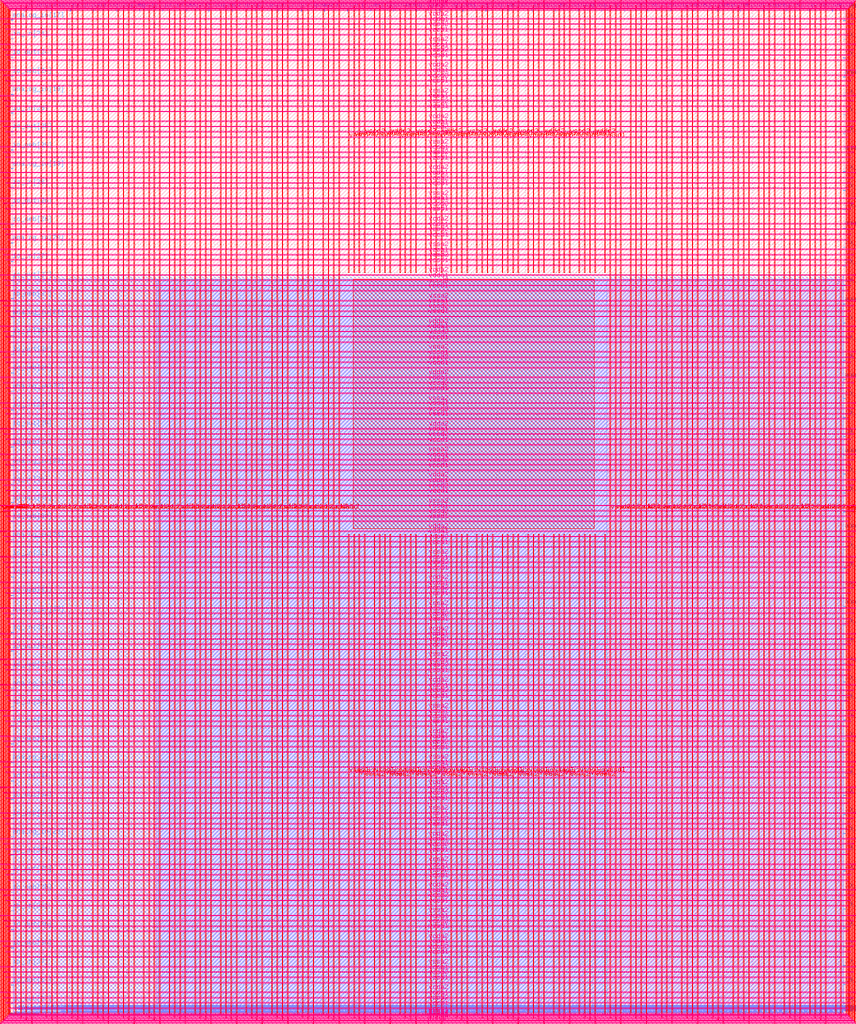
<source format=lef>
VERSION 5.7 ;
  NOWIREEXTENSIONATPIN ON ;
  DIVIDERCHAR "/" ;
  BUSBITCHARS "[]" ;
MACRO user_project_wrapper
  CLASS BLOCK ;
  FOREIGN user_project_wrapper ;
  ORIGIN 0.000 0.000 ;
  SIZE 2920.000 BY 3520.000 ;
  PIN analog_io[0]
    DIRECTION INOUT ;
    USE SIGNAL ;
    PORT
      LAYER met3 ;
        RECT 2917.600 1426.380 2924.800 1427.580 ;
    END
  END analog_io[0]
  PIN analog_io[10]
    DIRECTION INOUT ;
    USE SIGNAL ;
    PORT
      LAYER met2 ;
        RECT 2230.490 3517.600 2231.050 3524.800 ;
    END
  END analog_io[10]
  PIN analog_io[11]
    DIRECTION INOUT ;
    USE SIGNAL ;
    PORT
      LAYER met2 ;
        RECT 1905.730 3517.600 1906.290 3524.800 ;
    END
  END analog_io[11]
  PIN analog_io[12]
    DIRECTION INOUT ;
    USE SIGNAL ;
    PORT
      LAYER met2 ;
        RECT 1581.430 3517.600 1581.990 3524.800 ;
    END
  END analog_io[12]
  PIN analog_io[13]
    DIRECTION INOUT ;
    USE SIGNAL ;
    PORT
      LAYER met2 ;
        RECT 1257.130 3517.600 1257.690 3524.800 ;
    END
  END analog_io[13]
  PIN analog_io[14]
    DIRECTION INOUT ;
    USE SIGNAL ;
    PORT
      LAYER met2 ;
        RECT 932.370 3517.600 932.930 3524.800 ;
    END
  END analog_io[14]
  PIN analog_io[15]
    DIRECTION INOUT ;
    USE SIGNAL ;
    PORT
      LAYER met2 ;
        RECT 608.070 3517.600 608.630 3524.800 ;
    END
  END analog_io[15]
  PIN analog_io[16]
    DIRECTION INOUT ;
    USE SIGNAL ;
    PORT
      LAYER met2 ;
        RECT 283.770 3517.600 284.330 3524.800 ;
    END
  END analog_io[16]
  PIN analog_io[17]
    DIRECTION INOUT ;
    USE SIGNAL ;
    PORT
      LAYER met3 ;
        RECT -4.800 3486.100 2.400 3487.300 ;
    END
  END analog_io[17]
  PIN analog_io[18]
    DIRECTION INOUT ;
    USE SIGNAL ;
    PORT
      LAYER met3 ;
        RECT -4.800 3224.980 2.400 3226.180 ;
    END
  END analog_io[18]
  PIN analog_io[19]
    DIRECTION INOUT ;
    USE SIGNAL ;
    PORT
      LAYER met3 ;
        RECT -4.800 2964.540 2.400 2965.740 ;
    END
  END analog_io[19]
  PIN analog_io[1]
    DIRECTION INOUT ;
    USE SIGNAL ;
    PORT
      LAYER met3 ;
        RECT 2917.600 1692.260 2924.800 1693.460 ;
    END
  END analog_io[1]
  PIN analog_io[20]
    DIRECTION INOUT ;
    USE SIGNAL ;
    PORT
      LAYER met3 ;
        RECT -4.800 2703.420 2.400 2704.620 ;
    END
  END analog_io[20]
  PIN analog_io[21]
    DIRECTION INOUT ;
    USE SIGNAL ;
    PORT
      LAYER met3 ;
        RECT -4.800 2442.980 2.400 2444.180 ;
    END
  END analog_io[21]
  PIN analog_io[22]
    DIRECTION INOUT ;
    USE SIGNAL ;
    PORT
      LAYER met3 ;
        RECT -4.800 2182.540 2.400 2183.740 ;
    END
  END analog_io[22]
  PIN analog_io[23]
    DIRECTION INOUT ;
    USE SIGNAL ;
    PORT
      LAYER met3 ;
        RECT -4.800 1921.420 2.400 1922.620 ;
    END
  END analog_io[23]
  PIN analog_io[24]
    DIRECTION INOUT ;
    USE SIGNAL ;
    PORT
      LAYER met3 ;
        RECT -4.800 1660.980 2.400 1662.180 ;
    END
  END analog_io[24]
  PIN analog_io[25]
    DIRECTION INOUT ;
    USE SIGNAL ;
    PORT
      LAYER met3 ;
        RECT -4.800 1399.860 2.400 1401.060 ;
    END
  END analog_io[25]
  PIN analog_io[26]
    DIRECTION INOUT ;
    USE SIGNAL ;
    PORT
      LAYER met3 ;
        RECT -4.800 1139.420 2.400 1140.620 ;
    END
  END analog_io[26]
  PIN analog_io[27]
    DIRECTION INOUT ;
    USE SIGNAL ;
    PORT
      LAYER met3 ;
        RECT -4.800 878.980 2.400 880.180 ;
    END
  END analog_io[27]
  PIN analog_io[28]
    DIRECTION INOUT ;
    USE SIGNAL ;
    PORT
      LAYER met3 ;
        RECT -4.800 617.860 2.400 619.060 ;
    END
  END analog_io[28]
  PIN analog_io[2]
    DIRECTION INOUT ;
    USE SIGNAL ;
    PORT
      LAYER met3 ;
        RECT 2917.600 1958.140 2924.800 1959.340 ;
    END
  END analog_io[2]
  PIN analog_io[3]
    DIRECTION INOUT ;
    USE SIGNAL ;
    PORT
      LAYER met3 ;
        RECT 2917.600 2223.340 2924.800 2224.540 ;
    END
  END analog_io[3]
  PIN analog_io[4]
    DIRECTION INOUT ;
    USE SIGNAL ;
    PORT
      LAYER met3 ;
        RECT 2917.600 2489.220 2924.800 2490.420 ;
    END
  END analog_io[4]
  PIN analog_io[5]
    DIRECTION INOUT ;
    USE SIGNAL ;
    PORT
      LAYER met3 ;
        RECT 2917.600 2755.100 2924.800 2756.300 ;
    END
  END analog_io[5]
  PIN analog_io[6]
    DIRECTION INOUT ;
    USE SIGNAL ;
    PORT
      LAYER met3 ;
        RECT 2917.600 3020.300 2924.800 3021.500 ;
    END
  END analog_io[6]
  PIN analog_io[7]
    DIRECTION INOUT ;
    USE SIGNAL ;
    PORT
      LAYER met3 ;
        RECT 2917.600 3286.180 2924.800 3287.380 ;
    END
  END analog_io[7]
  PIN analog_io[8]
    DIRECTION INOUT ;
    USE SIGNAL ;
    PORT
      LAYER met2 ;
        RECT 2879.090 3517.600 2879.650 3524.800 ;
    END
  END analog_io[8]
  PIN analog_io[9]
    DIRECTION INOUT ;
    USE SIGNAL ;
    PORT
      LAYER met2 ;
        RECT 2554.790 3517.600 2555.350 3524.800 ;
    END
  END analog_io[9]
  PIN io_in[0]
    DIRECTION INPUT ;
    USE SIGNAL ;
    PORT
      LAYER met3 ;
        RECT 2917.600 32.380 2924.800 33.580 ;
    END
  END io_in[0]
  PIN io_in[10]
    DIRECTION INPUT ;
    USE SIGNAL ;
    PORT
      LAYER met3 ;
        RECT 2917.600 2289.980 2924.800 2291.180 ;
    END
  END io_in[10]
  PIN io_in[11]
    DIRECTION INPUT ;
    USE SIGNAL ;
    PORT
      LAYER met3 ;
        RECT 2917.600 2555.860 2924.800 2557.060 ;
    END
  END io_in[11]
  PIN io_in[12]
    DIRECTION INPUT ;
    USE SIGNAL ;
    PORT
      LAYER met3 ;
        RECT 2917.600 2821.060 2924.800 2822.260 ;
    END
  END io_in[12]
  PIN io_in[13]
    DIRECTION INPUT ;
    USE SIGNAL ;
    PORT
      LAYER met3 ;
        RECT 2917.600 3086.940 2924.800 3088.140 ;
    END
  END io_in[13]
  PIN io_in[14]
    DIRECTION INPUT ;
    USE SIGNAL ;
    PORT
      LAYER met3 ;
        RECT 2917.600 3352.820 2924.800 3354.020 ;
    END
  END io_in[14]
  PIN io_in[15]
    DIRECTION INPUT ;
    USE SIGNAL ;
    PORT
      LAYER met2 ;
        RECT 2798.130 3517.600 2798.690 3524.800 ;
    END
  END io_in[15]
  PIN io_in[16]
    DIRECTION INPUT ;
    USE SIGNAL ;
    PORT
      LAYER met2 ;
        RECT 2473.830 3517.600 2474.390 3524.800 ;
    END
  END io_in[16]
  PIN io_in[17]
    DIRECTION INPUT ;
    USE SIGNAL ;
    PORT
      LAYER met2 ;
        RECT 2149.070 3517.600 2149.630 3524.800 ;
    END
  END io_in[17]
  PIN io_in[18]
    DIRECTION INPUT ;
    USE SIGNAL ;
    PORT
      LAYER met2 ;
        RECT 1824.770 3517.600 1825.330 3524.800 ;
    END
  END io_in[18]
  PIN io_in[19]
    DIRECTION INPUT ;
    USE SIGNAL ;
    PORT
      LAYER met2 ;
        RECT 1500.470 3517.600 1501.030 3524.800 ;
    END
  END io_in[19]
  PIN io_in[1]
    DIRECTION INPUT ;
    USE SIGNAL ;
    PORT
      LAYER met3 ;
        RECT 2917.600 230.940 2924.800 232.140 ;
    END
  END io_in[1]
  PIN io_in[20]
    DIRECTION INPUT ;
    USE SIGNAL ;
    PORT
      LAYER met2 ;
        RECT 1175.710 3517.600 1176.270 3524.800 ;
    END
  END io_in[20]
  PIN io_in[21]
    DIRECTION INPUT ;
    USE SIGNAL ;
    PORT
      LAYER met2 ;
        RECT 851.410 3517.600 851.970 3524.800 ;
    END
  END io_in[21]
  PIN io_in[22]
    DIRECTION INPUT ;
    USE SIGNAL ;
    PORT
      LAYER met2 ;
        RECT 527.110 3517.600 527.670 3524.800 ;
    END
  END io_in[22]
  PIN io_in[23]
    DIRECTION INPUT ;
    USE SIGNAL ;
    PORT
      LAYER met2 ;
        RECT 202.350 3517.600 202.910 3524.800 ;
    END
  END io_in[23]
  PIN io_in[24]
    DIRECTION INPUT ;
    USE SIGNAL ;
    PORT
      LAYER met3 ;
        RECT -4.800 3420.820 2.400 3422.020 ;
    END
  END io_in[24]
  PIN io_in[25]
    DIRECTION INPUT ;
    USE SIGNAL ;
    PORT
      LAYER met3 ;
        RECT -4.800 3159.700 2.400 3160.900 ;
    END
  END io_in[25]
  PIN io_in[26]
    DIRECTION INPUT ;
    USE SIGNAL ;
    PORT
      LAYER met3 ;
        RECT -4.800 2899.260 2.400 2900.460 ;
    END
  END io_in[26]
  PIN io_in[27]
    DIRECTION INPUT ;
    USE SIGNAL ;
    PORT
      LAYER met3 ;
        RECT -4.800 2638.820 2.400 2640.020 ;
    END
  END io_in[27]
  PIN io_in[28]
    DIRECTION INPUT ;
    USE SIGNAL ;
    PORT
      LAYER met3 ;
        RECT -4.800 2377.700 2.400 2378.900 ;
    END
  END io_in[28]
  PIN io_in[29]
    DIRECTION INPUT ;
    USE SIGNAL ;
    PORT
      LAYER met3 ;
        RECT -4.800 2117.260 2.400 2118.460 ;
    END
  END io_in[29]
  PIN io_in[2]
    DIRECTION INPUT ;
    USE SIGNAL ;
    PORT
      LAYER met3 ;
        RECT 2917.600 430.180 2924.800 431.380 ;
    END
  END io_in[2]
  PIN io_in[30]
    DIRECTION INPUT ;
    USE SIGNAL ;
    PORT
      LAYER met3 ;
        RECT -4.800 1856.140 2.400 1857.340 ;
    END
  END io_in[30]
  PIN io_in[31]
    DIRECTION INPUT ;
    USE SIGNAL ;
    PORT
      LAYER met3 ;
        RECT -4.800 1595.700 2.400 1596.900 ;
    END
  END io_in[31]
  PIN io_in[32]
    DIRECTION INPUT ;
    USE SIGNAL ;
    PORT
      LAYER met3 ;
        RECT -4.800 1335.260 2.400 1336.460 ;
    END
  END io_in[32]
  PIN io_in[33]
    DIRECTION INPUT ;
    USE SIGNAL ;
    PORT
      LAYER met3 ;
        RECT -4.800 1074.140 2.400 1075.340 ;
    END
  END io_in[33]
  PIN io_in[34]
    DIRECTION INPUT ;
    USE SIGNAL ;
    PORT
      LAYER met3 ;
        RECT -4.800 813.700 2.400 814.900 ;
    END
  END io_in[34]
  PIN io_in[35]
    DIRECTION INPUT ;
    USE SIGNAL ;
    PORT
      LAYER met3 ;
        RECT -4.800 552.580 2.400 553.780 ;
    END
  END io_in[35]
  PIN io_in[36]
    DIRECTION INPUT ;
    USE SIGNAL ;
    PORT
      LAYER met3 ;
        RECT -4.800 357.420 2.400 358.620 ;
    END
  END io_in[36]
  PIN io_in[37]
    DIRECTION INPUT ;
    USE SIGNAL ;
    PORT
      LAYER met3 ;
        RECT -4.800 161.580 2.400 162.780 ;
    END
  END io_in[37]
  PIN io_in[3]
    DIRECTION INPUT ;
    USE SIGNAL ;
    PORT
      LAYER met3 ;
        RECT 2917.600 629.420 2924.800 630.620 ;
    END
  END io_in[3]
  PIN io_in[4]
    DIRECTION INPUT ;
    USE SIGNAL ;
    PORT
      LAYER met3 ;
        RECT 2917.600 828.660 2924.800 829.860 ;
    END
  END io_in[4]
  PIN io_in[5]
    DIRECTION INPUT ;
    USE SIGNAL ;
    PORT
      LAYER met3 ;
        RECT 2917.600 1027.900 2924.800 1029.100 ;
    END
  END io_in[5]
  PIN io_in[6]
    DIRECTION INPUT ;
    USE SIGNAL ;
    PORT
      LAYER met3 ;
        RECT 2917.600 1227.140 2924.800 1228.340 ;
    END
  END io_in[6]
  PIN io_in[7]
    DIRECTION INPUT ;
    USE SIGNAL ;
    PORT
      LAYER met3 ;
        RECT 2917.600 1493.020 2924.800 1494.220 ;
    END
  END io_in[7]
  PIN io_in[8]
    DIRECTION INPUT ;
    USE SIGNAL ;
    PORT
      LAYER met3 ;
        RECT 2917.600 1758.900 2924.800 1760.100 ;
    END
  END io_in[8]
  PIN io_in[9]
    DIRECTION INPUT ;
    USE SIGNAL ;
    PORT
      LAYER met3 ;
        RECT 2917.600 2024.100 2924.800 2025.300 ;
    END
  END io_in[9]
  PIN io_oeb[0]
    DIRECTION OUTPUT TRISTATE ;
    USE SIGNAL ;
    PORT
      LAYER met3 ;
        RECT 2917.600 164.980 2924.800 166.180 ;
    END
  END io_oeb[0]
  PIN io_oeb[10]
    DIRECTION OUTPUT TRISTATE ;
    USE SIGNAL ;
    PORT
      LAYER met3 ;
        RECT 2917.600 2422.580 2924.800 2423.780 ;
    END
  END io_oeb[10]
  PIN io_oeb[11]
    DIRECTION OUTPUT TRISTATE ;
    USE SIGNAL ;
    PORT
      LAYER met3 ;
        RECT 2917.600 2688.460 2924.800 2689.660 ;
    END
  END io_oeb[11]
  PIN io_oeb[12]
    DIRECTION OUTPUT TRISTATE ;
    USE SIGNAL ;
    PORT
      LAYER met3 ;
        RECT 2917.600 2954.340 2924.800 2955.540 ;
    END
  END io_oeb[12]
  PIN io_oeb[13]
    DIRECTION OUTPUT TRISTATE ;
    USE SIGNAL ;
    PORT
      LAYER met3 ;
        RECT 2917.600 3219.540 2924.800 3220.740 ;
    END
  END io_oeb[13]
  PIN io_oeb[14]
    DIRECTION OUTPUT TRISTATE ;
    USE SIGNAL ;
    PORT
      LAYER met3 ;
        RECT 2917.600 3485.420 2924.800 3486.620 ;
    END
  END io_oeb[14]
  PIN io_oeb[15]
    DIRECTION OUTPUT TRISTATE ;
    USE SIGNAL ;
    PORT
      LAYER met2 ;
        RECT 2635.750 3517.600 2636.310 3524.800 ;
    END
  END io_oeb[15]
  PIN io_oeb[16]
    DIRECTION OUTPUT TRISTATE ;
    USE SIGNAL ;
    PORT
      LAYER met2 ;
        RECT 2311.450 3517.600 2312.010 3524.800 ;
    END
  END io_oeb[16]
  PIN io_oeb[17]
    DIRECTION OUTPUT TRISTATE ;
    USE SIGNAL ;
    PORT
      LAYER met2 ;
        RECT 1987.150 3517.600 1987.710 3524.800 ;
    END
  END io_oeb[17]
  PIN io_oeb[18]
    DIRECTION OUTPUT TRISTATE ;
    USE SIGNAL ;
    PORT
      LAYER met2 ;
        RECT 1662.390 3517.600 1662.950 3524.800 ;
    END
  END io_oeb[18]
  PIN io_oeb[19]
    DIRECTION OUTPUT TRISTATE ;
    USE SIGNAL ;
    PORT
      LAYER met2 ;
        RECT 1338.090 3517.600 1338.650 3524.800 ;
    END
  END io_oeb[19]
  PIN io_oeb[1]
    DIRECTION OUTPUT TRISTATE ;
    USE SIGNAL ;
    PORT
      LAYER met3 ;
        RECT 2917.600 364.220 2924.800 365.420 ;
    END
  END io_oeb[1]
  PIN io_oeb[20]
    DIRECTION OUTPUT TRISTATE ;
    USE SIGNAL ;
    PORT
      LAYER met2 ;
        RECT 1013.790 3517.600 1014.350 3524.800 ;
    END
  END io_oeb[20]
  PIN io_oeb[21]
    DIRECTION OUTPUT TRISTATE ;
    USE SIGNAL ;
    PORT
      LAYER met2 ;
        RECT 689.030 3517.600 689.590 3524.800 ;
    END
  END io_oeb[21]
  PIN io_oeb[22]
    DIRECTION OUTPUT TRISTATE ;
    USE SIGNAL ;
    PORT
      LAYER met2 ;
        RECT 364.730 3517.600 365.290 3524.800 ;
    END
  END io_oeb[22]
  PIN io_oeb[23]
    DIRECTION OUTPUT TRISTATE ;
    USE SIGNAL ;
    PORT
      LAYER met2 ;
        RECT 40.430 3517.600 40.990 3524.800 ;
    END
  END io_oeb[23]
  PIN io_oeb[24]
    DIRECTION OUTPUT TRISTATE ;
    USE SIGNAL ;
    PORT
      LAYER met3 ;
        RECT -4.800 3290.260 2.400 3291.460 ;
    END
  END io_oeb[24]
  PIN io_oeb[25]
    DIRECTION OUTPUT TRISTATE ;
    USE SIGNAL ;
    PORT
      LAYER met3 ;
        RECT -4.800 3029.820 2.400 3031.020 ;
    END
  END io_oeb[25]
  PIN io_oeb[26]
    DIRECTION OUTPUT TRISTATE ;
    USE SIGNAL ;
    PORT
      LAYER met3 ;
        RECT -4.800 2768.700 2.400 2769.900 ;
    END
  END io_oeb[26]
  PIN io_oeb[27]
    DIRECTION OUTPUT TRISTATE ;
    USE SIGNAL ;
    PORT
      LAYER met3 ;
        RECT -4.800 2508.260 2.400 2509.460 ;
    END
  END io_oeb[27]
  PIN io_oeb[28]
    DIRECTION OUTPUT TRISTATE ;
    USE SIGNAL ;
    PORT
      LAYER met3 ;
        RECT -4.800 2247.140 2.400 2248.340 ;
    END
  END io_oeb[28]
  PIN io_oeb[29]
    DIRECTION OUTPUT TRISTATE ;
    USE SIGNAL ;
    PORT
      LAYER met3 ;
        RECT -4.800 1986.700 2.400 1987.900 ;
    END
  END io_oeb[29]
  PIN io_oeb[2]
    DIRECTION OUTPUT TRISTATE ;
    USE SIGNAL ;
    PORT
      LAYER met3 ;
        RECT 2917.600 563.460 2924.800 564.660 ;
    END
  END io_oeb[2]
  PIN io_oeb[30]
    DIRECTION OUTPUT TRISTATE ;
    USE SIGNAL ;
    PORT
      LAYER met3 ;
        RECT -4.800 1726.260 2.400 1727.460 ;
    END
  END io_oeb[30]
  PIN io_oeb[31]
    DIRECTION OUTPUT TRISTATE ;
    USE SIGNAL ;
    PORT
      LAYER met3 ;
        RECT -4.800 1465.140 2.400 1466.340 ;
    END
  END io_oeb[31]
  PIN io_oeb[32]
    DIRECTION OUTPUT TRISTATE ;
    USE SIGNAL ;
    PORT
      LAYER met3 ;
        RECT -4.800 1204.700 2.400 1205.900 ;
    END
  END io_oeb[32]
  PIN io_oeb[33]
    DIRECTION OUTPUT TRISTATE ;
    USE SIGNAL ;
    PORT
      LAYER met3 ;
        RECT -4.800 943.580 2.400 944.780 ;
    END
  END io_oeb[33]
  PIN io_oeb[34]
    DIRECTION OUTPUT TRISTATE ;
    USE SIGNAL ;
    PORT
      LAYER met3 ;
        RECT -4.800 683.140 2.400 684.340 ;
    END
  END io_oeb[34]
  PIN io_oeb[35]
    DIRECTION OUTPUT TRISTATE ;
    USE SIGNAL ;
    PORT
      LAYER met3 ;
        RECT -4.800 422.700 2.400 423.900 ;
    END
  END io_oeb[35]
  PIN io_oeb[36]
    DIRECTION OUTPUT TRISTATE ;
    USE SIGNAL ;
    PORT
      LAYER met3 ;
        RECT -4.800 226.860 2.400 228.060 ;
    END
  END io_oeb[36]
  PIN io_oeb[37]
    DIRECTION OUTPUT TRISTATE ;
    USE SIGNAL ;
    PORT
      LAYER met3 ;
        RECT -4.800 31.700 2.400 32.900 ;
    END
  END io_oeb[37]
  PIN io_oeb[3]
    DIRECTION OUTPUT TRISTATE ;
    USE SIGNAL ;
    PORT
      LAYER met3 ;
        RECT 2917.600 762.700 2924.800 763.900 ;
    END
  END io_oeb[3]
  PIN io_oeb[4]
    DIRECTION OUTPUT TRISTATE ;
    USE SIGNAL ;
    PORT
      LAYER met3 ;
        RECT 2917.600 961.940 2924.800 963.140 ;
    END
  END io_oeb[4]
  PIN io_oeb[5]
    DIRECTION OUTPUT TRISTATE ;
    USE SIGNAL ;
    PORT
      LAYER met3 ;
        RECT 2917.600 1161.180 2924.800 1162.380 ;
    END
  END io_oeb[5]
  PIN io_oeb[6]
    DIRECTION OUTPUT TRISTATE ;
    USE SIGNAL ;
    PORT
      LAYER met3 ;
        RECT 2917.600 1360.420 2924.800 1361.620 ;
    END
  END io_oeb[6]
  PIN io_oeb[7]
    DIRECTION OUTPUT TRISTATE ;
    USE SIGNAL ;
    PORT
      LAYER met3 ;
        RECT 2917.600 1625.620 2924.800 1626.820 ;
    END
  END io_oeb[7]
  PIN io_oeb[8]
    DIRECTION OUTPUT TRISTATE ;
    USE SIGNAL ;
    PORT
      LAYER met3 ;
        RECT 2917.600 1891.500 2924.800 1892.700 ;
    END
  END io_oeb[8]
  PIN io_oeb[9]
    DIRECTION OUTPUT TRISTATE ;
    USE SIGNAL ;
    PORT
      LAYER met3 ;
        RECT 2917.600 2157.380 2924.800 2158.580 ;
    END
  END io_oeb[9]
  PIN io_out[0]
    DIRECTION OUTPUT TRISTATE ;
    USE SIGNAL ;
    PORT
      LAYER met3 ;
        RECT 2917.600 98.340 2924.800 99.540 ;
    END
  END io_out[0]
  PIN io_out[10]
    DIRECTION OUTPUT TRISTATE ;
    USE SIGNAL ;
    PORT
      LAYER met3 ;
        RECT 2917.600 2356.620 2924.800 2357.820 ;
    END
  END io_out[10]
  PIN io_out[11]
    DIRECTION OUTPUT TRISTATE ;
    USE SIGNAL ;
    PORT
      LAYER met3 ;
        RECT 2917.600 2621.820 2924.800 2623.020 ;
    END
  END io_out[11]
  PIN io_out[12]
    DIRECTION OUTPUT TRISTATE ;
    USE SIGNAL ;
    PORT
      LAYER met3 ;
        RECT 2917.600 2887.700 2924.800 2888.900 ;
    END
  END io_out[12]
  PIN io_out[13]
    DIRECTION OUTPUT TRISTATE ;
    USE SIGNAL ;
    PORT
      LAYER met3 ;
        RECT 2917.600 3153.580 2924.800 3154.780 ;
    END
  END io_out[13]
  PIN io_out[14]
    DIRECTION OUTPUT TRISTATE ;
    USE SIGNAL ;
    PORT
      LAYER met3 ;
        RECT 2917.600 3418.780 2924.800 3419.980 ;
    END
  END io_out[14]
  PIN io_out[15]
    DIRECTION OUTPUT TRISTATE ;
    USE SIGNAL ;
    PORT
      LAYER met2 ;
        RECT 2717.170 3517.600 2717.730 3524.800 ;
    END
  END io_out[15]
  PIN io_out[16]
    DIRECTION OUTPUT TRISTATE ;
    USE SIGNAL ;
    PORT
      LAYER met2 ;
        RECT 2392.410 3517.600 2392.970 3524.800 ;
    END
  END io_out[16]
  PIN io_out[17]
    DIRECTION OUTPUT TRISTATE ;
    USE SIGNAL ;
    PORT
      LAYER met2 ;
        RECT 2068.110 3517.600 2068.670 3524.800 ;
    END
  END io_out[17]
  PIN io_out[18]
    DIRECTION OUTPUT TRISTATE ;
    USE SIGNAL ;
    PORT
      LAYER met2 ;
        RECT 1743.810 3517.600 1744.370 3524.800 ;
    END
  END io_out[18]
  PIN io_out[19]
    DIRECTION OUTPUT TRISTATE ;
    USE SIGNAL ;
    PORT
      LAYER met2 ;
        RECT 1419.050 3517.600 1419.610 3524.800 ;
    END
  END io_out[19]
  PIN io_out[1]
    DIRECTION OUTPUT TRISTATE ;
    USE SIGNAL ;
    PORT
      LAYER met3 ;
        RECT 2917.600 297.580 2924.800 298.780 ;
    END
  END io_out[1]
  PIN io_out[20]
    DIRECTION OUTPUT TRISTATE ;
    USE SIGNAL ;
    PORT
      LAYER met2 ;
        RECT 1094.750 3517.600 1095.310 3524.800 ;
    END
  END io_out[20]
  PIN io_out[21]
    DIRECTION OUTPUT TRISTATE ;
    USE SIGNAL ;
    PORT
      LAYER met2 ;
        RECT 770.450 3517.600 771.010 3524.800 ;
    END
  END io_out[21]
  PIN io_out[22]
    DIRECTION OUTPUT TRISTATE ;
    USE SIGNAL ;
    PORT
      LAYER met2 ;
        RECT 445.690 3517.600 446.250 3524.800 ;
    END
  END io_out[22]
  PIN io_out[23]
    DIRECTION OUTPUT TRISTATE ;
    USE SIGNAL ;
    PORT
      LAYER met2 ;
        RECT 121.390 3517.600 121.950 3524.800 ;
    END
  END io_out[23]
  PIN io_out[24]
    DIRECTION OUTPUT TRISTATE ;
    USE SIGNAL ;
    PORT
      LAYER met3 ;
        RECT -4.800 3355.540 2.400 3356.740 ;
    END
  END io_out[24]
  PIN io_out[25]
    DIRECTION OUTPUT TRISTATE ;
    USE SIGNAL ;
    PORT
      LAYER met3 ;
        RECT -4.800 3095.100 2.400 3096.300 ;
    END
  END io_out[25]
  PIN io_out[26]
    DIRECTION OUTPUT TRISTATE ;
    USE SIGNAL ;
    PORT
      LAYER met3 ;
        RECT -4.800 2833.980 2.400 2835.180 ;
    END
  END io_out[26]
  PIN io_out[27]
    DIRECTION OUTPUT TRISTATE ;
    USE SIGNAL ;
    PORT
      LAYER met3 ;
        RECT -4.800 2573.540 2.400 2574.740 ;
    END
  END io_out[27]
  PIN io_out[28]
    DIRECTION OUTPUT TRISTATE ;
    USE SIGNAL ;
    PORT
      LAYER met3 ;
        RECT -4.800 2312.420 2.400 2313.620 ;
    END
  END io_out[28]
  PIN io_out[29]
    DIRECTION OUTPUT TRISTATE ;
    USE SIGNAL ;
    PORT
      LAYER met3 ;
        RECT -4.800 2051.980 2.400 2053.180 ;
    END
  END io_out[29]
  PIN io_out[2]
    DIRECTION OUTPUT TRISTATE ;
    USE SIGNAL ;
    PORT
      LAYER met3 ;
        RECT 2917.600 496.820 2924.800 498.020 ;
    END
  END io_out[2]
  PIN io_out[30]
    DIRECTION OUTPUT TRISTATE ;
    USE SIGNAL ;
    PORT
      LAYER met3 ;
        RECT -4.800 1791.540 2.400 1792.740 ;
    END
  END io_out[30]
  PIN io_out[31]
    DIRECTION OUTPUT TRISTATE ;
    USE SIGNAL ;
    PORT
      LAYER met3 ;
        RECT -4.800 1530.420 2.400 1531.620 ;
    END
  END io_out[31]
  PIN io_out[32]
    DIRECTION OUTPUT TRISTATE ;
    USE SIGNAL ;
    PORT
      LAYER met3 ;
        RECT -4.800 1269.980 2.400 1271.180 ;
    END
  END io_out[32]
  PIN io_out[33]
    DIRECTION OUTPUT TRISTATE ;
    USE SIGNAL ;
    PORT
      LAYER met3 ;
        RECT -4.800 1008.860 2.400 1010.060 ;
    END
  END io_out[33]
  PIN io_out[34]
    DIRECTION OUTPUT TRISTATE ;
    USE SIGNAL ;
    PORT
      LAYER met3 ;
        RECT -4.800 748.420 2.400 749.620 ;
    END
  END io_out[34]
  PIN io_out[35]
    DIRECTION OUTPUT TRISTATE ;
    USE SIGNAL ;
    PORT
      LAYER met3 ;
        RECT -4.800 487.300 2.400 488.500 ;
    END
  END io_out[35]
  PIN io_out[36]
    DIRECTION OUTPUT TRISTATE ;
    USE SIGNAL ;
    PORT
      LAYER met3 ;
        RECT -4.800 292.140 2.400 293.340 ;
    END
  END io_out[36]
  PIN io_out[37]
    DIRECTION OUTPUT TRISTATE ;
    USE SIGNAL ;
    PORT
      LAYER met3 ;
        RECT -4.800 96.300 2.400 97.500 ;
    END
  END io_out[37]
  PIN io_out[3]
    DIRECTION OUTPUT TRISTATE ;
    USE SIGNAL ;
    PORT
      LAYER met3 ;
        RECT 2917.600 696.060 2924.800 697.260 ;
    END
  END io_out[3]
  PIN io_out[4]
    DIRECTION OUTPUT TRISTATE ;
    USE SIGNAL ;
    PORT
      LAYER met3 ;
        RECT 2917.600 895.300 2924.800 896.500 ;
    END
  END io_out[4]
  PIN io_out[5]
    DIRECTION OUTPUT TRISTATE ;
    USE SIGNAL ;
    PORT
      LAYER met3 ;
        RECT 2917.600 1094.540 2924.800 1095.740 ;
    END
  END io_out[5]
  PIN io_out[6]
    DIRECTION OUTPUT TRISTATE ;
    USE SIGNAL ;
    PORT
      LAYER met3 ;
        RECT 2917.600 1293.780 2924.800 1294.980 ;
    END
  END io_out[6]
  PIN io_out[7]
    DIRECTION OUTPUT TRISTATE ;
    USE SIGNAL ;
    PORT
      LAYER met3 ;
        RECT 2917.600 1559.660 2924.800 1560.860 ;
    END
  END io_out[7]
  PIN io_out[8]
    DIRECTION OUTPUT TRISTATE ;
    USE SIGNAL ;
    PORT
      LAYER met3 ;
        RECT 2917.600 1824.860 2924.800 1826.060 ;
    END
  END io_out[8]
  PIN io_out[9]
    DIRECTION OUTPUT TRISTATE ;
    USE SIGNAL ;
    PORT
      LAYER met3 ;
        RECT 2917.600 2090.740 2924.800 2091.940 ;
    END
  END io_out[9]
  PIN la_data_in[0]
    DIRECTION INPUT ;
    USE SIGNAL ;
    PORT
      LAYER met2 ;
        RECT 629.230 -4.800 629.790 2.400 ;
    END
  END la_data_in[0]
  PIN la_data_in[100]
    DIRECTION INPUT ;
    USE SIGNAL ;
    PORT
      LAYER met2 ;
        RECT 2402.530 -4.800 2403.090 2.400 ;
    END
  END la_data_in[100]
  PIN la_data_in[101]
    DIRECTION INPUT ;
    USE SIGNAL ;
    PORT
      LAYER met2 ;
        RECT 2420.010 -4.800 2420.570 2.400 ;
    END
  END la_data_in[101]
  PIN la_data_in[102]
    DIRECTION INPUT ;
    USE SIGNAL ;
    PORT
      LAYER met2 ;
        RECT 2437.950 -4.800 2438.510 2.400 ;
    END
  END la_data_in[102]
  PIN la_data_in[103]
    DIRECTION INPUT ;
    USE SIGNAL ;
    PORT
      LAYER met2 ;
        RECT 2455.430 -4.800 2455.990 2.400 ;
    END
  END la_data_in[103]
  PIN la_data_in[104]
    DIRECTION INPUT ;
    USE SIGNAL ;
    PORT
      LAYER met2 ;
        RECT 2473.370 -4.800 2473.930 2.400 ;
    END
  END la_data_in[104]
  PIN la_data_in[105]
    DIRECTION INPUT ;
    USE SIGNAL ;
    PORT
      LAYER met2 ;
        RECT 2490.850 -4.800 2491.410 2.400 ;
    END
  END la_data_in[105]
  PIN la_data_in[106]
    DIRECTION INPUT ;
    USE SIGNAL ;
    PORT
      LAYER met2 ;
        RECT 2508.790 -4.800 2509.350 2.400 ;
    END
  END la_data_in[106]
  PIN la_data_in[107]
    DIRECTION INPUT ;
    USE SIGNAL ;
    PORT
      LAYER met2 ;
        RECT 2526.730 -4.800 2527.290 2.400 ;
    END
  END la_data_in[107]
  PIN la_data_in[108]
    DIRECTION INPUT ;
    USE SIGNAL ;
    PORT
      LAYER met2 ;
        RECT 2544.210 -4.800 2544.770 2.400 ;
    END
  END la_data_in[108]
  PIN la_data_in[109]
    DIRECTION INPUT ;
    USE SIGNAL ;
    PORT
      LAYER met2 ;
        RECT 2562.150 -4.800 2562.710 2.400 ;
    END
  END la_data_in[109]
  PIN la_data_in[10]
    DIRECTION INPUT ;
    USE SIGNAL ;
    PORT
      LAYER met2 ;
        RECT 806.330 -4.800 806.890 2.400 ;
    END
  END la_data_in[10]
  PIN la_data_in[110]
    DIRECTION INPUT ;
    USE SIGNAL ;
    PORT
      LAYER met2 ;
        RECT 2579.630 -4.800 2580.190 2.400 ;
    END
  END la_data_in[110]
  PIN la_data_in[111]
    DIRECTION INPUT ;
    USE SIGNAL ;
    PORT
      LAYER met2 ;
        RECT 2597.570 -4.800 2598.130 2.400 ;
    END
  END la_data_in[111]
  PIN la_data_in[112]
    DIRECTION INPUT ;
    USE SIGNAL ;
    PORT
      LAYER met2 ;
        RECT 2615.050 -4.800 2615.610 2.400 ;
    END
  END la_data_in[112]
  PIN la_data_in[113]
    DIRECTION INPUT ;
    USE SIGNAL ;
    PORT
      LAYER met2 ;
        RECT 2632.990 -4.800 2633.550 2.400 ;
    END
  END la_data_in[113]
  PIN la_data_in[114]
    DIRECTION INPUT ;
    USE SIGNAL ;
    PORT
      LAYER met2 ;
        RECT 2650.470 -4.800 2651.030 2.400 ;
    END
  END la_data_in[114]
  PIN la_data_in[115]
    DIRECTION INPUT ;
    USE SIGNAL ;
    PORT
      LAYER met2 ;
        RECT 2668.410 -4.800 2668.970 2.400 ;
    END
  END la_data_in[115]
  PIN la_data_in[116]
    DIRECTION INPUT ;
    USE SIGNAL ;
    PORT
      LAYER met2 ;
        RECT 2685.890 -4.800 2686.450 2.400 ;
    END
  END la_data_in[116]
  PIN la_data_in[117]
    DIRECTION INPUT ;
    USE SIGNAL ;
    PORT
      LAYER met2 ;
        RECT 2703.830 -4.800 2704.390 2.400 ;
    END
  END la_data_in[117]
  PIN la_data_in[118]
    DIRECTION INPUT ;
    USE SIGNAL ;
    PORT
      LAYER met2 ;
        RECT 2721.770 -4.800 2722.330 2.400 ;
    END
  END la_data_in[118]
  PIN la_data_in[119]
    DIRECTION INPUT ;
    USE SIGNAL ;
    PORT
      LAYER met2 ;
        RECT 2739.250 -4.800 2739.810 2.400 ;
    END
  END la_data_in[119]
  PIN la_data_in[11]
    DIRECTION INPUT ;
    USE SIGNAL ;
    PORT
      LAYER met2 ;
        RECT 824.270 -4.800 824.830 2.400 ;
    END
  END la_data_in[11]
  PIN la_data_in[120]
    DIRECTION INPUT ;
    USE SIGNAL ;
    PORT
      LAYER met2 ;
        RECT 2757.190 -4.800 2757.750 2.400 ;
    END
  END la_data_in[120]
  PIN la_data_in[121]
    DIRECTION INPUT ;
    USE SIGNAL ;
    PORT
      LAYER met2 ;
        RECT 2774.670 -4.800 2775.230 2.400 ;
    END
  END la_data_in[121]
  PIN la_data_in[122]
    DIRECTION INPUT ;
    USE SIGNAL ;
    PORT
      LAYER met2 ;
        RECT 2792.610 -4.800 2793.170 2.400 ;
    END
  END la_data_in[122]
  PIN la_data_in[123]
    DIRECTION INPUT ;
    USE SIGNAL ;
    PORT
      LAYER met2 ;
        RECT 2810.090 -4.800 2810.650 2.400 ;
    END
  END la_data_in[123]
  PIN la_data_in[124]
    DIRECTION INPUT ;
    USE SIGNAL ;
    PORT
      LAYER met2 ;
        RECT 2828.030 -4.800 2828.590 2.400 ;
    END
  END la_data_in[124]
  PIN la_data_in[125]
    DIRECTION INPUT ;
    USE SIGNAL ;
    PORT
      LAYER met2 ;
        RECT 2845.510 -4.800 2846.070 2.400 ;
    END
  END la_data_in[125]
  PIN la_data_in[126]
    DIRECTION INPUT ;
    USE SIGNAL ;
    PORT
      LAYER met2 ;
        RECT 2863.450 -4.800 2864.010 2.400 ;
    END
  END la_data_in[126]
  PIN la_data_in[127]
    DIRECTION INPUT ;
    USE SIGNAL ;
    PORT
      LAYER met2 ;
        RECT 2881.390 -4.800 2881.950 2.400 ;
    END
  END la_data_in[127]
  PIN la_data_in[12]
    DIRECTION INPUT ;
    USE SIGNAL ;
    PORT
      LAYER met2 ;
        RECT 841.750 -4.800 842.310 2.400 ;
    END
  END la_data_in[12]
  PIN la_data_in[13]
    DIRECTION INPUT ;
    USE SIGNAL ;
    PORT
      LAYER met2 ;
        RECT 859.690 -4.800 860.250 2.400 ;
    END
  END la_data_in[13]
  PIN la_data_in[14]
    DIRECTION INPUT ;
    USE SIGNAL ;
    PORT
      LAYER met2 ;
        RECT 877.170 -4.800 877.730 2.400 ;
    END
  END la_data_in[14]
  PIN la_data_in[15]
    DIRECTION INPUT ;
    USE SIGNAL ;
    PORT
      LAYER met2 ;
        RECT 895.110 -4.800 895.670 2.400 ;
    END
  END la_data_in[15]
  PIN la_data_in[16]
    DIRECTION INPUT ;
    USE SIGNAL ;
    PORT
      LAYER met2 ;
        RECT 912.590 -4.800 913.150 2.400 ;
    END
  END la_data_in[16]
  PIN la_data_in[17]
    DIRECTION INPUT ;
    USE SIGNAL ;
    PORT
      LAYER met2 ;
        RECT 930.530 -4.800 931.090 2.400 ;
    END
  END la_data_in[17]
  PIN la_data_in[18]
    DIRECTION INPUT ;
    USE SIGNAL ;
    PORT
      LAYER met2 ;
        RECT 948.470 -4.800 949.030 2.400 ;
    END
  END la_data_in[18]
  PIN la_data_in[19]
    DIRECTION INPUT ;
    USE SIGNAL ;
    PORT
      LAYER met2 ;
        RECT 965.950 -4.800 966.510 2.400 ;
    END
  END la_data_in[19]
  PIN la_data_in[1]
    DIRECTION INPUT ;
    USE SIGNAL ;
    PORT
      LAYER met2 ;
        RECT 646.710 -4.800 647.270 2.400 ;
    END
  END la_data_in[1]
  PIN la_data_in[20]
    DIRECTION INPUT ;
    USE SIGNAL ;
    PORT
      LAYER met2 ;
        RECT 983.890 -4.800 984.450 2.400 ;
    END
  END la_data_in[20]
  PIN la_data_in[21]
    DIRECTION INPUT ;
    USE SIGNAL ;
    PORT
      LAYER met2 ;
        RECT 1001.370 -4.800 1001.930 2.400 ;
    END
  END la_data_in[21]
  PIN la_data_in[22]
    DIRECTION INPUT ;
    USE SIGNAL ;
    PORT
      LAYER met2 ;
        RECT 1019.310 -4.800 1019.870 2.400 ;
    END
  END la_data_in[22]
  PIN la_data_in[23]
    DIRECTION INPUT ;
    USE SIGNAL ;
    PORT
      LAYER met2 ;
        RECT 1036.790 -4.800 1037.350 2.400 ;
    END
  END la_data_in[23]
  PIN la_data_in[24]
    DIRECTION INPUT ;
    USE SIGNAL ;
    PORT
      LAYER met2 ;
        RECT 1054.730 -4.800 1055.290 2.400 ;
    END
  END la_data_in[24]
  PIN la_data_in[25]
    DIRECTION INPUT ;
    USE SIGNAL ;
    PORT
      LAYER met2 ;
        RECT 1072.210 -4.800 1072.770 2.400 ;
    END
  END la_data_in[25]
  PIN la_data_in[26]
    DIRECTION INPUT ;
    USE SIGNAL ;
    PORT
      LAYER met2 ;
        RECT 1090.150 -4.800 1090.710 2.400 ;
    END
  END la_data_in[26]
  PIN la_data_in[27]
    DIRECTION INPUT ;
    USE SIGNAL ;
    PORT
      LAYER met2 ;
        RECT 1107.630 -4.800 1108.190 2.400 ;
    END
  END la_data_in[27]
  PIN la_data_in[28]
    DIRECTION INPUT ;
    USE SIGNAL ;
    PORT
      LAYER met2 ;
        RECT 1125.570 -4.800 1126.130 2.400 ;
    END
  END la_data_in[28]
  PIN la_data_in[29]
    DIRECTION INPUT ;
    USE SIGNAL ;
    PORT
      LAYER met2 ;
        RECT 1143.510 -4.800 1144.070 2.400 ;
    END
  END la_data_in[29]
  PIN la_data_in[2]
    DIRECTION INPUT ;
    USE SIGNAL ;
    PORT
      LAYER met2 ;
        RECT 664.650 -4.800 665.210 2.400 ;
    END
  END la_data_in[2]
  PIN la_data_in[30]
    DIRECTION INPUT ;
    USE SIGNAL ;
    PORT
      LAYER met2 ;
        RECT 1160.990 -4.800 1161.550 2.400 ;
    END
  END la_data_in[30]
  PIN la_data_in[31]
    DIRECTION INPUT ;
    USE SIGNAL ;
    PORT
      LAYER met2 ;
        RECT 1178.930 -4.800 1179.490 2.400 ;
    END
  END la_data_in[31]
  PIN la_data_in[32]
    DIRECTION INPUT ;
    USE SIGNAL ;
    PORT
      LAYER met2 ;
        RECT 1196.410 -4.800 1196.970 2.400 ;
    END
  END la_data_in[32]
  PIN la_data_in[33]
    DIRECTION INPUT ;
    USE SIGNAL ;
    PORT
      LAYER met2 ;
        RECT 1214.350 -4.800 1214.910 2.400 ;
    END
  END la_data_in[33]
  PIN la_data_in[34]
    DIRECTION INPUT ;
    USE SIGNAL ;
    PORT
      LAYER met2 ;
        RECT 1231.830 -4.800 1232.390 2.400 ;
    END
  END la_data_in[34]
  PIN la_data_in[35]
    DIRECTION INPUT ;
    USE SIGNAL ;
    PORT
      LAYER met2 ;
        RECT 1249.770 -4.800 1250.330 2.400 ;
    END
  END la_data_in[35]
  PIN la_data_in[36]
    DIRECTION INPUT ;
    USE SIGNAL ;
    PORT
      LAYER met2 ;
        RECT 1267.250 -4.800 1267.810 2.400 ;
    END
  END la_data_in[36]
  PIN la_data_in[37]
    DIRECTION INPUT ;
    USE SIGNAL ;
    PORT
      LAYER met2 ;
        RECT 1285.190 -4.800 1285.750 2.400 ;
    END
  END la_data_in[37]
  PIN la_data_in[38]
    DIRECTION INPUT ;
    USE SIGNAL ;
    PORT
      LAYER met2 ;
        RECT 1303.130 -4.800 1303.690 2.400 ;
    END
  END la_data_in[38]
  PIN la_data_in[39]
    DIRECTION INPUT ;
    USE SIGNAL ;
    PORT
      LAYER met2 ;
        RECT 1320.610 -4.800 1321.170 2.400 ;
    END
  END la_data_in[39]
  PIN la_data_in[3]
    DIRECTION INPUT ;
    USE SIGNAL ;
    PORT
      LAYER met2 ;
        RECT 682.130 -4.800 682.690 2.400 ;
    END
  END la_data_in[3]
  PIN la_data_in[40]
    DIRECTION INPUT ;
    USE SIGNAL ;
    PORT
      LAYER met2 ;
        RECT 1338.550 -4.800 1339.110 2.400 ;
    END
  END la_data_in[40]
  PIN la_data_in[41]
    DIRECTION INPUT ;
    USE SIGNAL ;
    PORT
      LAYER met2 ;
        RECT 1356.030 -4.800 1356.590 2.400 ;
    END
  END la_data_in[41]
  PIN la_data_in[42]
    DIRECTION INPUT ;
    USE SIGNAL ;
    PORT
      LAYER met2 ;
        RECT 1373.970 -4.800 1374.530 2.400 ;
    END
  END la_data_in[42]
  PIN la_data_in[43]
    DIRECTION INPUT ;
    USE SIGNAL ;
    PORT
      LAYER met2 ;
        RECT 1391.450 -4.800 1392.010 2.400 ;
    END
  END la_data_in[43]
  PIN la_data_in[44]
    DIRECTION INPUT ;
    USE SIGNAL ;
    PORT
      LAYER met2 ;
        RECT 1409.390 -4.800 1409.950 2.400 ;
    END
  END la_data_in[44]
  PIN la_data_in[45]
    DIRECTION INPUT ;
    USE SIGNAL ;
    PORT
      LAYER met2 ;
        RECT 1426.870 -4.800 1427.430 2.400 ;
    END
  END la_data_in[45]
  PIN la_data_in[46]
    DIRECTION INPUT ;
    USE SIGNAL ;
    PORT
      LAYER met2 ;
        RECT 1444.810 -4.800 1445.370 2.400 ;
    END
  END la_data_in[46]
  PIN la_data_in[47]
    DIRECTION INPUT ;
    USE SIGNAL ;
    PORT
      LAYER met2 ;
        RECT 1462.750 -4.800 1463.310 2.400 ;
    END
  END la_data_in[47]
  PIN la_data_in[48]
    DIRECTION INPUT ;
    USE SIGNAL ;
    PORT
      LAYER met2 ;
        RECT 1480.230 -4.800 1480.790 2.400 ;
    END
  END la_data_in[48]
  PIN la_data_in[49]
    DIRECTION INPUT ;
    USE SIGNAL ;
    PORT
      LAYER met2 ;
        RECT 1498.170 -4.800 1498.730 2.400 ;
    END
  END la_data_in[49]
  PIN la_data_in[4]
    DIRECTION INPUT ;
    USE SIGNAL ;
    PORT
      LAYER met2 ;
        RECT 700.070 -4.800 700.630 2.400 ;
    END
  END la_data_in[4]
  PIN la_data_in[50]
    DIRECTION INPUT ;
    USE SIGNAL ;
    PORT
      LAYER met2 ;
        RECT 1515.650 -4.800 1516.210 2.400 ;
    END
  END la_data_in[50]
  PIN la_data_in[51]
    DIRECTION INPUT ;
    USE SIGNAL ;
    PORT
      LAYER met2 ;
        RECT 1533.590 -4.800 1534.150 2.400 ;
    END
  END la_data_in[51]
  PIN la_data_in[52]
    DIRECTION INPUT ;
    USE SIGNAL ;
    PORT
      LAYER met2 ;
        RECT 1551.070 -4.800 1551.630 2.400 ;
    END
  END la_data_in[52]
  PIN la_data_in[53]
    DIRECTION INPUT ;
    USE SIGNAL ;
    PORT
      LAYER met2 ;
        RECT 1569.010 -4.800 1569.570 2.400 ;
    END
  END la_data_in[53]
  PIN la_data_in[54]
    DIRECTION INPUT ;
    USE SIGNAL ;
    PORT
      LAYER met2 ;
        RECT 1586.490 -4.800 1587.050 2.400 ;
    END
  END la_data_in[54]
  PIN la_data_in[55]
    DIRECTION INPUT ;
    USE SIGNAL ;
    PORT
      LAYER met2 ;
        RECT 1604.430 -4.800 1604.990 2.400 ;
    END
  END la_data_in[55]
  PIN la_data_in[56]
    DIRECTION INPUT ;
    USE SIGNAL ;
    PORT
      LAYER met2 ;
        RECT 1621.910 -4.800 1622.470 2.400 ;
    END
  END la_data_in[56]
  PIN la_data_in[57]
    DIRECTION INPUT ;
    USE SIGNAL ;
    PORT
      LAYER met2 ;
        RECT 1639.850 -4.800 1640.410 2.400 ;
    END
  END la_data_in[57]
  PIN la_data_in[58]
    DIRECTION INPUT ;
    USE SIGNAL ;
    PORT
      LAYER met2 ;
        RECT 1657.790 -4.800 1658.350 2.400 ;
    END
  END la_data_in[58]
  PIN la_data_in[59]
    DIRECTION INPUT ;
    USE SIGNAL ;
    PORT
      LAYER met2 ;
        RECT 1675.270 -4.800 1675.830 2.400 ;
    END
  END la_data_in[59]
  PIN la_data_in[5]
    DIRECTION INPUT ;
    USE SIGNAL ;
    PORT
      LAYER met2 ;
        RECT 717.550 -4.800 718.110 2.400 ;
    END
  END la_data_in[5]
  PIN la_data_in[60]
    DIRECTION INPUT ;
    USE SIGNAL ;
    PORT
      LAYER met2 ;
        RECT 1693.210 -4.800 1693.770 2.400 ;
    END
  END la_data_in[60]
  PIN la_data_in[61]
    DIRECTION INPUT ;
    USE SIGNAL ;
    PORT
      LAYER met2 ;
        RECT 1710.690 -4.800 1711.250 2.400 ;
    END
  END la_data_in[61]
  PIN la_data_in[62]
    DIRECTION INPUT ;
    USE SIGNAL ;
    PORT
      LAYER met2 ;
        RECT 1728.630 -4.800 1729.190 2.400 ;
    END
  END la_data_in[62]
  PIN la_data_in[63]
    DIRECTION INPUT ;
    USE SIGNAL ;
    PORT
      LAYER met2 ;
        RECT 1746.110 -4.800 1746.670 2.400 ;
    END
  END la_data_in[63]
  PIN la_data_in[64]
    DIRECTION INPUT ;
    USE SIGNAL ;
    PORT
      LAYER met2 ;
        RECT 1764.050 -4.800 1764.610 2.400 ;
    END
  END la_data_in[64]
  PIN la_data_in[65]
    DIRECTION INPUT ;
    USE SIGNAL ;
    PORT
      LAYER met2 ;
        RECT 1781.530 -4.800 1782.090 2.400 ;
    END
  END la_data_in[65]
  PIN la_data_in[66]
    DIRECTION INPUT ;
    USE SIGNAL ;
    PORT
      LAYER met2 ;
        RECT 1799.470 -4.800 1800.030 2.400 ;
    END
  END la_data_in[66]
  PIN la_data_in[67]
    DIRECTION INPUT ;
    USE SIGNAL ;
    PORT
      LAYER met2 ;
        RECT 1817.410 -4.800 1817.970 2.400 ;
    END
  END la_data_in[67]
  PIN la_data_in[68]
    DIRECTION INPUT ;
    USE SIGNAL ;
    PORT
      LAYER met2 ;
        RECT 1834.890 -4.800 1835.450 2.400 ;
    END
  END la_data_in[68]
  PIN la_data_in[69]
    DIRECTION INPUT ;
    USE SIGNAL ;
    PORT
      LAYER met2 ;
        RECT 1852.830 -4.800 1853.390 2.400 ;
    END
  END la_data_in[69]
  PIN la_data_in[6]
    DIRECTION INPUT ;
    USE SIGNAL ;
    PORT
      LAYER met2 ;
        RECT 735.490 -4.800 736.050 2.400 ;
    END
  END la_data_in[6]
  PIN la_data_in[70]
    DIRECTION INPUT ;
    USE SIGNAL ;
    PORT
      LAYER met2 ;
        RECT 1870.310 -4.800 1870.870 2.400 ;
    END
  END la_data_in[70]
  PIN la_data_in[71]
    DIRECTION INPUT ;
    USE SIGNAL ;
    PORT
      LAYER met2 ;
        RECT 1888.250 -4.800 1888.810 2.400 ;
    END
  END la_data_in[71]
  PIN la_data_in[72]
    DIRECTION INPUT ;
    USE SIGNAL ;
    PORT
      LAYER met2 ;
        RECT 1905.730 -4.800 1906.290 2.400 ;
    END
  END la_data_in[72]
  PIN la_data_in[73]
    DIRECTION INPUT ;
    USE SIGNAL ;
    PORT
      LAYER met2 ;
        RECT 1923.670 -4.800 1924.230 2.400 ;
    END
  END la_data_in[73]
  PIN la_data_in[74]
    DIRECTION INPUT ;
    USE SIGNAL ;
    PORT
      LAYER met2 ;
        RECT 1941.150 -4.800 1941.710 2.400 ;
    END
  END la_data_in[74]
  PIN la_data_in[75]
    DIRECTION INPUT ;
    USE SIGNAL ;
    PORT
      LAYER met2 ;
        RECT 1959.090 -4.800 1959.650 2.400 ;
    END
  END la_data_in[75]
  PIN la_data_in[76]
    DIRECTION INPUT ;
    USE SIGNAL ;
    PORT
      LAYER met2 ;
        RECT 1976.570 -4.800 1977.130 2.400 ;
    END
  END la_data_in[76]
  PIN la_data_in[77]
    DIRECTION INPUT ;
    USE SIGNAL ;
    PORT
      LAYER met2 ;
        RECT 1994.510 -4.800 1995.070 2.400 ;
    END
  END la_data_in[77]
  PIN la_data_in[78]
    DIRECTION INPUT ;
    USE SIGNAL ;
    PORT
      LAYER met2 ;
        RECT 2012.450 -4.800 2013.010 2.400 ;
    END
  END la_data_in[78]
  PIN la_data_in[79]
    DIRECTION INPUT ;
    USE SIGNAL ;
    PORT
      LAYER met2 ;
        RECT 2029.930 -4.800 2030.490 2.400 ;
    END
  END la_data_in[79]
  PIN la_data_in[7]
    DIRECTION INPUT ;
    USE SIGNAL ;
    PORT
      LAYER met2 ;
        RECT 752.970 -4.800 753.530 2.400 ;
    END
  END la_data_in[7]
  PIN la_data_in[80]
    DIRECTION INPUT ;
    USE SIGNAL ;
    PORT
      LAYER met2 ;
        RECT 2047.870 -4.800 2048.430 2.400 ;
    END
  END la_data_in[80]
  PIN la_data_in[81]
    DIRECTION INPUT ;
    USE SIGNAL ;
    PORT
      LAYER met2 ;
        RECT 2065.350 -4.800 2065.910 2.400 ;
    END
  END la_data_in[81]
  PIN la_data_in[82]
    DIRECTION INPUT ;
    USE SIGNAL ;
    PORT
      LAYER met2 ;
        RECT 2083.290 -4.800 2083.850 2.400 ;
    END
  END la_data_in[82]
  PIN la_data_in[83]
    DIRECTION INPUT ;
    USE SIGNAL ;
    PORT
      LAYER met2 ;
        RECT 2100.770 -4.800 2101.330 2.400 ;
    END
  END la_data_in[83]
  PIN la_data_in[84]
    DIRECTION INPUT ;
    USE SIGNAL ;
    PORT
      LAYER met2 ;
        RECT 2118.710 -4.800 2119.270 2.400 ;
    END
  END la_data_in[84]
  PIN la_data_in[85]
    DIRECTION INPUT ;
    USE SIGNAL ;
    PORT
      LAYER met2 ;
        RECT 2136.190 -4.800 2136.750 2.400 ;
    END
  END la_data_in[85]
  PIN la_data_in[86]
    DIRECTION INPUT ;
    USE SIGNAL ;
    PORT
      LAYER met2 ;
        RECT 2154.130 -4.800 2154.690 2.400 ;
    END
  END la_data_in[86]
  PIN la_data_in[87]
    DIRECTION INPUT ;
    USE SIGNAL ;
    PORT
      LAYER met2 ;
        RECT 2172.070 -4.800 2172.630 2.400 ;
    END
  END la_data_in[87]
  PIN la_data_in[88]
    DIRECTION INPUT ;
    USE SIGNAL ;
    PORT
      LAYER met2 ;
        RECT 2189.550 -4.800 2190.110 2.400 ;
    END
  END la_data_in[88]
  PIN la_data_in[89]
    DIRECTION INPUT ;
    USE SIGNAL ;
    PORT
      LAYER met2 ;
        RECT 2207.490 -4.800 2208.050 2.400 ;
    END
  END la_data_in[89]
  PIN la_data_in[8]
    DIRECTION INPUT ;
    USE SIGNAL ;
    PORT
      LAYER met2 ;
        RECT 770.910 -4.800 771.470 2.400 ;
    END
  END la_data_in[8]
  PIN la_data_in[90]
    DIRECTION INPUT ;
    USE SIGNAL ;
    PORT
      LAYER met2 ;
        RECT 2224.970 -4.800 2225.530 2.400 ;
    END
  END la_data_in[90]
  PIN la_data_in[91]
    DIRECTION INPUT ;
    USE SIGNAL ;
    PORT
      LAYER met2 ;
        RECT 2242.910 -4.800 2243.470 2.400 ;
    END
  END la_data_in[91]
  PIN la_data_in[92]
    DIRECTION INPUT ;
    USE SIGNAL ;
    PORT
      LAYER met2 ;
        RECT 2260.390 -4.800 2260.950 2.400 ;
    END
  END la_data_in[92]
  PIN la_data_in[93]
    DIRECTION INPUT ;
    USE SIGNAL ;
    PORT
      LAYER met2 ;
        RECT 2278.330 -4.800 2278.890 2.400 ;
    END
  END la_data_in[93]
  PIN la_data_in[94]
    DIRECTION INPUT ;
    USE SIGNAL ;
    PORT
      LAYER met2 ;
        RECT 2295.810 -4.800 2296.370 2.400 ;
    END
  END la_data_in[94]
  PIN la_data_in[95]
    DIRECTION INPUT ;
    USE SIGNAL ;
    PORT
      LAYER met2 ;
        RECT 2313.750 -4.800 2314.310 2.400 ;
    END
  END la_data_in[95]
  PIN la_data_in[96]
    DIRECTION INPUT ;
    USE SIGNAL ;
    PORT
      LAYER met2 ;
        RECT 2331.230 -4.800 2331.790 2.400 ;
    END
  END la_data_in[96]
  PIN la_data_in[97]
    DIRECTION INPUT ;
    USE SIGNAL ;
    PORT
      LAYER met2 ;
        RECT 2349.170 -4.800 2349.730 2.400 ;
    END
  END la_data_in[97]
  PIN la_data_in[98]
    DIRECTION INPUT ;
    USE SIGNAL ;
    PORT
      LAYER met2 ;
        RECT 2367.110 -4.800 2367.670 2.400 ;
    END
  END la_data_in[98]
  PIN la_data_in[99]
    DIRECTION INPUT ;
    USE SIGNAL ;
    PORT
      LAYER met2 ;
        RECT 2384.590 -4.800 2385.150 2.400 ;
    END
  END la_data_in[99]
  PIN la_data_in[9]
    DIRECTION INPUT ;
    USE SIGNAL ;
    PORT
      LAYER met2 ;
        RECT 788.850 -4.800 789.410 2.400 ;
    END
  END la_data_in[9]
  PIN la_data_out[0]
    DIRECTION OUTPUT TRISTATE ;
    USE SIGNAL ;
    PORT
      LAYER met2 ;
        RECT 634.750 -4.800 635.310 2.400 ;
    END
  END la_data_out[0]
  PIN la_data_out[100]
    DIRECTION OUTPUT TRISTATE ;
    USE SIGNAL ;
    PORT
      LAYER met2 ;
        RECT 2408.510 -4.800 2409.070 2.400 ;
    END
  END la_data_out[100]
  PIN la_data_out[101]
    DIRECTION OUTPUT TRISTATE ;
    USE SIGNAL ;
    PORT
      LAYER met2 ;
        RECT 2425.990 -4.800 2426.550 2.400 ;
    END
  END la_data_out[101]
  PIN la_data_out[102]
    DIRECTION OUTPUT TRISTATE ;
    USE SIGNAL ;
    PORT
      LAYER met2 ;
        RECT 2443.930 -4.800 2444.490 2.400 ;
    END
  END la_data_out[102]
  PIN la_data_out[103]
    DIRECTION OUTPUT TRISTATE ;
    USE SIGNAL ;
    PORT
      LAYER met2 ;
        RECT 2461.410 -4.800 2461.970 2.400 ;
    END
  END la_data_out[103]
  PIN la_data_out[104]
    DIRECTION OUTPUT TRISTATE ;
    USE SIGNAL ;
    PORT
      LAYER met2 ;
        RECT 2479.350 -4.800 2479.910 2.400 ;
    END
  END la_data_out[104]
  PIN la_data_out[105]
    DIRECTION OUTPUT TRISTATE ;
    USE SIGNAL ;
    PORT
      LAYER met2 ;
        RECT 2496.830 -4.800 2497.390 2.400 ;
    END
  END la_data_out[105]
  PIN la_data_out[106]
    DIRECTION OUTPUT TRISTATE ;
    USE SIGNAL ;
    PORT
      LAYER met2 ;
        RECT 2514.770 -4.800 2515.330 2.400 ;
    END
  END la_data_out[106]
  PIN la_data_out[107]
    DIRECTION OUTPUT TRISTATE ;
    USE SIGNAL ;
    PORT
      LAYER met2 ;
        RECT 2532.250 -4.800 2532.810 2.400 ;
    END
  END la_data_out[107]
  PIN la_data_out[108]
    DIRECTION OUTPUT TRISTATE ;
    USE SIGNAL ;
    PORT
      LAYER met2 ;
        RECT 2550.190 -4.800 2550.750 2.400 ;
    END
  END la_data_out[108]
  PIN la_data_out[109]
    DIRECTION OUTPUT TRISTATE ;
    USE SIGNAL ;
    PORT
      LAYER met2 ;
        RECT 2567.670 -4.800 2568.230 2.400 ;
    END
  END la_data_out[109]
  PIN la_data_out[10]
    DIRECTION OUTPUT TRISTATE ;
    USE SIGNAL ;
    PORT
      LAYER met2 ;
        RECT 812.310 -4.800 812.870 2.400 ;
    END
  END la_data_out[10]
  PIN la_data_out[110]
    DIRECTION OUTPUT TRISTATE ;
    USE SIGNAL ;
    PORT
      LAYER met2 ;
        RECT 2585.610 -4.800 2586.170 2.400 ;
    END
  END la_data_out[110]
  PIN la_data_out[111]
    DIRECTION OUTPUT TRISTATE ;
    USE SIGNAL ;
    PORT
      LAYER met2 ;
        RECT 2603.550 -4.800 2604.110 2.400 ;
    END
  END la_data_out[111]
  PIN la_data_out[112]
    DIRECTION OUTPUT TRISTATE ;
    USE SIGNAL ;
    PORT
      LAYER met2 ;
        RECT 2621.030 -4.800 2621.590 2.400 ;
    END
  END la_data_out[112]
  PIN la_data_out[113]
    DIRECTION OUTPUT TRISTATE ;
    USE SIGNAL ;
    PORT
      LAYER met2 ;
        RECT 2638.970 -4.800 2639.530 2.400 ;
    END
  END la_data_out[113]
  PIN la_data_out[114]
    DIRECTION OUTPUT TRISTATE ;
    USE SIGNAL ;
    PORT
      LAYER met2 ;
        RECT 2656.450 -4.800 2657.010 2.400 ;
    END
  END la_data_out[114]
  PIN la_data_out[115]
    DIRECTION OUTPUT TRISTATE ;
    USE SIGNAL ;
    PORT
      LAYER met2 ;
        RECT 2674.390 -4.800 2674.950 2.400 ;
    END
  END la_data_out[115]
  PIN la_data_out[116]
    DIRECTION OUTPUT TRISTATE ;
    USE SIGNAL ;
    PORT
      LAYER met2 ;
        RECT 2691.870 -4.800 2692.430 2.400 ;
    END
  END la_data_out[116]
  PIN la_data_out[117]
    DIRECTION OUTPUT TRISTATE ;
    USE SIGNAL ;
    PORT
      LAYER met2 ;
        RECT 2709.810 -4.800 2710.370 2.400 ;
    END
  END la_data_out[117]
  PIN la_data_out[118]
    DIRECTION OUTPUT TRISTATE ;
    USE SIGNAL ;
    PORT
      LAYER met2 ;
        RECT 2727.290 -4.800 2727.850 2.400 ;
    END
  END la_data_out[118]
  PIN la_data_out[119]
    DIRECTION OUTPUT TRISTATE ;
    USE SIGNAL ;
    PORT
      LAYER met2 ;
        RECT 2745.230 -4.800 2745.790 2.400 ;
    END
  END la_data_out[119]
  PIN la_data_out[11]
    DIRECTION OUTPUT TRISTATE ;
    USE SIGNAL ;
    PORT
      LAYER met2 ;
        RECT 830.250 -4.800 830.810 2.400 ;
    END
  END la_data_out[11]
  PIN la_data_out[120]
    DIRECTION OUTPUT TRISTATE ;
    USE SIGNAL ;
    PORT
      LAYER met2 ;
        RECT 2763.170 -4.800 2763.730 2.400 ;
    END
  END la_data_out[120]
  PIN la_data_out[121]
    DIRECTION OUTPUT TRISTATE ;
    USE SIGNAL ;
    PORT
      LAYER met2 ;
        RECT 2780.650 -4.800 2781.210 2.400 ;
    END
  END la_data_out[121]
  PIN la_data_out[122]
    DIRECTION OUTPUT TRISTATE ;
    USE SIGNAL ;
    PORT
      LAYER met2 ;
        RECT 2798.590 -4.800 2799.150 2.400 ;
    END
  END la_data_out[122]
  PIN la_data_out[123]
    DIRECTION OUTPUT TRISTATE ;
    USE SIGNAL ;
    PORT
      LAYER met2 ;
        RECT 2816.070 -4.800 2816.630 2.400 ;
    END
  END la_data_out[123]
  PIN la_data_out[124]
    DIRECTION OUTPUT TRISTATE ;
    USE SIGNAL ;
    PORT
      LAYER met2 ;
        RECT 2834.010 -4.800 2834.570 2.400 ;
    END
  END la_data_out[124]
  PIN la_data_out[125]
    DIRECTION OUTPUT TRISTATE ;
    USE SIGNAL ;
    PORT
      LAYER met2 ;
        RECT 2851.490 -4.800 2852.050 2.400 ;
    END
  END la_data_out[125]
  PIN la_data_out[126]
    DIRECTION OUTPUT TRISTATE ;
    USE SIGNAL ;
    PORT
      LAYER met2 ;
        RECT 2869.430 -4.800 2869.990 2.400 ;
    END
  END la_data_out[126]
  PIN la_data_out[127]
    DIRECTION OUTPUT TRISTATE ;
    USE SIGNAL ;
    PORT
      LAYER met2 ;
        RECT 2886.910 -4.800 2887.470 2.400 ;
    END
  END la_data_out[127]
  PIN la_data_out[12]
    DIRECTION OUTPUT TRISTATE ;
    USE SIGNAL ;
    PORT
      LAYER met2 ;
        RECT 847.730 -4.800 848.290 2.400 ;
    END
  END la_data_out[12]
  PIN la_data_out[13]
    DIRECTION OUTPUT TRISTATE ;
    USE SIGNAL ;
    PORT
      LAYER met2 ;
        RECT 865.670 -4.800 866.230 2.400 ;
    END
  END la_data_out[13]
  PIN la_data_out[14]
    DIRECTION OUTPUT TRISTATE ;
    USE SIGNAL ;
    PORT
      LAYER met2 ;
        RECT 883.150 -4.800 883.710 2.400 ;
    END
  END la_data_out[14]
  PIN la_data_out[15]
    DIRECTION OUTPUT TRISTATE ;
    USE SIGNAL ;
    PORT
      LAYER met2 ;
        RECT 901.090 -4.800 901.650 2.400 ;
    END
  END la_data_out[15]
  PIN la_data_out[16]
    DIRECTION OUTPUT TRISTATE ;
    USE SIGNAL ;
    PORT
      LAYER met2 ;
        RECT 918.570 -4.800 919.130 2.400 ;
    END
  END la_data_out[16]
  PIN la_data_out[17]
    DIRECTION OUTPUT TRISTATE ;
    USE SIGNAL ;
    PORT
      LAYER met2 ;
        RECT 936.510 -4.800 937.070 2.400 ;
    END
  END la_data_out[17]
  PIN la_data_out[18]
    DIRECTION OUTPUT TRISTATE ;
    USE SIGNAL ;
    PORT
      LAYER met2 ;
        RECT 953.990 -4.800 954.550 2.400 ;
    END
  END la_data_out[18]
  PIN la_data_out[19]
    DIRECTION OUTPUT TRISTATE ;
    USE SIGNAL ;
    PORT
      LAYER met2 ;
        RECT 971.930 -4.800 972.490 2.400 ;
    END
  END la_data_out[19]
  PIN la_data_out[1]
    DIRECTION OUTPUT TRISTATE ;
    USE SIGNAL ;
    PORT
      LAYER met2 ;
        RECT 652.690 -4.800 653.250 2.400 ;
    END
  END la_data_out[1]
  PIN la_data_out[20]
    DIRECTION OUTPUT TRISTATE ;
    USE SIGNAL ;
    PORT
      LAYER met2 ;
        RECT 989.410 -4.800 989.970 2.400 ;
    END
  END la_data_out[20]
  PIN la_data_out[21]
    DIRECTION OUTPUT TRISTATE ;
    USE SIGNAL ;
    PORT
      LAYER met2 ;
        RECT 1007.350 -4.800 1007.910 2.400 ;
    END
  END la_data_out[21]
  PIN la_data_out[22]
    DIRECTION OUTPUT TRISTATE ;
    USE SIGNAL ;
    PORT
      LAYER met2 ;
        RECT 1025.290 -4.800 1025.850 2.400 ;
    END
  END la_data_out[22]
  PIN la_data_out[23]
    DIRECTION OUTPUT TRISTATE ;
    USE SIGNAL ;
    PORT
      LAYER met2 ;
        RECT 1042.770 -4.800 1043.330 2.400 ;
    END
  END la_data_out[23]
  PIN la_data_out[24]
    DIRECTION OUTPUT TRISTATE ;
    USE SIGNAL ;
    PORT
      LAYER met2 ;
        RECT 1060.710 -4.800 1061.270 2.400 ;
    END
  END la_data_out[24]
  PIN la_data_out[25]
    DIRECTION OUTPUT TRISTATE ;
    USE SIGNAL ;
    PORT
      LAYER met2 ;
        RECT 1078.190 -4.800 1078.750 2.400 ;
    END
  END la_data_out[25]
  PIN la_data_out[26]
    DIRECTION OUTPUT TRISTATE ;
    USE SIGNAL ;
    PORT
      LAYER met2 ;
        RECT 1096.130 -4.800 1096.690 2.400 ;
    END
  END la_data_out[26]
  PIN la_data_out[27]
    DIRECTION OUTPUT TRISTATE ;
    USE SIGNAL ;
    PORT
      LAYER met2 ;
        RECT 1113.610 -4.800 1114.170 2.400 ;
    END
  END la_data_out[27]
  PIN la_data_out[28]
    DIRECTION OUTPUT TRISTATE ;
    USE SIGNAL ;
    PORT
      LAYER met2 ;
        RECT 1131.550 -4.800 1132.110 2.400 ;
    END
  END la_data_out[28]
  PIN la_data_out[29]
    DIRECTION OUTPUT TRISTATE ;
    USE SIGNAL ;
    PORT
      LAYER met2 ;
        RECT 1149.030 -4.800 1149.590 2.400 ;
    END
  END la_data_out[29]
  PIN la_data_out[2]
    DIRECTION OUTPUT TRISTATE ;
    USE SIGNAL ;
    PORT
      LAYER met2 ;
        RECT 670.630 -4.800 671.190 2.400 ;
    END
  END la_data_out[2]
  PIN la_data_out[30]
    DIRECTION OUTPUT TRISTATE ;
    USE SIGNAL ;
    PORT
      LAYER met2 ;
        RECT 1166.970 -4.800 1167.530 2.400 ;
    END
  END la_data_out[30]
  PIN la_data_out[31]
    DIRECTION OUTPUT TRISTATE ;
    USE SIGNAL ;
    PORT
      LAYER met2 ;
        RECT 1184.910 -4.800 1185.470 2.400 ;
    END
  END la_data_out[31]
  PIN la_data_out[32]
    DIRECTION OUTPUT TRISTATE ;
    USE SIGNAL ;
    PORT
      LAYER met2 ;
        RECT 1202.390 -4.800 1202.950 2.400 ;
    END
  END la_data_out[32]
  PIN la_data_out[33]
    DIRECTION OUTPUT TRISTATE ;
    USE SIGNAL ;
    PORT
      LAYER met2 ;
        RECT 1220.330 -4.800 1220.890 2.400 ;
    END
  END la_data_out[33]
  PIN la_data_out[34]
    DIRECTION OUTPUT TRISTATE ;
    USE SIGNAL ;
    PORT
      LAYER met2 ;
        RECT 1237.810 -4.800 1238.370 2.400 ;
    END
  END la_data_out[34]
  PIN la_data_out[35]
    DIRECTION OUTPUT TRISTATE ;
    USE SIGNAL ;
    PORT
      LAYER met2 ;
        RECT 1255.750 -4.800 1256.310 2.400 ;
    END
  END la_data_out[35]
  PIN la_data_out[36]
    DIRECTION OUTPUT TRISTATE ;
    USE SIGNAL ;
    PORT
      LAYER met2 ;
        RECT 1273.230 -4.800 1273.790 2.400 ;
    END
  END la_data_out[36]
  PIN la_data_out[37]
    DIRECTION OUTPUT TRISTATE ;
    USE SIGNAL ;
    PORT
      LAYER met2 ;
        RECT 1291.170 -4.800 1291.730 2.400 ;
    END
  END la_data_out[37]
  PIN la_data_out[38]
    DIRECTION OUTPUT TRISTATE ;
    USE SIGNAL ;
    PORT
      LAYER met2 ;
        RECT 1308.650 -4.800 1309.210 2.400 ;
    END
  END la_data_out[38]
  PIN la_data_out[39]
    DIRECTION OUTPUT TRISTATE ;
    USE SIGNAL ;
    PORT
      LAYER met2 ;
        RECT 1326.590 -4.800 1327.150 2.400 ;
    END
  END la_data_out[39]
  PIN la_data_out[3]
    DIRECTION OUTPUT TRISTATE ;
    USE SIGNAL ;
    PORT
      LAYER met2 ;
        RECT 688.110 -4.800 688.670 2.400 ;
    END
  END la_data_out[3]
  PIN la_data_out[40]
    DIRECTION OUTPUT TRISTATE ;
    USE SIGNAL ;
    PORT
      LAYER met2 ;
        RECT 1344.070 -4.800 1344.630 2.400 ;
    END
  END la_data_out[40]
  PIN la_data_out[41]
    DIRECTION OUTPUT TRISTATE ;
    USE SIGNAL ;
    PORT
      LAYER met2 ;
        RECT 1362.010 -4.800 1362.570 2.400 ;
    END
  END la_data_out[41]
  PIN la_data_out[42]
    DIRECTION OUTPUT TRISTATE ;
    USE SIGNAL ;
    PORT
      LAYER met2 ;
        RECT 1379.950 -4.800 1380.510 2.400 ;
    END
  END la_data_out[42]
  PIN la_data_out[43]
    DIRECTION OUTPUT TRISTATE ;
    USE SIGNAL ;
    PORT
      LAYER met2 ;
        RECT 1397.430 -4.800 1397.990 2.400 ;
    END
  END la_data_out[43]
  PIN la_data_out[44]
    DIRECTION OUTPUT TRISTATE ;
    USE SIGNAL ;
    PORT
      LAYER met2 ;
        RECT 1415.370 -4.800 1415.930 2.400 ;
    END
  END la_data_out[44]
  PIN la_data_out[45]
    DIRECTION OUTPUT TRISTATE ;
    USE SIGNAL ;
    PORT
      LAYER met2 ;
        RECT 1432.850 -4.800 1433.410 2.400 ;
    END
  END la_data_out[45]
  PIN la_data_out[46]
    DIRECTION OUTPUT TRISTATE ;
    USE SIGNAL ;
    PORT
      LAYER met2 ;
        RECT 1450.790 -4.800 1451.350 2.400 ;
    END
  END la_data_out[46]
  PIN la_data_out[47]
    DIRECTION OUTPUT TRISTATE ;
    USE SIGNAL ;
    PORT
      LAYER met2 ;
        RECT 1468.270 -4.800 1468.830 2.400 ;
    END
  END la_data_out[47]
  PIN la_data_out[48]
    DIRECTION OUTPUT TRISTATE ;
    USE SIGNAL ;
    PORT
      LAYER met2 ;
        RECT 1486.210 -4.800 1486.770 2.400 ;
    END
  END la_data_out[48]
  PIN la_data_out[49]
    DIRECTION OUTPUT TRISTATE ;
    USE SIGNAL ;
    PORT
      LAYER met2 ;
        RECT 1503.690 -4.800 1504.250 2.400 ;
    END
  END la_data_out[49]
  PIN la_data_out[4]
    DIRECTION OUTPUT TRISTATE ;
    USE SIGNAL ;
    PORT
      LAYER met2 ;
        RECT 706.050 -4.800 706.610 2.400 ;
    END
  END la_data_out[4]
  PIN la_data_out[50]
    DIRECTION OUTPUT TRISTATE ;
    USE SIGNAL ;
    PORT
      LAYER met2 ;
        RECT 1521.630 -4.800 1522.190 2.400 ;
    END
  END la_data_out[50]
  PIN la_data_out[51]
    DIRECTION OUTPUT TRISTATE ;
    USE SIGNAL ;
    PORT
      LAYER met2 ;
        RECT 1539.570 -4.800 1540.130 2.400 ;
    END
  END la_data_out[51]
  PIN la_data_out[52]
    DIRECTION OUTPUT TRISTATE ;
    USE SIGNAL ;
    PORT
      LAYER met2 ;
        RECT 1557.050 -4.800 1557.610 2.400 ;
    END
  END la_data_out[52]
  PIN la_data_out[53]
    DIRECTION OUTPUT TRISTATE ;
    USE SIGNAL ;
    PORT
      LAYER met2 ;
        RECT 1574.990 -4.800 1575.550 2.400 ;
    END
  END la_data_out[53]
  PIN la_data_out[54]
    DIRECTION OUTPUT TRISTATE ;
    USE SIGNAL ;
    PORT
      LAYER met2 ;
        RECT 1592.470 -4.800 1593.030 2.400 ;
    END
  END la_data_out[54]
  PIN la_data_out[55]
    DIRECTION OUTPUT TRISTATE ;
    USE SIGNAL ;
    PORT
      LAYER met2 ;
        RECT 1610.410 -4.800 1610.970 2.400 ;
    END
  END la_data_out[55]
  PIN la_data_out[56]
    DIRECTION OUTPUT TRISTATE ;
    USE SIGNAL ;
    PORT
      LAYER met2 ;
        RECT 1627.890 -4.800 1628.450 2.400 ;
    END
  END la_data_out[56]
  PIN la_data_out[57]
    DIRECTION OUTPUT TRISTATE ;
    USE SIGNAL ;
    PORT
      LAYER met2 ;
        RECT 1645.830 -4.800 1646.390 2.400 ;
    END
  END la_data_out[57]
  PIN la_data_out[58]
    DIRECTION OUTPUT TRISTATE ;
    USE SIGNAL ;
    PORT
      LAYER met2 ;
        RECT 1663.310 -4.800 1663.870 2.400 ;
    END
  END la_data_out[58]
  PIN la_data_out[59]
    DIRECTION OUTPUT TRISTATE ;
    USE SIGNAL ;
    PORT
      LAYER met2 ;
        RECT 1681.250 -4.800 1681.810 2.400 ;
    END
  END la_data_out[59]
  PIN la_data_out[5]
    DIRECTION OUTPUT TRISTATE ;
    USE SIGNAL ;
    PORT
      LAYER met2 ;
        RECT 723.530 -4.800 724.090 2.400 ;
    END
  END la_data_out[5]
  PIN la_data_out[60]
    DIRECTION OUTPUT TRISTATE ;
    USE SIGNAL ;
    PORT
      LAYER met2 ;
        RECT 1699.190 -4.800 1699.750 2.400 ;
    END
  END la_data_out[60]
  PIN la_data_out[61]
    DIRECTION OUTPUT TRISTATE ;
    USE SIGNAL ;
    PORT
      LAYER met2 ;
        RECT 1716.670 -4.800 1717.230 2.400 ;
    END
  END la_data_out[61]
  PIN la_data_out[62]
    DIRECTION OUTPUT TRISTATE ;
    USE SIGNAL ;
    PORT
      LAYER met2 ;
        RECT 1734.610 -4.800 1735.170 2.400 ;
    END
  END la_data_out[62]
  PIN la_data_out[63]
    DIRECTION OUTPUT TRISTATE ;
    USE SIGNAL ;
    PORT
      LAYER met2 ;
        RECT 1752.090 -4.800 1752.650 2.400 ;
    END
  END la_data_out[63]
  PIN la_data_out[64]
    DIRECTION OUTPUT TRISTATE ;
    USE SIGNAL ;
    PORT
      LAYER met2 ;
        RECT 1770.030 -4.800 1770.590 2.400 ;
    END
  END la_data_out[64]
  PIN la_data_out[65]
    DIRECTION OUTPUT TRISTATE ;
    USE SIGNAL ;
    PORT
      LAYER met2 ;
        RECT 1787.510 -4.800 1788.070 2.400 ;
    END
  END la_data_out[65]
  PIN la_data_out[66]
    DIRECTION OUTPUT TRISTATE ;
    USE SIGNAL ;
    PORT
      LAYER met2 ;
        RECT 1805.450 -4.800 1806.010 2.400 ;
    END
  END la_data_out[66]
  PIN la_data_out[67]
    DIRECTION OUTPUT TRISTATE ;
    USE SIGNAL ;
    PORT
      LAYER met2 ;
        RECT 1822.930 -4.800 1823.490 2.400 ;
    END
  END la_data_out[67]
  PIN la_data_out[68]
    DIRECTION OUTPUT TRISTATE ;
    USE SIGNAL ;
    PORT
      LAYER met2 ;
        RECT 1840.870 -4.800 1841.430 2.400 ;
    END
  END la_data_out[68]
  PIN la_data_out[69]
    DIRECTION OUTPUT TRISTATE ;
    USE SIGNAL ;
    PORT
      LAYER met2 ;
        RECT 1858.350 -4.800 1858.910 2.400 ;
    END
  END la_data_out[69]
  PIN la_data_out[6]
    DIRECTION OUTPUT TRISTATE ;
    USE SIGNAL ;
    PORT
      LAYER met2 ;
        RECT 741.470 -4.800 742.030 2.400 ;
    END
  END la_data_out[6]
  PIN la_data_out[70]
    DIRECTION OUTPUT TRISTATE ;
    USE SIGNAL ;
    PORT
      LAYER met2 ;
        RECT 1876.290 -4.800 1876.850 2.400 ;
    END
  END la_data_out[70]
  PIN la_data_out[71]
    DIRECTION OUTPUT TRISTATE ;
    USE SIGNAL ;
    PORT
      LAYER met2 ;
        RECT 1894.230 -4.800 1894.790 2.400 ;
    END
  END la_data_out[71]
  PIN la_data_out[72]
    DIRECTION OUTPUT TRISTATE ;
    USE SIGNAL ;
    PORT
      LAYER met2 ;
        RECT 1911.710 -4.800 1912.270 2.400 ;
    END
  END la_data_out[72]
  PIN la_data_out[73]
    DIRECTION OUTPUT TRISTATE ;
    USE SIGNAL ;
    PORT
      LAYER met2 ;
        RECT 1929.650 -4.800 1930.210 2.400 ;
    END
  END la_data_out[73]
  PIN la_data_out[74]
    DIRECTION OUTPUT TRISTATE ;
    USE SIGNAL ;
    PORT
      LAYER met2 ;
        RECT 1947.130 -4.800 1947.690 2.400 ;
    END
  END la_data_out[74]
  PIN la_data_out[75]
    DIRECTION OUTPUT TRISTATE ;
    USE SIGNAL ;
    PORT
      LAYER met2 ;
        RECT 1965.070 -4.800 1965.630 2.400 ;
    END
  END la_data_out[75]
  PIN la_data_out[76]
    DIRECTION OUTPUT TRISTATE ;
    USE SIGNAL ;
    PORT
      LAYER met2 ;
        RECT 1982.550 -4.800 1983.110 2.400 ;
    END
  END la_data_out[76]
  PIN la_data_out[77]
    DIRECTION OUTPUT TRISTATE ;
    USE SIGNAL ;
    PORT
      LAYER met2 ;
        RECT 2000.490 -4.800 2001.050 2.400 ;
    END
  END la_data_out[77]
  PIN la_data_out[78]
    DIRECTION OUTPUT TRISTATE ;
    USE SIGNAL ;
    PORT
      LAYER met2 ;
        RECT 2017.970 -4.800 2018.530 2.400 ;
    END
  END la_data_out[78]
  PIN la_data_out[79]
    DIRECTION OUTPUT TRISTATE ;
    USE SIGNAL ;
    PORT
      LAYER met2 ;
        RECT 2035.910 -4.800 2036.470 2.400 ;
    END
  END la_data_out[79]
  PIN la_data_out[7]
    DIRECTION OUTPUT TRISTATE ;
    USE SIGNAL ;
    PORT
      LAYER met2 ;
        RECT 758.950 -4.800 759.510 2.400 ;
    END
  END la_data_out[7]
  PIN la_data_out[80]
    DIRECTION OUTPUT TRISTATE ;
    USE SIGNAL ;
    PORT
      LAYER met2 ;
        RECT 2053.850 -4.800 2054.410 2.400 ;
    END
  END la_data_out[80]
  PIN la_data_out[81]
    DIRECTION OUTPUT TRISTATE ;
    USE SIGNAL ;
    PORT
      LAYER met2 ;
        RECT 2071.330 -4.800 2071.890 2.400 ;
    END
  END la_data_out[81]
  PIN la_data_out[82]
    DIRECTION OUTPUT TRISTATE ;
    USE SIGNAL ;
    PORT
      LAYER met2 ;
        RECT 2089.270 -4.800 2089.830 2.400 ;
    END
  END la_data_out[82]
  PIN la_data_out[83]
    DIRECTION OUTPUT TRISTATE ;
    USE SIGNAL ;
    PORT
      LAYER met2 ;
        RECT 2106.750 -4.800 2107.310 2.400 ;
    END
  END la_data_out[83]
  PIN la_data_out[84]
    DIRECTION OUTPUT TRISTATE ;
    USE SIGNAL ;
    PORT
      LAYER met2 ;
        RECT 2124.690 -4.800 2125.250 2.400 ;
    END
  END la_data_out[84]
  PIN la_data_out[85]
    DIRECTION OUTPUT TRISTATE ;
    USE SIGNAL ;
    PORT
      LAYER met2 ;
        RECT 2142.170 -4.800 2142.730 2.400 ;
    END
  END la_data_out[85]
  PIN la_data_out[86]
    DIRECTION OUTPUT TRISTATE ;
    USE SIGNAL ;
    PORT
      LAYER met2 ;
        RECT 2160.110 -4.800 2160.670 2.400 ;
    END
  END la_data_out[86]
  PIN la_data_out[87]
    DIRECTION OUTPUT TRISTATE ;
    USE SIGNAL ;
    PORT
      LAYER met2 ;
        RECT 2177.590 -4.800 2178.150 2.400 ;
    END
  END la_data_out[87]
  PIN la_data_out[88]
    DIRECTION OUTPUT TRISTATE ;
    USE SIGNAL ;
    PORT
      LAYER met2 ;
        RECT 2195.530 -4.800 2196.090 2.400 ;
    END
  END la_data_out[88]
  PIN la_data_out[89]
    DIRECTION OUTPUT TRISTATE ;
    USE SIGNAL ;
    PORT
      LAYER met2 ;
        RECT 2213.010 -4.800 2213.570 2.400 ;
    END
  END la_data_out[89]
  PIN la_data_out[8]
    DIRECTION OUTPUT TRISTATE ;
    USE SIGNAL ;
    PORT
      LAYER met2 ;
        RECT 776.890 -4.800 777.450 2.400 ;
    END
  END la_data_out[8]
  PIN la_data_out[90]
    DIRECTION OUTPUT TRISTATE ;
    USE SIGNAL ;
    PORT
      LAYER met2 ;
        RECT 2230.950 -4.800 2231.510 2.400 ;
    END
  END la_data_out[90]
  PIN la_data_out[91]
    DIRECTION OUTPUT TRISTATE ;
    USE SIGNAL ;
    PORT
      LAYER met2 ;
        RECT 2248.890 -4.800 2249.450 2.400 ;
    END
  END la_data_out[91]
  PIN la_data_out[92]
    DIRECTION OUTPUT TRISTATE ;
    USE SIGNAL ;
    PORT
      LAYER met2 ;
        RECT 2266.370 -4.800 2266.930 2.400 ;
    END
  END la_data_out[92]
  PIN la_data_out[93]
    DIRECTION OUTPUT TRISTATE ;
    USE SIGNAL ;
    PORT
      LAYER met2 ;
        RECT 2284.310 -4.800 2284.870 2.400 ;
    END
  END la_data_out[93]
  PIN la_data_out[94]
    DIRECTION OUTPUT TRISTATE ;
    USE SIGNAL ;
    PORT
      LAYER met2 ;
        RECT 2301.790 -4.800 2302.350 2.400 ;
    END
  END la_data_out[94]
  PIN la_data_out[95]
    DIRECTION OUTPUT TRISTATE ;
    USE SIGNAL ;
    PORT
      LAYER met2 ;
        RECT 2319.730 -4.800 2320.290 2.400 ;
    END
  END la_data_out[95]
  PIN la_data_out[96]
    DIRECTION OUTPUT TRISTATE ;
    USE SIGNAL ;
    PORT
      LAYER met2 ;
        RECT 2337.210 -4.800 2337.770 2.400 ;
    END
  END la_data_out[96]
  PIN la_data_out[97]
    DIRECTION OUTPUT TRISTATE ;
    USE SIGNAL ;
    PORT
      LAYER met2 ;
        RECT 2355.150 -4.800 2355.710 2.400 ;
    END
  END la_data_out[97]
  PIN la_data_out[98]
    DIRECTION OUTPUT TRISTATE ;
    USE SIGNAL ;
    PORT
      LAYER met2 ;
        RECT 2372.630 -4.800 2373.190 2.400 ;
    END
  END la_data_out[98]
  PIN la_data_out[99]
    DIRECTION OUTPUT TRISTATE ;
    USE SIGNAL ;
    PORT
      LAYER met2 ;
        RECT 2390.570 -4.800 2391.130 2.400 ;
    END
  END la_data_out[99]
  PIN la_data_out[9]
    DIRECTION OUTPUT TRISTATE ;
    USE SIGNAL ;
    PORT
      LAYER met2 ;
        RECT 794.370 -4.800 794.930 2.400 ;
    END
  END la_data_out[9]
  PIN la_oenb[0]
    DIRECTION INPUT ;
    USE SIGNAL ;
    PORT
      LAYER met2 ;
        RECT 640.730 -4.800 641.290 2.400 ;
    END
  END la_oenb[0]
  PIN la_oenb[100]
    DIRECTION INPUT ;
    USE SIGNAL ;
    PORT
      LAYER met2 ;
        RECT 2414.030 -4.800 2414.590 2.400 ;
    END
  END la_oenb[100]
  PIN la_oenb[101]
    DIRECTION INPUT ;
    USE SIGNAL ;
    PORT
      LAYER met2 ;
        RECT 2431.970 -4.800 2432.530 2.400 ;
    END
  END la_oenb[101]
  PIN la_oenb[102]
    DIRECTION INPUT ;
    USE SIGNAL ;
    PORT
      LAYER met2 ;
        RECT 2449.450 -4.800 2450.010 2.400 ;
    END
  END la_oenb[102]
  PIN la_oenb[103]
    DIRECTION INPUT ;
    USE SIGNAL ;
    PORT
      LAYER met2 ;
        RECT 2467.390 -4.800 2467.950 2.400 ;
    END
  END la_oenb[103]
  PIN la_oenb[104]
    DIRECTION INPUT ;
    USE SIGNAL ;
    PORT
      LAYER met2 ;
        RECT 2485.330 -4.800 2485.890 2.400 ;
    END
  END la_oenb[104]
  PIN la_oenb[105]
    DIRECTION INPUT ;
    USE SIGNAL ;
    PORT
      LAYER met2 ;
        RECT 2502.810 -4.800 2503.370 2.400 ;
    END
  END la_oenb[105]
  PIN la_oenb[106]
    DIRECTION INPUT ;
    USE SIGNAL ;
    PORT
      LAYER met2 ;
        RECT 2520.750 -4.800 2521.310 2.400 ;
    END
  END la_oenb[106]
  PIN la_oenb[107]
    DIRECTION INPUT ;
    USE SIGNAL ;
    PORT
      LAYER met2 ;
        RECT 2538.230 -4.800 2538.790 2.400 ;
    END
  END la_oenb[107]
  PIN la_oenb[108]
    DIRECTION INPUT ;
    USE SIGNAL ;
    PORT
      LAYER met2 ;
        RECT 2556.170 -4.800 2556.730 2.400 ;
    END
  END la_oenb[108]
  PIN la_oenb[109]
    DIRECTION INPUT ;
    USE SIGNAL ;
    PORT
      LAYER met2 ;
        RECT 2573.650 -4.800 2574.210 2.400 ;
    END
  END la_oenb[109]
  PIN la_oenb[10]
    DIRECTION INPUT ;
    USE SIGNAL ;
    PORT
      LAYER met2 ;
        RECT 818.290 -4.800 818.850 2.400 ;
    END
  END la_oenb[10]
  PIN la_oenb[110]
    DIRECTION INPUT ;
    USE SIGNAL ;
    PORT
      LAYER met2 ;
        RECT 2591.590 -4.800 2592.150 2.400 ;
    END
  END la_oenb[110]
  PIN la_oenb[111]
    DIRECTION INPUT ;
    USE SIGNAL ;
    PORT
      LAYER met2 ;
        RECT 2609.070 -4.800 2609.630 2.400 ;
    END
  END la_oenb[111]
  PIN la_oenb[112]
    DIRECTION INPUT ;
    USE SIGNAL ;
    PORT
      LAYER met2 ;
        RECT 2627.010 -4.800 2627.570 2.400 ;
    END
  END la_oenb[112]
  PIN la_oenb[113]
    DIRECTION INPUT ;
    USE SIGNAL ;
    PORT
      LAYER met2 ;
        RECT 2644.950 -4.800 2645.510 2.400 ;
    END
  END la_oenb[113]
  PIN la_oenb[114]
    DIRECTION INPUT ;
    USE SIGNAL ;
    PORT
      LAYER met2 ;
        RECT 2662.430 -4.800 2662.990 2.400 ;
    END
  END la_oenb[114]
  PIN la_oenb[115]
    DIRECTION INPUT ;
    USE SIGNAL ;
    PORT
      LAYER met2 ;
        RECT 2680.370 -4.800 2680.930 2.400 ;
    END
  END la_oenb[115]
  PIN la_oenb[116]
    DIRECTION INPUT ;
    USE SIGNAL ;
    PORT
      LAYER met2 ;
        RECT 2697.850 -4.800 2698.410 2.400 ;
    END
  END la_oenb[116]
  PIN la_oenb[117]
    DIRECTION INPUT ;
    USE SIGNAL ;
    PORT
      LAYER met2 ;
        RECT 2715.790 -4.800 2716.350 2.400 ;
    END
  END la_oenb[117]
  PIN la_oenb[118]
    DIRECTION INPUT ;
    USE SIGNAL ;
    PORT
      LAYER met2 ;
        RECT 2733.270 -4.800 2733.830 2.400 ;
    END
  END la_oenb[118]
  PIN la_oenb[119]
    DIRECTION INPUT ;
    USE SIGNAL ;
    PORT
      LAYER met2 ;
        RECT 2751.210 -4.800 2751.770 2.400 ;
    END
  END la_oenb[119]
  PIN la_oenb[11]
    DIRECTION INPUT ;
    USE SIGNAL ;
    PORT
      LAYER met2 ;
        RECT 835.770 -4.800 836.330 2.400 ;
    END
  END la_oenb[11]
  PIN la_oenb[120]
    DIRECTION INPUT ;
    USE SIGNAL ;
    PORT
      LAYER met2 ;
        RECT 2768.690 -4.800 2769.250 2.400 ;
    END
  END la_oenb[120]
  PIN la_oenb[121]
    DIRECTION INPUT ;
    USE SIGNAL ;
    PORT
      LAYER met2 ;
        RECT 2786.630 -4.800 2787.190 2.400 ;
    END
  END la_oenb[121]
  PIN la_oenb[122]
    DIRECTION INPUT ;
    USE SIGNAL ;
    PORT
      LAYER met2 ;
        RECT 2804.110 -4.800 2804.670 2.400 ;
    END
  END la_oenb[122]
  PIN la_oenb[123]
    DIRECTION INPUT ;
    USE SIGNAL ;
    PORT
      LAYER met2 ;
        RECT 2822.050 -4.800 2822.610 2.400 ;
    END
  END la_oenb[123]
  PIN la_oenb[124]
    DIRECTION INPUT ;
    USE SIGNAL ;
    PORT
      LAYER met2 ;
        RECT 2839.990 -4.800 2840.550 2.400 ;
    END
  END la_oenb[124]
  PIN la_oenb[125]
    DIRECTION INPUT ;
    USE SIGNAL ;
    PORT
      LAYER met2 ;
        RECT 2857.470 -4.800 2858.030 2.400 ;
    END
  END la_oenb[125]
  PIN la_oenb[126]
    DIRECTION INPUT ;
    USE SIGNAL ;
    PORT
      LAYER met2 ;
        RECT 2875.410 -4.800 2875.970 2.400 ;
    END
  END la_oenb[126]
  PIN la_oenb[127]
    DIRECTION INPUT ;
    USE SIGNAL ;
    PORT
      LAYER met2 ;
        RECT 2892.890 -4.800 2893.450 2.400 ;
    END
  END la_oenb[127]
  PIN la_oenb[12]
    DIRECTION INPUT ;
    USE SIGNAL ;
    PORT
      LAYER met2 ;
        RECT 853.710 -4.800 854.270 2.400 ;
    END
  END la_oenb[12]
  PIN la_oenb[13]
    DIRECTION INPUT ;
    USE SIGNAL ;
    PORT
      LAYER met2 ;
        RECT 871.190 -4.800 871.750 2.400 ;
    END
  END la_oenb[13]
  PIN la_oenb[14]
    DIRECTION INPUT ;
    USE SIGNAL ;
    PORT
      LAYER met2 ;
        RECT 889.130 -4.800 889.690 2.400 ;
    END
  END la_oenb[14]
  PIN la_oenb[15]
    DIRECTION INPUT ;
    USE SIGNAL ;
    PORT
      LAYER met2 ;
        RECT 907.070 -4.800 907.630 2.400 ;
    END
  END la_oenb[15]
  PIN la_oenb[16]
    DIRECTION INPUT ;
    USE SIGNAL ;
    PORT
      LAYER met2 ;
        RECT 924.550 -4.800 925.110 2.400 ;
    END
  END la_oenb[16]
  PIN la_oenb[17]
    DIRECTION INPUT ;
    USE SIGNAL ;
    PORT
      LAYER met2 ;
        RECT 942.490 -4.800 943.050 2.400 ;
    END
  END la_oenb[17]
  PIN la_oenb[18]
    DIRECTION INPUT ;
    USE SIGNAL ;
    PORT
      LAYER met2 ;
        RECT 959.970 -4.800 960.530 2.400 ;
    END
  END la_oenb[18]
  PIN la_oenb[19]
    DIRECTION INPUT ;
    USE SIGNAL ;
    PORT
      LAYER met2 ;
        RECT 977.910 -4.800 978.470 2.400 ;
    END
  END la_oenb[19]
  PIN la_oenb[1]
    DIRECTION INPUT ;
    USE SIGNAL ;
    PORT
      LAYER met2 ;
        RECT 658.670 -4.800 659.230 2.400 ;
    END
  END la_oenb[1]
  PIN la_oenb[20]
    DIRECTION INPUT ;
    USE SIGNAL ;
    PORT
      LAYER met2 ;
        RECT 995.390 -4.800 995.950 2.400 ;
    END
  END la_oenb[20]
  PIN la_oenb[21]
    DIRECTION INPUT ;
    USE SIGNAL ;
    PORT
      LAYER met2 ;
        RECT 1013.330 -4.800 1013.890 2.400 ;
    END
  END la_oenb[21]
  PIN la_oenb[22]
    DIRECTION INPUT ;
    USE SIGNAL ;
    PORT
      LAYER met2 ;
        RECT 1030.810 -4.800 1031.370 2.400 ;
    END
  END la_oenb[22]
  PIN la_oenb[23]
    DIRECTION INPUT ;
    USE SIGNAL ;
    PORT
      LAYER met2 ;
        RECT 1048.750 -4.800 1049.310 2.400 ;
    END
  END la_oenb[23]
  PIN la_oenb[24]
    DIRECTION INPUT ;
    USE SIGNAL ;
    PORT
      LAYER met2 ;
        RECT 1066.690 -4.800 1067.250 2.400 ;
    END
  END la_oenb[24]
  PIN la_oenb[25]
    DIRECTION INPUT ;
    USE SIGNAL ;
    PORT
      LAYER met2 ;
        RECT 1084.170 -4.800 1084.730 2.400 ;
    END
  END la_oenb[25]
  PIN la_oenb[26]
    DIRECTION INPUT ;
    USE SIGNAL ;
    PORT
      LAYER met2 ;
        RECT 1102.110 -4.800 1102.670 2.400 ;
    END
  END la_oenb[26]
  PIN la_oenb[27]
    DIRECTION INPUT ;
    USE SIGNAL ;
    PORT
      LAYER met2 ;
        RECT 1119.590 -4.800 1120.150 2.400 ;
    END
  END la_oenb[27]
  PIN la_oenb[28]
    DIRECTION INPUT ;
    USE SIGNAL ;
    PORT
      LAYER met2 ;
        RECT 1137.530 -4.800 1138.090 2.400 ;
    END
  END la_oenb[28]
  PIN la_oenb[29]
    DIRECTION INPUT ;
    USE SIGNAL ;
    PORT
      LAYER met2 ;
        RECT 1155.010 -4.800 1155.570 2.400 ;
    END
  END la_oenb[29]
  PIN la_oenb[2]
    DIRECTION INPUT ;
    USE SIGNAL ;
    PORT
      LAYER met2 ;
        RECT 676.150 -4.800 676.710 2.400 ;
    END
  END la_oenb[2]
  PIN la_oenb[30]
    DIRECTION INPUT ;
    USE SIGNAL ;
    PORT
      LAYER met2 ;
        RECT 1172.950 -4.800 1173.510 2.400 ;
    END
  END la_oenb[30]
  PIN la_oenb[31]
    DIRECTION INPUT ;
    USE SIGNAL ;
    PORT
      LAYER met2 ;
        RECT 1190.430 -4.800 1190.990 2.400 ;
    END
  END la_oenb[31]
  PIN la_oenb[32]
    DIRECTION INPUT ;
    USE SIGNAL ;
    PORT
      LAYER met2 ;
        RECT 1208.370 -4.800 1208.930 2.400 ;
    END
  END la_oenb[32]
  PIN la_oenb[33]
    DIRECTION INPUT ;
    USE SIGNAL ;
    PORT
      LAYER met2 ;
        RECT 1225.850 -4.800 1226.410 2.400 ;
    END
  END la_oenb[33]
  PIN la_oenb[34]
    DIRECTION INPUT ;
    USE SIGNAL ;
    PORT
      LAYER met2 ;
        RECT 1243.790 -4.800 1244.350 2.400 ;
    END
  END la_oenb[34]
  PIN la_oenb[35]
    DIRECTION INPUT ;
    USE SIGNAL ;
    PORT
      LAYER met2 ;
        RECT 1261.730 -4.800 1262.290 2.400 ;
    END
  END la_oenb[35]
  PIN la_oenb[36]
    DIRECTION INPUT ;
    USE SIGNAL ;
    PORT
      LAYER met2 ;
        RECT 1279.210 -4.800 1279.770 2.400 ;
    END
  END la_oenb[36]
  PIN la_oenb[37]
    DIRECTION INPUT ;
    USE SIGNAL ;
    PORT
      LAYER met2 ;
        RECT 1297.150 -4.800 1297.710 2.400 ;
    END
  END la_oenb[37]
  PIN la_oenb[38]
    DIRECTION INPUT ;
    USE SIGNAL ;
    PORT
      LAYER met2 ;
        RECT 1314.630 -4.800 1315.190 2.400 ;
    END
  END la_oenb[38]
  PIN la_oenb[39]
    DIRECTION INPUT ;
    USE SIGNAL ;
    PORT
      LAYER met2 ;
        RECT 1332.570 -4.800 1333.130 2.400 ;
    END
  END la_oenb[39]
  PIN la_oenb[3]
    DIRECTION INPUT ;
    USE SIGNAL ;
    PORT
      LAYER met2 ;
        RECT 694.090 -4.800 694.650 2.400 ;
    END
  END la_oenb[3]
  PIN la_oenb[40]
    DIRECTION INPUT ;
    USE SIGNAL ;
    PORT
      LAYER met2 ;
        RECT 1350.050 -4.800 1350.610 2.400 ;
    END
  END la_oenb[40]
  PIN la_oenb[41]
    DIRECTION INPUT ;
    USE SIGNAL ;
    PORT
      LAYER met2 ;
        RECT 1367.990 -4.800 1368.550 2.400 ;
    END
  END la_oenb[41]
  PIN la_oenb[42]
    DIRECTION INPUT ;
    USE SIGNAL ;
    PORT
      LAYER met2 ;
        RECT 1385.470 -4.800 1386.030 2.400 ;
    END
  END la_oenb[42]
  PIN la_oenb[43]
    DIRECTION INPUT ;
    USE SIGNAL ;
    PORT
      LAYER met2 ;
        RECT 1403.410 -4.800 1403.970 2.400 ;
    END
  END la_oenb[43]
  PIN la_oenb[44]
    DIRECTION INPUT ;
    USE SIGNAL ;
    PORT
      LAYER met2 ;
        RECT 1421.350 -4.800 1421.910 2.400 ;
    END
  END la_oenb[44]
  PIN la_oenb[45]
    DIRECTION INPUT ;
    USE SIGNAL ;
    PORT
      LAYER met2 ;
        RECT 1438.830 -4.800 1439.390 2.400 ;
    END
  END la_oenb[45]
  PIN la_oenb[46]
    DIRECTION INPUT ;
    USE SIGNAL ;
    PORT
      LAYER met2 ;
        RECT 1456.770 -4.800 1457.330 2.400 ;
    END
  END la_oenb[46]
  PIN la_oenb[47]
    DIRECTION INPUT ;
    USE SIGNAL ;
    PORT
      LAYER met2 ;
        RECT 1474.250 -4.800 1474.810 2.400 ;
    END
  END la_oenb[47]
  PIN la_oenb[48]
    DIRECTION INPUT ;
    USE SIGNAL ;
    PORT
      LAYER met2 ;
        RECT 1492.190 -4.800 1492.750 2.400 ;
    END
  END la_oenb[48]
  PIN la_oenb[49]
    DIRECTION INPUT ;
    USE SIGNAL ;
    PORT
      LAYER met2 ;
        RECT 1509.670 -4.800 1510.230 2.400 ;
    END
  END la_oenb[49]
  PIN la_oenb[4]
    DIRECTION INPUT ;
    USE SIGNAL ;
    PORT
      LAYER met2 ;
        RECT 712.030 -4.800 712.590 2.400 ;
    END
  END la_oenb[4]
  PIN la_oenb[50]
    DIRECTION INPUT ;
    USE SIGNAL ;
    PORT
      LAYER met2 ;
        RECT 1527.610 -4.800 1528.170 2.400 ;
    END
  END la_oenb[50]
  PIN la_oenb[51]
    DIRECTION INPUT ;
    USE SIGNAL ;
    PORT
      LAYER met2 ;
        RECT 1545.090 -4.800 1545.650 2.400 ;
    END
  END la_oenb[51]
  PIN la_oenb[52]
    DIRECTION INPUT ;
    USE SIGNAL ;
    PORT
      LAYER met2 ;
        RECT 1563.030 -4.800 1563.590 2.400 ;
    END
  END la_oenb[52]
  PIN la_oenb[53]
    DIRECTION INPUT ;
    USE SIGNAL ;
    PORT
      LAYER met2 ;
        RECT 1580.970 -4.800 1581.530 2.400 ;
    END
  END la_oenb[53]
  PIN la_oenb[54]
    DIRECTION INPUT ;
    USE SIGNAL ;
    PORT
      LAYER met2 ;
        RECT 1598.450 -4.800 1599.010 2.400 ;
    END
  END la_oenb[54]
  PIN la_oenb[55]
    DIRECTION INPUT ;
    USE SIGNAL ;
    PORT
      LAYER met2 ;
        RECT 1616.390 -4.800 1616.950 2.400 ;
    END
  END la_oenb[55]
  PIN la_oenb[56]
    DIRECTION INPUT ;
    USE SIGNAL ;
    PORT
      LAYER met2 ;
        RECT 1633.870 -4.800 1634.430 2.400 ;
    END
  END la_oenb[56]
  PIN la_oenb[57]
    DIRECTION INPUT ;
    USE SIGNAL ;
    PORT
      LAYER met2 ;
        RECT 1651.810 -4.800 1652.370 2.400 ;
    END
  END la_oenb[57]
  PIN la_oenb[58]
    DIRECTION INPUT ;
    USE SIGNAL ;
    PORT
      LAYER met2 ;
        RECT 1669.290 -4.800 1669.850 2.400 ;
    END
  END la_oenb[58]
  PIN la_oenb[59]
    DIRECTION INPUT ;
    USE SIGNAL ;
    PORT
      LAYER met2 ;
        RECT 1687.230 -4.800 1687.790 2.400 ;
    END
  END la_oenb[59]
  PIN la_oenb[5]
    DIRECTION INPUT ;
    USE SIGNAL ;
    PORT
      LAYER met2 ;
        RECT 729.510 -4.800 730.070 2.400 ;
    END
  END la_oenb[5]
  PIN la_oenb[60]
    DIRECTION INPUT ;
    USE SIGNAL ;
    PORT
      LAYER met2 ;
        RECT 1704.710 -4.800 1705.270 2.400 ;
    END
  END la_oenb[60]
  PIN la_oenb[61]
    DIRECTION INPUT ;
    USE SIGNAL ;
    PORT
      LAYER met2 ;
        RECT 1722.650 -4.800 1723.210 2.400 ;
    END
  END la_oenb[61]
  PIN la_oenb[62]
    DIRECTION INPUT ;
    USE SIGNAL ;
    PORT
      LAYER met2 ;
        RECT 1740.130 -4.800 1740.690 2.400 ;
    END
  END la_oenb[62]
  PIN la_oenb[63]
    DIRECTION INPUT ;
    USE SIGNAL ;
    PORT
      LAYER met2 ;
        RECT 1758.070 -4.800 1758.630 2.400 ;
    END
  END la_oenb[63]
  PIN la_oenb[64]
    DIRECTION INPUT ;
    USE SIGNAL ;
    PORT
      LAYER met2 ;
        RECT 1776.010 -4.800 1776.570 2.400 ;
    END
  END la_oenb[64]
  PIN la_oenb[65]
    DIRECTION INPUT ;
    USE SIGNAL ;
    PORT
      LAYER met2 ;
        RECT 1793.490 -4.800 1794.050 2.400 ;
    END
  END la_oenb[65]
  PIN la_oenb[66]
    DIRECTION INPUT ;
    USE SIGNAL ;
    PORT
      LAYER met2 ;
        RECT 1811.430 -4.800 1811.990 2.400 ;
    END
  END la_oenb[66]
  PIN la_oenb[67]
    DIRECTION INPUT ;
    USE SIGNAL ;
    PORT
      LAYER met2 ;
        RECT 1828.910 -4.800 1829.470 2.400 ;
    END
  END la_oenb[67]
  PIN la_oenb[68]
    DIRECTION INPUT ;
    USE SIGNAL ;
    PORT
      LAYER met2 ;
        RECT 1846.850 -4.800 1847.410 2.400 ;
    END
  END la_oenb[68]
  PIN la_oenb[69]
    DIRECTION INPUT ;
    USE SIGNAL ;
    PORT
      LAYER met2 ;
        RECT 1864.330 -4.800 1864.890 2.400 ;
    END
  END la_oenb[69]
  PIN la_oenb[6]
    DIRECTION INPUT ;
    USE SIGNAL ;
    PORT
      LAYER met2 ;
        RECT 747.450 -4.800 748.010 2.400 ;
    END
  END la_oenb[6]
  PIN la_oenb[70]
    DIRECTION INPUT ;
    USE SIGNAL ;
    PORT
      LAYER met2 ;
        RECT 1882.270 -4.800 1882.830 2.400 ;
    END
  END la_oenb[70]
  PIN la_oenb[71]
    DIRECTION INPUT ;
    USE SIGNAL ;
    PORT
      LAYER met2 ;
        RECT 1899.750 -4.800 1900.310 2.400 ;
    END
  END la_oenb[71]
  PIN la_oenb[72]
    DIRECTION INPUT ;
    USE SIGNAL ;
    PORT
      LAYER met2 ;
        RECT 1917.690 -4.800 1918.250 2.400 ;
    END
  END la_oenb[72]
  PIN la_oenb[73]
    DIRECTION INPUT ;
    USE SIGNAL ;
    PORT
      LAYER met2 ;
        RECT 1935.630 -4.800 1936.190 2.400 ;
    END
  END la_oenb[73]
  PIN la_oenb[74]
    DIRECTION INPUT ;
    USE SIGNAL ;
    PORT
      LAYER met2 ;
        RECT 1953.110 -4.800 1953.670 2.400 ;
    END
  END la_oenb[74]
  PIN la_oenb[75]
    DIRECTION INPUT ;
    USE SIGNAL ;
    PORT
      LAYER met2 ;
        RECT 1971.050 -4.800 1971.610 2.400 ;
    END
  END la_oenb[75]
  PIN la_oenb[76]
    DIRECTION INPUT ;
    USE SIGNAL ;
    PORT
      LAYER met2 ;
        RECT 1988.530 -4.800 1989.090 2.400 ;
    END
  END la_oenb[76]
  PIN la_oenb[77]
    DIRECTION INPUT ;
    USE SIGNAL ;
    PORT
      LAYER met2 ;
        RECT 2006.470 -4.800 2007.030 2.400 ;
    END
  END la_oenb[77]
  PIN la_oenb[78]
    DIRECTION INPUT ;
    USE SIGNAL ;
    PORT
      LAYER met2 ;
        RECT 2023.950 -4.800 2024.510 2.400 ;
    END
  END la_oenb[78]
  PIN la_oenb[79]
    DIRECTION INPUT ;
    USE SIGNAL ;
    PORT
      LAYER met2 ;
        RECT 2041.890 -4.800 2042.450 2.400 ;
    END
  END la_oenb[79]
  PIN la_oenb[7]
    DIRECTION INPUT ;
    USE SIGNAL ;
    PORT
      LAYER met2 ;
        RECT 764.930 -4.800 765.490 2.400 ;
    END
  END la_oenb[7]
  PIN la_oenb[80]
    DIRECTION INPUT ;
    USE SIGNAL ;
    PORT
      LAYER met2 ;
        RECT 2059.370 -4.800 2059.930 2.400 ;
    END
  END la_oenb[80]
  PIN la_oenb[81]
    DIRECTION INPUT ;
    USE SIGNAL ;
    PORT
      LAYER met2 ;
        RECT 2077.310 -4.800 2077.870 2.400 ;
    END
  END la_oenb[81]
  PIN la_oenb[82]
    DIRECTION INPUT ;
    USE SIGNAL ;
    PORT
      LAYER met2 ;
        RECT 2094.790 -4.800 2095.350 2.400 ;
    END
  END la_oenb[82]
  PIN la_oenb[83]
    DIRECTION INPUT ;
    USE SIGNAL ;
    PORT
      LAYER met2 ;
        RECT 2112.730 -4.800 2113.290 2.400 ;
    END
  END la_oenb[83]
  PIN la_oenb[84]
    DIRECTION INPUT ;
    USE SIGNAL ;
    PORT
      LAYER met2 ;
        RECT 2130.670 -4.800 2131.230 2.400 ;
    END
  END la_oenb[84]
  PIN la_oenb[85]
    DIRECTION INPUT ;
    USE SIGNAL ;
    PORT
      LAYER met2 ;
        RECT 2148.150 -4.800 2148.710 2.400 ;
    END
  END la_oenb[85]
  PIN la_oenb[86]
    DIRECTION INPUT ;
    USE SIGNAL ;
    PORT
      LAYER met2 ;
        RECT 2166.090 -4.800 2166.650 2.400 ;
    END
  END la_oenb[86]
  PIN la_oenb[87]
    DIRECTION INPUT ;
    USE SIGNAL ;
    PORT
      LAYER met2 ;
        RECT 2183.570 -4.800 2184.130 2.400 ;
    END
  END la_oenb[87]
  PIN la_oenb[88]
    DIRECTION INPUT ;
    USE SIGNAL ;
    PORT
      LAYER met2 ;
        RECT 2201.510 -4.800 2202.070 2.400 ;
    END
  END la_oenb[88]
  PIN la_oenb[89]
    DIRECTION INPUT ;
    USE SIGNAL ;
    PORT
      LAYER met2 ;
        RECT 2218.990 -4.800 2219.550 2.400 ;
    END
  END la_oenb[89]
  PIN la_oenb[8]
    DIRECTION INPUT ;
    USE SIGNAL ;
    PORT
      LAYER met2 ;
        RECT 782.870 -4.800 783.430 2.400 ;
    END
  END la_oenb[8]
  PIN la_oenb[90]
    DIRECTION INPUT ;
    USE SIGNAL ;
    PORT
      LAYER met2 ;
        RECT 2236.930 -4.800 2237.490 2.400 ;
    END
  END la_oenb[90]
  PIN la_oenb[91]
    DIRECTION INPUT ;
    USE SIGNAL ;
    PORT
      LAYER met2 ;
        RECT 2254.410 -4.800 2254.970 2.400 ;
    END
  END la_oenb[91]
  PIN la_oenb[92]
    DIRECTION INPUT ;
    USE SIGNAL ;
    PORT
      LAYER met2 ;
        RECT 2272.350 -4.800 2272.910 2.400 ;
    END
  END la_oenb[92]
  PIN la_oenb[93]
    DIRECTION INPUT ;
    USE SIGNAL ;
    PORT
      LAYER met2 ;
        RECT 2290.290 -4.800 2290.850 2.400 ;
    END
  END la_oenb[93]
  PIN la_oenb[94]
    DIRECTION INPUT ;
    USE SIGNAL ;
    PORT
      LAYER met2 ;
        RECT 2307.770 -4.800 2308.330 2.400 ;
    END
  END la_oenb[94]
  PIN la_oenb[95]
    DIRECTION INPUT ;
    USE SIGNAL ;
    PORT
      LAYER met2 ;
        RECT 2325.710 -4.800 2326.270 2.400 ;
    END
  END la_oenb[95]
  PIN la_oenb[96]
    DIRECTION INPUT ;
    USE SIGNAL ;
    PORT
      LAYER met2 ;
        RECT 2343.190 -4.800 2343.750 2.400 ;
    END
  END la_oenb[96]
  PIN la_oenb[97]
    DIRECTION INPUT ;
    USE SIGNAL ;
    PORT
      LAYER met2 ;
        RECT 2361.130 -4.800 2361.690 2.400 ;
    END
  END la_oenb[97]
  PIN la_oenb[98]
    DIRECTION INPUT ;
    USE SIGNAL ;
    PORT
      LAYER met2 ;
        RECT 2378.610 -4.800 2379.170 2.400 ;
    END
  END la_oenb[98]
  PIN la_oenb[99]
    DIRECTION INPUT ;
    USE SIGNAL ;
    PORT
      LAYER met2 ;
        RECT 2396.550 -4.800 2397.110 2.400 ;
    END
  END la_oenb[99]
  PIN la_oenb[9]
    DIRECTION INPUT ;
    USE SIGNAL ;
    PORT
      LAYER met2 ;
        RECT 800.350 -4.800 800.910 2.400 ;
    END
  END la_oenb[9]
  PIN user_clock2
    DIRECTION INPUT ;
    USE SIGNAL ;
    PORT
      LAYER met2 ;
        RECT 2898.870 -4.800 2899.430 2.400 ;
    END
  END user_clock2
  PIN user_irq[0]
    DIRECTION OUTPUT TRISTATE ;
    USE SIGNAL ;
    PORT
      LAYER met2 ;
        RECT 2904.850 -4.800 2905.410 2.400 ;
    END
  END user_irq[0]
  PIN user_irq[1]
    DIRECTION OUTPUT TRISTATE ;
    USE SIGNAL ;
    PORT
      LAYER met2 ;
        RECT 2910.830 -4.800 2911.390 2.400 ;
    END
  END user_irq[1]
  PIN user_irq[2]
    DIRECTION OUTPUT TRISTATE ;
    USE SIGNAL ;
    PORT
      LAYER met2 ;
        RECT 2916.810 -4.800 2917.370 2.400 ;
    END
  END user_irq[2]
  PIN vccd1
    DIRECTION INPUT ;
    USE POWER ;
    PORT
      LAYER met5 ;
        RECT -10.030 -4.670 2929.650 -1.570 ;
    END
    PORT
      LAYER met5 ;
        RECT -14.830 14.330 2934.450 17.430 ;
    END
    PORT
      LAYER met5 ;
        RECT -14.830 194.330 2934.450 197.430 ;
    END
    PORT
      LAYER met5 ;
        RECT -14.830 374.330 2934.450 377.430 ;
    END
    PORT
      LAYER met5 ;
        RECT -14.830 554.330 2934.450 557.430 ;
    END
    PORT
      LAYER met5 ;
        RECT -14.830 734.330 2934.450 737.430 ;
    END
    PORT
      LAYER met5 ;
        RECT -14.830 914.330 2934.450 917.430 ;
    END
    PORT
      LAYER met5 ;
        RECT -14.830 1094.330 2934.450 1097.430 ;
    END
    PORT
      LAYER met5 ;
        RECT -14.830 1274.330 2934.450 1277.430 ;
    END
    PORT
      LAYER met5 ;
        RECT -14.830 1454.330 2934.450 1457.430 ;
    END
    PORT
      LAYER met5 ;
        RECT -14.830 1634.330 2934.450 1637.430 ;
    END
    PORT
      LAYER met5 ;
        RECT -14.830 1814.330 2934.450 1817.430 ;
    END
    PORT
      LAYER met5 ;
        RECT -14.830 1994.330 2934.450 1997.430 ;
    END
    PORT
      LAYER met5 ;
        RECT -14.830 2174.330 2934.450 2177.430 ;
    END
    PORT
      LAYER met5 ;
        RECT -14.830 2354.330 2934.450 2357.430 ;
    END
    PORT
      LAYER met5 ;
        RECT -14.830 2534.330 2934.450 2537.430 ;
    END
    PORT
      LAYER met5 ;
        RECT -14.830 2714.330 2934.450 2717.430 ;
    END
    PORT
      LAYER met5 ;
        RECT -14.830 2894.330 2934.450 2897.430 ;
    END
    PORT
      LAYER met5 ;
        RECT -14.830 3074.330 2934.450 3077.430 ;
    END
    PORT
      LAYER met5 ;
        RECT -14.830 3254.330 2934.450 3257.430 ;
    END
    PORT
      LAYER met5 ;
        RECT -14.830 3434.330 2934.450 3437.430 ;
    END
    PORT
      LAYER met5 ;
        RECT -10.030 3521.250 2929.650 3524.350 ;
    END
    PORT
      LAYER met4 ;
        RECT 1268.970 -9.470 1272.070 1680.000 ;
    END
    PORT
      LAYER met4 ;
        RECT 1448.970 -9.470 1452.070 1680.000 ;
    END
    PORT
      LAYER met4 ;
        RECT 1628.970 -9.470 1632.070 1680.000 ;
    END
    PORT
      LAYER met4 ;
        RECT 1808.970 -9.470 1812.070 1680.000 ;
    END
    PORT
      LAYER met4 ;
        RECT 1988.970 -9.470 1992.070 1680.000 ;
    END
    PORT
      LAYER met4 ;
        RECT -10.030 -4.670 -6.930 3524.350 ;
    END
    PORT
      LAYER met4 ;
        RECT 2926.550 -4.670 2929.650 3524.350 ;
    END
    PORT
      LAYER met4 ;
        RECT 8.970 -9.470 12.070 3529.150 ;
    END
    PORT
      LAYER met4 ;
        RECT 188.970 -9.470 192.070 3529.150 ;
    END
    PORT
      LAYER met4 ;
        RECT 368.970 -9.470 372.070 3529.150 ;
    END
    PORT
      LAYER met4 ;
        RECT 548.970 -9.470 552.070 3529.150 ;
    END
    PORT
      LAYER met4 ;
        RECT 728.970 -9.470 732.070 3529.150 ;
    END
    PORT
      LAYER met4 ;
        RECT 908.970 -9.470 912.070 3529.150 ;
    END
    PORT
      LAYER met4 ;
        RECT 1088.970 -9.470 1092.070 3529.150 ;
    END
    PORT
      LAYER met4 ;
        RECT 1268.970 2600.000 1272.070 3529.150 ;
    END
    PORT
      LAYER met4 ;
        RECT 1448.970 2600.000 1452.070 3529.150 ;
    END
    PORT
      LAYER met4 ;
        RECT 1628.970 2600.000 1632.070 3529.150 ;
    END
    PORT
      LAYER met4 ;
        RECT 1808.970 2600.000 1812.070 3529.150 ;
    END
    PORT
      LAYER met4 ;
        RECT 1988.970 2600.000 1992.070 3529.150 ;
    END
    PORT
      LAYER met4 ;
        RECT 2168.970 -9.470 2172.070 3529.150 ;
    END
    PORT
      LAYER met4 ;
        RECT 2348.970 -9.470 2352.070 3529.150 ;
    END
    PORT
      LAYER met4 ;
        RECT 2528.970 -9.470 2532.070 3529.150 ;
    END
    PORT
      LAYER met4 ;
        RECT 2708.970 -9.470 2712.070 3529.150 ;
    END
    PORT
      LAYER met4 ;
        RECT 2888.970 -9.470 2892.070 3529.150 ;
    END
  END vccd1
  PIN vccd2
    DIRECTION INPUT ;
    USE POWER ;
    PORT
      LAYER met5 ;
        RECT -19.630 -14.270 2939.250 -11.170 ;
    END
    PORT
      LAYER met5 ;
        RECT -24.430 32.930 2944.050 36.030 ;
    END
    PORT
      LAYER met5 ;
        RECT -24.430 212.930 2944.050 216.030 ;
    END
    PORT
      LAYER met5 ;
        RECT -24.430 392.930 2944.050 396.030 ;
    END
    PORT
      LAYER met5 ;
        RECT -24.430 572.930 2944.050 576.030 ;
    END
    PORT
      LAYER met5 ;
        RECT -24.430 752.930 2944.050 756.030 ;
    END
    PORT
      LAYER met5 ;
        RECT -24.430 932.930 2944.050 936.030 ;
    END
    PORT
      LAYER met5 ;
        RECT -24.430 1112.930 2944.050 1116.030 ;
    END
    PORT
      LAYER met5 ;
        RECT -24.430 1292.930 2944.050 1296.030 ;
    END
    PORT
      LAYER met5 ;
        RECT -24.430 1472.930 2944.050 1476.030 ;
    END
    PORT
      LAYER met5 ;
        RECT -24.430 1652.930 2944.050 1656.030 ;
    END
    PORT
      LAYER met5 ;
        RECT -24.430 1832.930 2944.050 1836.030 ;
    END
    PORT
      LAYER met5 ;
        RECT -24.430 2012.930 2944.050 2016.030 ;
    END
    PORT
      LAYER met5 ;
        RECT -24.430 2192.930 2944.050 2196.030 ;
    END
    PORT
      LAYER met5 ;
        RECT -24.430 2372.930 2944.050 2376.030 ;
    END
    PORT
      LAYER met5 ;
        RECT -24.430 2552.930 2944.050 2556.030 ;
    END
    PORT
      LAYER met5 ;
        RECT -24.430 2732.930 2944.050 2736.030 ;
    END
    PORT
      LAYER met5 ;
        RECT -24.430 2912.930 2944.050 2916.030 ;
    END
    PORT
      LAYER met5 ;
        RECT -24.430 3092.930 2944.050 3096.030 ;
    END
    PORT
      LAYER met5 ;
        RECT -24.430 3272.930 2944.050 3276.030 ;
    END
    PORT
      LAYER met5 ;
        RECT -24.430 3452.930 2944.050 3456.030 ;
    END
    PORT
      LAYER met5 ;
        RECT -19.630 3530.850 2939.250 3533.950 ;
    END
    PORT
      LAYER met4 ;
        RECT 1287.570 -19.070 1290.670 1680.000 ;
    END
    PORT
      LAYER met4 ;
        RECT 1467.570 -19.070 1470.670 1680.000 ;
    END
    PORT
      LAYER met4 ;
        RECT 1647.570 -19.070 1650.670 1680.000 ;
    END
    PORT
      LAYER met4 ;
        RECT 1827.570 -19.070 1830.670 1680.000 ;
    END
    PORT
      LAYER met4 ;
        RECT 2007.570 -19.070 2010.670 1680.000 ;
    END
    PORT
      LAYER met4 ;
        RECT -19.630 -14.270 -16.530 3533.950 ;
    END
    PORT
      LAYER met4 ;
        RECT 2936.150 -14.270 2939.250 3533.950 ;
    END
    PORT
      LAYER met4 ;
        RECT 27.570 -19.070 30.670 3538.750 ;
    END
    PORT
      LAYER met4 ;
        RECT 207.570 -19.070 210.670 3538.750 ;
    END
    PORT
      LAYER met4 ;
        RECT 387.570 -19.070 390.670 3538.750 ;
    END
    PORT
      LAYER met4 ;
        RECT 567.570 -19.070 570.670 3538.750 ;
    END
    PORT
      LAYER met4 ;
        RECT 747.570 -19.070 750.670 3538.750 ;
    END
    PORT
      LAYER met4 ;
        RECT 927.570 -19.070 930.670 3538.750 ;
    END
    PORT
      LAYER met4 ;
        RECT 1107.570 -19.070 1110.670 3538.750 ;
    END
    PORT
      LAYER met4 ;
        RECT 1287.570 2600.000 1290.670 3538.750 ;
    END
    PORT
      LAYER met4 ;
        RECT 1467.570 2600.000 1470.670 3538.750 ;
    END
    PORT
      LAYER met4 ;
        RECT 1647.570 2600.000 1650.670 3538.750 ;
    END
    PORT
      LAYER met4 ;
        RECT 1827.570 2600.000 1830.670 3538.750 ;
    END
    PORT
      LAYER met4 ;
        RECT 2007.570 2600.000 2010.670 3538.750 ;
    END
    PORT
      LAYER met4 ;
        RECT 2187.570 -19.070 2190.670 3538.750 ;
    END
    PORT
      LAYER met4 ;
        RECT 2367.570 -19.070 2370.670 3538.750 ;
    END
    PORT
      LAYER met4 ;
        RECT 2547.570 -19.070 2550.670 3538.750 ;
    END
    PORT
      LAYER met4 ;
        RECT 2727.570 -19.070 2730.670 3538.750 ;
    END
    PORT
      LAYER met4 ;
        RECT 2907.570 -19.070 2910.670 3538.750 ;
    END
  END vccd2
  PIN vdda1
    DIRECTION INPUT ;
    USE POWER ;
    PORT
      LAYER met5 ;
        RECT -29.230 -23.870 2948.850 -20.770 ;
    END
    PORT
      LAYER met5 ;
        RECT -34.030 51.530 2953.650 54.630 ;
    END
    PORT
      LAYER met5 ;
        RECT -34.030 231.530 2953.650 234.630 ;
    END
    PORT
      LAYER met5 ;
        RECT -34.030 411.530 2953.650 414.630 ;
    END
    PORT
      LAYER met5 ;
        RECT -34.030 591.530 2953.650 594.630 ;
    END
    PORT
      LAYER met5 ;
        RECT -34.030 771.530 2953.650 774.630 ;
    END
    PORT
      LAYER met5 ;
        RECT -34.030 951.530 2953.650 954.630 ;
    END
    PORT
      LAYER met5 ;
        RECT -34.030 1131.530 2953.650 1134.630 ;
    END
    PORT
      LAYER met5 ;
        RECT -34.030 1311.530 2953.650 1314.630 ;
    END
    PORT
      LAYER met5 ;
        RECT -34.030 1491.530 2953.650 1494.630 ;
    END
    PORT
      LAYER met5 ;
        RECT -34.030 1671.530 2953.650 1674.630 ;
    END
    PORT
      LAYER met5 ;
        RECT -34.030 1851.530 2953.650 1854.630 ;
    END
    PORT
      LAYER met5 ;
        RECT -34.030 2031.530 2953.650 2034.630 ;
    END
    PORT
      LAYER met5 ;
        RECT -34.030 2211.530 2953.650 2214.630 ;
    END
    PORT
      LAYER met5 ;
        RECT -34.030 2391.530 2953.650 2394.630 ;
    END
    PORT
      LAYER met5 ;
        RECT -34.030 2571.530 2953.650 2574.630 ;
    END
    PORT
      LAYER met5 ;
        RECT -34.030 2751.530 2953.650 2754.630 ;
    END
    PORT
      LAYER met5 ;
        RECT -34.030 2931.530 2953.650 2934.630 ;
    END
    PORT
      LAYER met5 ;
        RECT -34.030 3111.530 2953.650 3114.630 ;
    END
    PORT
      LAYER met5 ;
        RECT -34.030 3291.530 2953.650 3294.630 ;
    END
    PORT
      LAYER met5 ;
        RECT -34.030 3471.530 2953.650 3474.630 ;
    END
    PORT
      LAYER met5 ;
        RECT -29.230 3540.450 2948.850 3543.550 ;
    END
    PORT
      LAYER met4 ;
        RECT 1306.170 -28.670 1309.270 1680.000 ;
    END
    PORT
      LAYER met4 ;
        RECT 1486.170 -28.670 1489.270 1680.000 ;
    END
    PORT
      LAYER met4 ;
        RECT 1666.170 -28.670 1669.270 1680.000 ;
    END
    PORT
      LAYER met4 ;
        RECT 1846.170 -28.670 1849.270 1680.000 ;
    END
    PORT
      LAYER met4 ;
        RECT 2026.170 -28.670 2029.270 1680.000 ;
    END
    PORT
      LAYER met4 ;
        RECT -29.230 -23.870 -26.130 3543.550 ;
    END
    PORT
      LAYER met4 ;
        RECT 2945.750 -23.870 2948.850 3543.550 ;
    END
    PORT
      LAYER met4 ;
        RECT 46.170 -28.670 49.270 3548.350 ;
    END
    PORT
      LAYER met4 ;
        RECT 226.170 -28.670 229.270 3548.350 ;
    END
    PORT
      LAYER met4 ;
        RECT 406.170 -28.670 409.270 3548.350 ;
    END
    PORT
      LAYER met4 ;
        RECT 586.170 -28.670 589.270 3548.350 ;
    END
    PORT
      LAYER met4 ;
        RECT 766.170 -28.670 769.270 3548.350 ;
    END
    PORT
      LAYER met4 ;
        RECT 946.170 -28.670 949.270 3548.350 ;
    END
    PORT
      LAYER met4 ;
        RECT 1126.170 -28.670 1129.270 3548.350 ;
    END
    PORT
      LAYER met4 ;
        RECT 1306.170 2600.000 1309.270 3548.350 ;
    END
    PORT
      LAYER met4 ;
        RECT 1486.170 2600.000 1489.270 3548.350 ;
    END
    PORT
      LAYER met4 ;
        RECT 1666.170 2600.000 1669.270 3548.350 ;
    END
    PORT
      LAYER met4 ;
        RECT 1846.170 2600.000 1849.270 3548.350 ;
    END
    PORT
      LAYER met4 ;
        RECT 2026.170 2600.000 2029.270 3548.350 ;
    END
    PORT
      LAYER met4 ;
        RECT 2206.170 -28.670 2209.270 3548.350 ;
    END
    PORT
      LAYER met4 ;
        RECT 2386.170 -28.670 2389.270 3548.350 ;
    END
    PORT
      LAYER met4 ;
        RECT 2566.170 -28.670 2569.270 3548.350 ;
    END
    PORT
      LAYER met4 ;
        RECT 2746.170 -28.670 2749.270 3548.350 ;
    END
  END vdda1
  PIN vdda2
    DIRECTION INPUT ;
    USE POWER ;
    PORT
      LAYER met5 ;
        RECT -38.830 -33.470 2958.450 -30.370 ;
    END
    PORT
      LAYER met5 ;
        RECT -43.630 70.130 2963.250 73.230 ;
    END
    PORT
      LAYER met5 ;
        RECT -43.630 250.130 2963.250 253.230 ;
    END
    PORT
      LAYER met5 ;
        RECT -43.630 430.130 2963.250 433.230 ;
    END
    PORT
      LAYER met5 ;
        RECT -43.630 610.130 2963.250 613.230 ;
    END
    PORT
      LAYER met5 ;
        RECT -43.630 790.130 2963.250 793.230 ;
    END
    PORT
      LAYER met5 ;
        RECT -43.630 970.130 2963.250 973.230 ;
    END
    PORT
      LAYER met5 ;
        RECT -43.630 1150.130 2963.250 1153.230 ;
    END
    PORT
      LAYER met5 ;
        RECT -43.630 1330.130 2963.250 1333.230 ;
    END
    PORT
      LAYER met5 ;
        RECT -43.630 1510.130 2963.250 1513.230 ;
    END
    PORT
      LAYER met5 ;
        RECT -43.630 1690.130 2963.250 1693.230 ;
    END
    PORT
      LAYER met5 ;
        RECT -43.630 1870.130 2963.250 1873.230 ;
    END
    PORT
      LAYER met5 ;
        RECT -43.630 2050.130 2963.250 2053.230 ;
    END
    PORT
      LAYER met5 ;
        RECT -43.630 2230.130 2963.250 2233.230 ;
    END
    PORT
      LAYER met5 ;
        RECT -43.630 2410.130 2963.250 2413.230 ;
    END
    PORT
      LAYER met5 ;
        RECT -43.630 2590.130 2963.250 2593.230 ;
    END
    PORT
      LAYER met5 ;
        RECT -43.630 2770.130 2963.250 2773.230 ;
    END
    PORT
      LAYER met5 ;
        RECT -43.630 2950.130 2963.250 2953.230 ;
    END
    PORT
      LAYER met5 ;
        RECT -43.630 3130.130 2963.250 3133.230 ;
    END
    PORT
      LAYER met5 ;
        RECT -43.630 3310.130 2963.250 3313.230 ;
    END
    PORT
      LAYER met5 ;
        RECT -43.630 3490.130 2963.250 3493.230 ;
    END
    PORT
      LAYER met5 ;
        RECT -38.830 3550.050 2958.450 3553.150 ;
    END
    PORT
      LAYER met4 ;
        RECT 1324.770 -38.270 1327.870 1680.000 ;
    END
    PORT
      LAYER met4 ;
        RECT 1504.770 -38.270 1507.870 1680.000 ;
    END
    PORT
      LAYER met4 ;
        RECT 1684.770 -38.270 1687.870 1680.000 ;
    END
    PORT
      LAYER met4 ;
        RECT 1864.770 -38.270 1867.870 1680.000 ;
    END
    PORT
      LAYER met4 ;
        RECT 2044.770 -38.270 2047.870 1680.000 ;
    END
    PORT
      LAYER met4 ;
        RECT -38.830 -33.470 -35.730 3553.150 ;
    END
    PORT
      LAYER met4 ;
        RECT 2955.350 -33.470 2958.450 3553.150 ;
    END
    PORT
      LAYER met4 ;
        RECT 64.770 -38.270 67.870 3557.950 ;
    END
    PORT
      LAYER met4 ;
        RECT 244.770 -38.270 247.870 3557.950 ;
    END
    PORT
      LAYER met4 ;
        RECT 424.770 -38.270 427.870 3557.950 ;
    END
    PORT
      LAYER met4 ;
        RECT 604.770 -38.270 607.870 3557.950 ;
    END
    PORT
      LAYER met4 ;
        RECT 784.770 -38.270 787.870 3557.950 ;
    END
    PORT
      LAYER met4 ;
        RECT 964.770 -38.270 967.870 3557.950 ;
    END
    PORT
      LAYER met4 ;
        RECT 1144.770 -38.270 1147.870 3557.950 ;
    END
    PORT
      LAYER met4 ;
        RECT 1324.770 2600.000 1327.870 3557.950 ;
    END
    PORT
      LAYER met4 ;
        RECT 1504.770 2600.000 1507.870 3557.950 ;
    END
    PORT
      LAYER met4 ;
        RECT 1684.770 2600.000 1687.870 3557.950 ;
    END
    PORT
      LAYER met4 ;
        RECT 1864.770 2600.000 1867.870 3557.950 ;
    END
    PORT
      LAYER met4 ;
        RECT 2044.770 2600.000 2047.870 3557.950 ;
    END
    PORT
      LAYER met4 ;
        RECT 2224.770 -38.270 2227.870 3557.950 ;
    END
    PORT
      LAYER met4 ;
        RECT 2404.770 -38.270 2407.870 3557.950 ;
    END
    PORT
      LAYER met4 ;
        RECT 2584.770 -38.270 2587.870 3557.950 ;
    END
    PORT
      LAYER met4 ;
        RECT 2764.770 -38.270 2767.870 3557.950 ;
    END
  END vdda2
  PIN vssa1
    DIRECTION INPUT ;
    USE GROUND ;
    PORT
      LAYER met5 ;
        RECT -34.030 -28.670 2953.650 -25.570 ;
    END
    PORT
      LAYER met5 ;
        RECT -34.030 141.530 2953.650 144.630 ;
    END
    PORT
      LAYER met5 ;
        RECT -34.030 321.530 2953.650 324.630 ;
    END
    PORT
      LAYER met5 ;
        RECT -34.030 501.530 2953.650 504.630 ;
    END
    PORT
      LAYER met5 ;
        RECT -34.030 681.530 2953.650 684.630 ;
    END
    PORT
      LAYER met5 ;
        RECT -34.030 861.530 2953.650 864.630 ;
    END
    PORT
      LAYER met5 ;
        RECT -34.030 1041.530 2953.650 1044.630 ;
    END
    PORT
      LAYER met5 ;
        RECT -34.030 1221.530 2953.650 1224.630 ;
    END
    PORT
      LAYER met5 ;
        RECT -34.030 1401.530 2953.650 1404.630 ;
    END
    PORT
      LAYER met5 ;
        RECT -34.030 1581.530 2953.650 1584.630 ;
    END
    PORT
      LAYER met5 ;
        RECT -34.030 1761.530 2953.650 1764.630 ;
    END
    PORT
      LAYER met5 ;
        RECT -34.030 1941.530 2953.650 1944.630 ;
    END
    PORT
      LAYER met5 ;
        RECT -34.030 2121.530 2953.650 2124.630 ;
    END
    PORT
      LAYER met5 ;
        RECT -34.030 2301.530 2953.650 2304.630 ;
    END
    PORT
      LAYER met5 ;
        RECT -34.030 2481.530 2953.650 2484.630 ;
    END
    PORT
      LAYER met5 ;
        RECT -34.030 2661.530 2953.650 2664.630 ;
    END
    PORT
      LAYER met5 ;
        RECT -34.030 2841.530 2953.650 2844.630 ;
    END
    PORT
      LAYER met5 ;
        RECT -34.030 3021.530 2953.650 3024.630 ;
    END
    PORT
      LAYER met5 ;
        RECT -34.030 3201.530 2953.650 3204.630 ;
    END
    PORT
      LAYER met5 ;
        RECT -34.030 3381.530 2953.650 3384.630 ;
    END
    PORT
      LAYER met5 ;
        RECT -34.030 3545.250 2953.650 3548.350 ;
    END
    PORT
      LAYER met4 ;
        RECT 1216.170 -28.670 1219.270 1680.000 ;
    END
    PORT
      LAYER met4 ;
        RECT 1396.170 -28.670 1399.270 1680.000 ;
    END
    PORT
      LAYER met4 ;
        RECT 1576.170 -28.670 1579.270 1680.000 ;
    END
    PORT
      LAYER met4 ;
        RECT 1756.170 -28.670 1759.270 1680.000 ;
    END
    PORT
      LAYER met4 ;
        RECT 1936.170 -28.670 1939.270 1680.000 ;
    END
    PORT
      LAYER met4 ;
        RECT -34.030 -28.670 -30.930 3548.350 ;
    END
    PORT
      LAYER met4 ;
        RECT 136.170 -28.670 139.270 3548.350 ;
    END
    PORT
      LAYER met4 ;
        RECT 316.170 -28.670 319.270 3548.350 ;
    END
    PORT
      LAYER met4 ;
        RECT 496.170 -28.670 499.270 3548.350 ;
    END
    PORT
      LAYER met4 ;
        RECT 676.170 -28.670 679.270 3548.350 ;
    END
    PORT
      LAYER met4 ;
        RECT 856.170 -28.670 859.270 3548.350 ;
    END
    PORT
      LAYER met4 ;
        RECT 1036.170 -28.670 1039.270 3548.350 ;
    END
    PORT
      LAYER met4 ;
        RECT 1216.170 2600.000 1219.270 3548.350 ;
    END
    PORT
      LAYER met4 ;
        RECT 1396.170 2600.000 1399.270 3548.350 ;
    END
    PORT
      LAYER met4 ;
        RECT 1576.170 2600.000 1579.270 3548.350 ;
    END
    PORT
      LAYER met4 ;
        RECT 1756.170 2600.000 1759.270 3548.350 ;
    END
    PORT
      LAYER met4 ;
        RECT 1936.170 2600.000 1939.270 3548.350 ;
    END
    PORT
      LAYER met4 ;
        RECT 2116.170 -28.670 2119.270 3548.350 ;
    END
    PORT
      LAYER met4 ;
        RECT 2296.170 -28.670 2299.270 3548.350 ;
    END
    PORT
      LAYER met4 ;
        RECT 2476.170 -28.670 2479.270 3548.350 ;
    END
    PORT
      LAYER met4 ;
        RECT 2656.170 -28.670 2659.270 3548.350 ;
    END
    PORT
      LAYER met4 ;
        RECT 2836.170 -28.670 2839.270 3548.350 ;
    END
    PORT
      LAYER met4 ;
        RECT 2950.550 -28.670 2953.650 3548.350 ;
    END
  END vssa1
  PIN vssa2
    DIRECTION INPUT ;
    USE GROUND ;
    PORT
      LAYER met5 ;
        RECT -43.630 -38.270 2963.250 -35.170 ;
    END
    PORT
      LAYER met5 ;
        RECT -43.630 160.130 2963.250 163.230 ;
    END
    PORT
      LAYER met5 ;
        RECT -43.630 340.130 2963.250 343.230 ;
    END
    PORT
      LAYER met5 ;
        RECT -43.630 520.130 2963.250 523.230 ;
    END
    PORT
      LAYER met5 ;
        RECT -43.630 700.130 2963.250 703.230 ;
    END
    PORT
      LAYER met5 ;
        RECT -43.630 880.130 2963.250 883.230 ;
    END
    PORT
      LAYER met5 ;
        RECT -43.630 1060.130 2963.250 1063.230 ;
    END
    PORT
      LAYER met5 ;
        RECT -43.630 1240.130 2963.250 1243.230 ;
    END
    PORT
      LAYER met5 ;
        RECT -43.630 1420.130 2963.250 1423.230 ;
    END
    PORT
      LAYER met5 ;
        RECT -43.630 1600.130 2963.250 1603.230 ;
    END
    PORT
      LAYER met5 ;
        RECT -43.630 1780.130 2963.250 1783.230 ;
    END
    PORT
      LAYER met5 ;
        RECT -43.630 1960.130 2963.250 1963.230 ;
    END
    PORT
      LAYER met5 ;
        RECT -43.630 2140.130 2963.250 2143.230 ;
    END
    PORT
      LAYER met5 ;
        RECT -43.630 2320.130 2963.250 2323.230 ;
    END
    PORT
      LAYER met5 ;
        RECT -43.630 2500.130 2963.250 2503.230 ;
    END
    PORT
      LAYER met5 ;
        RECT -43.630 2680.130 2963.250 2683.230 ;
    END
    PORT
      LAYER met5 ;
        RECT -43.630 2860.130 2963.250 2863.230 ;
    END
    PORT
      LAYER met5 ;
        RECT -43.630 3040.130 2963.250 3043.230 ;
    END
    PORT
      LAYER met5 ;
        RECT -43.630 3220.130 2963.250 3223.230 ;
    END
    PORT
      LAYER met5 ;
        RECT -43.630 3400.130 2963.250 3403.230 ;
    END
    PORT
      LAYER met5 ;
        RECT -43.630 3554.850 2963.250 3557.950 ;
    END
    PORT
      LAYER met4 ;
        RECT 1234.770 -38.270 1237.870 1680.000 ;
    END
    PORT
      LAYER met4 ;
        RECT 1414.770 -38.270 1417.870 1680.000 ;
    END
    PORT
      LAYER met4 ;
        RECT 1594.770 -38.270 1597.870 1680.000 ;
    END
    PORT
      LAYER met4 ;
        RECT 1774.770 -38.270 1777.870 1680.000 ;
    END
    PORT
      LAYER met4 ;
        RECT 1954.770 -38.270 1957.870 1680.000 ;
    END
    PORT
      LAYER met4 ;
        RECT -43.630 -38.270 -40.530 3557.950 ;
    END
    PORT
      LAYER met4 ;
        RECT 154.770 -38.270 157.870 3557.950 ;
    END
    PORT
      LAYER met4 ;
        RECT 334.770 -38.270 337.870 3557.950 ;
    END
    PORT
      LAYER met4 ;
        RECT 514.770 -38.270 517.870 3557.950 ;
    END
    PORT
      LAYER met4 ;
        RECT 694.770 -38.270 697.870 3557.950 ;
    END
    PORT
      LAYER met4 ;
        RECT 874.770 -38.270 877.870 3557.950 ;
    END
    PORT
      LAYER met4 ;
        RECT 1054.770 -38.270 1057.870 3557.950 ;
    END
    PORT
      LAYER met4 ;
        RECT 1234.770 2600.000 1237.870 3557.950 ;
    END
    PORT
      LAYER met4 ;
        RECT 1414.770 2600.000 1417.870 3557.950 ;
    END
    PORT
      LAYER met4 ;
        RECT 1594.770 2600.000 1597.870 3557.950 ;
    END
    PORT
      LAYER met4 ;
        RECT 1774.770 2600.000 1777.870 3557.950 ;
    END
    PORT
      LAYER met4 ;
        RECT 1954.770 2600.000 1957.870 3557.950 ;
    END
    PORT
      LAYER met4 ;
        RECT 2134.770 -38.270 2137.870 3557.950 ;
    END
    PORT
      LAYER met4 ;
        RECT 2314.770 -38.270 2317.870 3557.950 ;
    END
    PORT
      LAYER met4 ;
        RECT 2494.770 -38.270 2497.870 3557.950 ;
    END
    PORT
      LAYER met4 ;
        RECT 2674.770 -38.270 2677.870 3557.950 ;
    END
    PORT
      LAYER met4 ;
        RECT 2854.770 -38.270 2857.870 3557.950 ;
    END
    PORT
      LAYER met4 ;
        RECT 2960.150 -38.270 2963.250 3557.950 ;
    END
  END vssa2
  PIN vssd1
    DIRECTION INPUT ;
    USE GROUND ;
    PORT
      LAYER met5 ;
        RECT -14.830 -9.470 2934.450 -6.370 ;
    END
    PORT
      LAYER met5 ;
        RECT -14.830 104.330 2934.450 107.430 ;
    END
    PORT
      LAYER met5 ;
        RECT -14.830 284.330 2934.450 287.430 ;
    END
    PORT
      LAYER met5 ;
        RECT -14.830 464.330 2934.450 467.430 ;
    END
    PORT
      LAYER met5 ;
        RECT -14.830 644.330 2934.450 647.430 ;
    END
    PORT
      LAYER met5 ;
        RECT -14.830 824.330 2934.450 827.430 ;
    END
    PORT
      LAYER met5 ;
        RECT -14.830 1004.330 2934.450 1007.430 ;
    END
    PORT
      LAYER met5 ;
        RECT -14.830 1184.330 2934.450 1187.430 ;
    END
    PORT
      LAYER met5 ;
        RECT -14.830 1364.330 2934.450 1367.430 ;
    END
    PORT
      LAYER met5 ;
        RECT -14.830 1544.330 2934.450 1547.430 ;
    END
    PORT
      LAYER met5 ;
        RECT -14.830 1724.330 2934.450 1727.430 ;
    END
    PORT
      LAYER met5 ;
        RECT -14.830 1904.330 2934.450 1907.430 ;
    END
    PORT
      LAYER met5 ;
        RECT -14.830 2084.330 2934.450 2087.430 ;
    END
    PORT
      LAYER met5 ;
        RECT -14.830 2264.330 2934.450 2267.430 ;
    END
    PORT
      LAYER met5 ;
        RECT -14.830 2444.330 2934.450 2447.430 ;
    END
    PORT
      LAYER met5 ;
        RECT -14.830 2624.330 2934.450 2627.430 ;
    END
    PORT
      LAYER met5 ;
        RECT -14.830 2804.330 2934.450 2807.430 ;
    END
    PORT
      LAYER met5 ;
        RECT -14.830 2984.330 2934.450 2987.430 ;
    END
    PORT
      LAYER met5 ;
        RECT -14.830 3164.330 2934.450 3167.430 ;
    END
    PORT
      LAYER met5 ;
        RECT -14.830 3344.330 2934.450 3347.430 ;
    END
    PORT
      LAYER met5 ;
        RECT -14.830 3526.050 2934.450 3529.150 ;
    END
    PORT
      LAYER met4 ;
        RECT 1178.970 -9.470 1182.070 1680.000 ;
    END
    PORT
      LAYER met4 ;
        RECT 1358.970 -9.470 1362.070 1680.000 ;
    END
    PORT
      LAYER met4 ;
        RECT 1538.970 -9.470 1542.070 1680.000 ;
    END
    PORT
      LAYER met4 ;
        RECT 1718.970 -9.470 1722.070 1680.000 ;
    END
    PORT
      LAYER met4 ;
        RECT 1898.970 -9.470 1902.070 1680.000 ;
    END
    PORT
      LAYER met4 ;
        RECT 2078.970 -9.470 2082.070 1680.000 ;
    END
    PORT
      LAYER met4 ;
        RECT -14.830 -9.470 -11.730 3529.150 ;
    END
    PORT
      LAYER met4 ;
        RECT 98.970 -9.470 102.070 3529.150 ;
    END
    PORT
      LAYER met4 ;
        RECT 278.970 -9.470 282.070 3529.150 ;
    END
    PORT
      LAYER met4 ;
        RECT 458.970 -9.470 462.070 3529.150 ;
    END
    PORT
      LAYER met4 ;
        RECT 638.970 -9.470 642.070 3529.150 ;
    END
    PORT
      LAYER met4 ;
        RECT 818.970 -9.470 822.070 3529.150 ;
    END
    PORT
      LAYER met4 ;
        RECT 998.970 -9.470 1002.070 3529.150 ;
    END
    PORT
      LAYER met4 ;
        RECT 1178.970 2600.000 1182.070 3529.150 ;
    END
    PORT
      LAYER met4 ;
        RECT 1358.970 2600.000 1362.070 3529.150 ;
    END
    PORT
      LAYER met4 ;
        RECT 1538.970 2600.000 1542.070 3529.150 ;
    END
    PORT
      LAYER met4 ;
        RECT 1718.970 2600.000 1722.070 3529.150 ;
    END
    PORT
      LAYER met4 ;
        RECT 1898.970 2600.000 1902.070 3529.150 ;
    END
    PORT
      LAYER met4 ;
        RECT 2078.970 2600.000 2082.070 3529.150 ;
    END
    PORT
      LAYER met4 ;
        RECT 2258.970 -9.470 2262.070 3529.150 ;
    END
    PORT
      LAYER met4 ;
        RECT 2438.970 -9.470 2442.070 3529.150 ;
    END
    PORT
      LAYER met4 ;
        RECT 2618.970 -9.470 2622.070 3529.150 ;
    END
    PORT
      LAYER met4 ;
        RECT 2798.970 -9.470 2802.070 3529.150 ;
    END
    PORT
      LAYER met4 ;
        RECT 2931.350 -9.470 2934.450 3529.150 ;
    END
  END vssd1
  PIN vssd2
    DIRECTION INPUT ;
    USE GROUND ;
    PORT
      LAYER met5 ;
        RECT -24.430 -19.070 2944.050 -15.970 ;
    END
    PORT
      LAYER met5 ;
        RECT -24.430 122.930 2944.050 126.030 ;
    END
    PORT
      LAYER met5 ;
        RECT -24.430 302.930 2944.050 306.030 ;
    END
    PORT
      LAYER met5 ;
        RECT -24.430 482.930 2944.050 486.030 ;
    END
    PORT
      LAYER met5 ;
        RECT -24.430 662.930 2944.050 666.030 ;
    END
    PORT
      LAYER met5 ;
        RECT -24.430 842.930 2944.050 846.030 ;
    END
    PORT
      LAYER met5 ;
        RECT -24.430 1022.930 2944.050 1026.030 ;
    END
    PORT
      LAYER met5 ;
        RECT -24.430 1202.930 2944.050 1206.030 ;
    END
    PORT
      LAYER met5 ;
        RECT -24.430 1382.930 2944.050 1386.030 ;
    END
    PORT
      LAYER met5 ;
        RECT -24.430 1562.930 2944.050 1566.030 ;
    END
    PORT
      LAYER met5 ;
        RECT -24.430 1742.930 2944.050 1746.030 ;
    END
    PORT
      LAYER met5 ;
        RECT -24.430 1922.930 2944.050 1926.030 ;
    END
    PORT
      LAYER met5 ;
        RECT -24.430 2102.930 2944.050 2106.030 ;
    END
    PORT
      LAYER met5 ;
        RECT -24.430 2282.930 2944.050 2286.030 ;
    END
    PORT
      LAYER met5 ;
        RECT -24.430 2462.930 2944.050 2466.030 ;
    END
    PORT
      LAYER met5 ;
        RECT -24.430 2642.930 2944.050 2646.030 ;
    END
    PORT
      LAYER met5 ;
        RECT -24.430 2822.930 2944.050 2826.030 ;
    END
    PORT
      LAYER met5 ;
        RECT -24.430 3002.930 2944.050 3006.030 ;
    END
    PORT
      LAYER met5 ;
        RECT -24.430 3182.930 2944.050 3186.030 ;
    END
    PORT
      LAYER met5 ;
        RECT -24.430 3362.930 2944.050 3366.030 ;
    END
    PORT
      LAYER met5 ;
        RECT -24.430 3535.650 2944.050 3538.750 ;
    END
    PORT
      LAYER met4 ;
        RECT 1197.570 -19.070 1200.670 1680.000 ;
    END
    PORT
      LAYER met4 ;
        RECT 1377.570 -19.070 1380.670 1680.000 ;
    END
    PORT
      LAYER met4 ;
        RECT 1557.570 -19.070 1560.670 1680.000 ;
    END
    PORT
      LAYER met4 ;
        RECT 1737.570 -19.070 1740.670 1680.000 ;
    END
    PORT
      LAYER met4 ;
        RECT 1917.570 -19.070 1920.670 1680.000 ;
    END
    PORT
      LAYER met4 ;
        RECT -24.430 -19.070 -21.330 3538.750 ;
    END
    PORT
      LAYER met4 ;
        RECT 117.570 -19.070 120.670 3538.750 ;
    END
    PORT
      LAYER met4 ;
        RECT 297.570 -19.070 300.670 3538.750 ;
    END
    PORT
      LAYER met4 ;
        RECT 477.570 -19.070 480.670 3538.750 ;
    END
    PORT
      LAYER met4 ;
        RECT 657.570 -19.070 660.670 3538.750 ;
    END
    PORT
      LAYER met4 ;
        RECT 837.570 -19.070 840.670 3538.750 ;
    END
    PORT
      LAYER met4 ;
        RECT 1017.570 -19.070 1020.670 3538.750 ;
    END
    PORT
      LAYER met4 ;
        RECT 1197.570 2600.000 1200.670 3538.750 ;
    END
    PORT
      LAYER met4 ;
        RECT 1377.570 2600.000 1380.670 3538.750 ;
    END
    PORT
      LAYER met4 ;
        RECT 1557.570 2600.000 1560.670 3538.750 ;
    END
    PORT
      LAYER met4 ;
        RECT 1737.570 2600.000 1740.670 3538.750 ;
    END
    PORT
      LAYER met4 ;
        RECT 1917.570 2600.000 1920.670 3538.750 ;
    END
    PORT
      LAYER met4 ;
        RECT 2097.570 -19.070 2100.670 3538.750 ;
    END
    PORT
      LAYER met4 ;
        RECT 2277.570 -19.070 2280.670 3538.750 ;
    END
    PORT
      LAYER met4 ;
        RECT 2457.570 -19.070 2460.670 3538.750 ;
    END
    PORT
      LAYER met4 ;
        RECT 2637.570 -19.070 2640.670 3538.750 ;
    END
    PORT
      LAYER met4 ;
        RECT 2817.570 -19.070 2820.670 3538.750 ;
    END
    PORT
      LAYER met4 ;
        RECT 2940.950 -19.070 2944.050 3538.750 ;
    END
  END vssd2
  PIN wb_clk_i
    DIRECTION INPUT ;
    USE SIGNAL ;
    PORT
      LAYER met2 ;
        RECT 2.710 -4.800 3.270 2.400 ;
    END
  END wb_clk_i
  PIN wb_rst_i
    DIRECTION INPUT ;
    USE SIGNAL ;
    PORT
      LAYER met2 ;
        RECT 8.230 -4.800 8.790 2.400 ;
    END
  END wb_rst_i
  PIN wbs_ack_o
    DIRECTION OUTPUT TRISTATE ;
    USE SIGNAL ;
    PORT
      LAYER met2 ;
        RECT 14.210 -4.800 14.770 2.400 ;
    END
  END wbs_ack_o
  PIN wbs_adr_i[0]
    DIRECTION INPUT ;
    USE SIGNAL ;
    PORT
      LAYER met2 ;
        RECT 38.130 -4.800 38.690 2.400 ;
    END
  END wbs_adr_i[0]
  PIN wbs_adr_i[10]
    DIRECTION INPUT ;
    USE SIGNAL ;
    PORT
      LAYER met2 ;
        RECT 239.150 -4.800 239.710 2.400 ;
    END
  END wbs_adr_i[10]
  PIN wbs_adr_i[11]
    DIRECTION INPUT ;
    USE SIGNAL ;
    PORT
      LAYER met2 ;
        RECT 256.630 -4.800 257.190 2.400 ;
    END
  END wbs_adr_i[11]
  PIN wbs_adr_i[12]
    DIRECTION INPUT ;
    USE SIGNAL ;
    PORT
      LAYER met2 ;
        RECT 274.570 -4.800 275.130 2.400 ;
    END
  END wbs_adr_i[12]
  PIN wbs_adr_i[13]
    DIRECTION INPUT ;
    USE SIGNAL ;
    PORT
      LAYER met2 ;
        RECT 292.050 -4.800 292.610 2.400 ;
    END
  END wbs_adr_i[13]
  PIN wbs_adr_i[14]
    DIRECTION INPUT ;
    USE SIGNAL ;
    PORT
      LAYER met2 ;
        RECT 309.990 -4.800 310.550 2.400 ;
    END
  END wbs_adr_i[14]
  PIN wbs_adr_i[15]
    DIRECTION INPUT ;
    USE SIGNAL ;
    PORT
      LAYER met2 ;
        RECT 327.470 -4.800 328.030 2.400 ;
    END
  END wbs_adr_i[15]
  PIN wbs_adr_i[16]
    DIRECTION INPUT ;
    USE SIGNAL ;
    PORT
      LAYER met2 ;
        RECT 345.410 -4.800 345.970 2.400 ;
    END
  END wbs_adr_i[16]
  PIN wbs_adr_i[17]
    DIRECTION INPUT ;
    USE SIGNAL ;
    PORT
      LAYER met2 ;
        RECT 362.890 -4.800 363.450 2.400 ;
    END
  END wbs_adr_i[17]
  PIN wbs_adr_i[18]
    DIRECTION INPUT ;
    USE SIGNAL ;
    PORT
      LAYER met2 ;
        RECT 380.830 -4.800 381.390 2.400 ;
    END
  END wbs_adr_i[18]
  PIN wbs_adr_i[19]
    DIRECTION INPUT ;
    USE SIGNAL ;
    PORT
      LAYER met2 ;
        RECT 398.310 -4.800 398.870 2.400 ;
    END
  END wbs_adr_i[19]
  PIN wbs_adr_i[1]
    DIRECTION INPUT ;
    USE SIGNAL ;
    PORT
      LAYER met2 ;
        RECT 61.590 -4.800 62.150 2.400 ;
    END
  END wbs_adr_i[1]
  PIN wbs_adr_i[20]
    DIRECTION INPUT ;
    USE SIGNAL ;
    PORT
      LAYER met2 ;
        RECT 416.250 -4.800 416.810 2.400 ;
    END
  END wbs_adr_i[20]
  PIN wbs_adr_i[21]
    DIRECTION INPUT ;
    USE SIGNAL ;
    PORT
      LAYER met2 ;
        RECT 434.190 -4.800 434.750 2.400 ;
    END
  END wbs_adr_i[21]
  PIN wbs_adr_i[22]
    DIRECTION INPUT ;
    USE SIGNAL ;
    PORT
      LAYER met2 ;
        RECT 451.670 -4.800 452.230 2.400 ;
    END
  END wbs_adr_i[22]
  PIN wbs_adr_i[23]
    DIRECTION INPUT ;
    USE SIGNAL ;
    PORT
      LAYER met2 ;
        RECT 469.610 -4.800 470.170 2.400 ;
    END
  END wbs_adr_i[23]
  PIN wbs_adr_i[24]
    DIRECTION INPUT ;
    USE SIGNAL ;
    PORT
      LAYER met2 ;
        RECT 487.090 -4.800 487.650 2.400 ;
    END
  END wbs_adr_i[24]
  PIN wbs_adr_i[25]
    DIRECTION INPUT ;
    USE SIGNAL ;
    PORT
      LAYER met2 ;
        RECT 505.030 -4.800 505.590 2.400 ;
    END
  END wbs_adr_i[25]
  PIN wbs_adr_i[26]
    DIRECTION INPUT ;
    USE SIGNAL ;
    PORT
      LAYER met2 ;
        RECT 522.510 -4.800 523.070 2.400 ;
    END
  END wbs_adr_i[26]
  PIN wbs_adr_i[27]
    DIRECTION INPUT ;
    USE SIGNAL ;
    PORT
      LAYER met2 ;
        RECT 540.450 -4.800 541.010 2.400 ;
    END
  END wbs_adr_i[27]
  PIN wbs_adr_i[28]
    DIRECTION INPUT ;
    USE SIGNAL ;
    PORT
      LAYER met2 ;
        RECT 557.930 -4.800 558.490 2.400 ;
    END
  END wbs_adr_i[28]
  PIN wbs_adr_i[29]
    DIRECTION INPUT ;
    USE SIGNAL ;
    PORT
      LAYER met2 ;
        RECT 575.870 -4.800 576.430 2.400 ;
    END
  END wbs_adr_i[29]
  PIN wbs_adr_i[2]
    DIRECTION INPUT ;
    USE SIGNAL ;
    PORT
      LAYER met2 ;
        RECT 85.050 -4.800 85.610 2.400 ;
    END
  END wbs_adr_i[2]
  PIN wbs_adr_i[30]
    DIRECTION INPUT ;
    USE SIGNAL ;
    PORT
      LAYER met2 ;
        RECT 593.810 -4.800 594.370 2.400 ;
    END
  END wbs_adr_i[30]
  PIN wbs_adr_i[31]
    DIRECTION INPUT ;
    USE SIGNAL ;
    PORT
      LAYER met2 ;
        RECT 611.290 -4.800 611.850 2.400 ;
    END
  END wbs_adr_i[31]
  PIN wbs_adr_i[3]
    DIRECTION INPUT ;
    USE SIGNAL ;
    PORT
      LAYER met2 ;
        RECT 108.970 -4.800 109.530 2.400 ;
    END
  END wbs_adr_i[3]
  PIN wbs_adr_i[4]
    DIRECTION INPUT ;
    USE SIGNAL ;
    PORT
      LAYER met2 ;
        RECT 132.430 -4.800 132.990 2.400 ;
    END
  END wbs_adr_i[4]
  PIN wbs_adr_i[5]
    DIRECTION INPUT ;
    USE SIGNAL ;
    PORT
      LAYER met2 ;
        RECT 150.370 -4.800 150.930 2.400 ;
    END
  END wbs_adr_i[5]
  PIN wbs_adr_i[6]
    DIRECTION INPUT ;
    USE SIGNAL ;
    PORT
      LAYER met2 ;
        RECT 167.850 -4.800 168.410 2.400 ;
    END
  END wbs_adr_i[6]
  PIN wbs_adr_i[7]
    DIRECTION INPUT ;
    USE SIGNAL ;
    PORT
      LAYER met2 ;
        RECT 185.790 -4.800 186.350 2.400 ;
    END
  END wbs_adr_i[7]
  PIN wbs_adr_i[8]
    DIRECTION INPUT ;
    USE SIGNAL ;
    PORT
      LAYER met2 ;
        RECT 203.270 -4.800 203.830 2.400 ;
    END
  END wbs_adr_i[8]
  PIN wbs_adr_i[9]
    DIRECTION INPUT ;
    USE SIGNAL ;
    PORT
      LAYER met2 ;
        RECT 221.210 -4.800 221.770 2.400 ;
    END
  END wbs_adr_i[9]
  PIN wbs_cyc_i
    DIRECTION INPUT ;
    USE SIGNAL ;
    PORT
      LAYER met2 ;
        RECT 20.190 -4.800 20.750 2.400 ;
    END
  END wbs_cyc_i
  PIN wbs_dat_i[0]
    DIRECTION INPUT ;
    USE SIGNAL ;
    PORT
      LAYER met2 ;
        RECT 43.650 -4.800 44.210 2.400 ;
    END
  END wbs_dat_i[0]
  PIN wbs_dat_i[10]
    DIRECTION INPUT ;
    USE SIGNAL ;
    PORT
      LAYER met2 ;
        RECT 244.670 -4.800 245.230 2.400 ;
    END
  END wbs_dat_i[10]
  PIN wbs_dat_i[11]
    DIRECTION INPUT ;
    USE SIGNAL ;
    PORT
      LAYER met2 ;
        RECT 262.610 -4.800 263.170 2.400 ;
    END
  END wbs_dat_i[11]
  PIN wbs_dat_i[12]
    DIRECTION INPUT ;
    USE SIGNAL ;
    PORT
      LAYER met2 ;
        RECT 280.090 -4.800 280.650 2.400 ;
    END
  END wbs_dat_i[12]
  PIN wbs_dat_i[13]
    DIRECTION INPUT ;
    USE SIGNAL ;
    PORT
      LAYER met2 ;
        RECT 298.030 -4.800 298.590 2.400 ;
    END
  END wbs_dat_i[13]
  PIN wbs_dat_i[14]
    DIRECTION INPUT ;
    USE SIGNAL ;
    PORT
      LAYER met2 ;
        RECT 315.970 -4.800 316.530 2.400 ;
    END
  END wbs_dat_i[14]
  PIN wbs_dat_i[15]
    DIRECTION INPUT ;
    USE SIGNAL ;
    PORT
      LAYER met2 ;
        RECT 333.450 -4.800 334.010 2.400 ;
    END
  END wbs_dat_i[15]
  PIN wbs_dat_i[16]
    DIRECTION INPUT ;
    USE SIGNAL ;
    PORT
      LAYER met2 ;
        RECT 351.390 -4.800 351.950 2.400 ;
    END
  END wbs_dat_i[16]
  PIN wbs_dat_i[17]
    DIRECTION INPUT ;
    USE SIGNAL ;
    PORT
      LAYER met2 ;
        RECT 368.870 -4.800 369.430 2.400 ;
    END
  END wbs_dat_i[17]
  PIN wbs_dat_i[18]
    DIRECTION INPUT ;
    USE SIGNAL ;
    PORT
      LAYER met2 ;
        RECT 386.810 -4.800 387.370 2.400 ;
    END
  END wbs_dat_i[18]
  PIN wbs_dat_i[19]
    DIRECTION INPUT ;
    USE SIGNAL ;
    PORT
      LAYER met2 ;
        RECT 404.290 -4.800 404.850 2.400 ;
    END
  END wbs_dat_i[19]
  PIN wbs_dat_i[1]
    DIRECTION INPUT ;
    USE SIGNAL ;
    PORT
      LAYER met2 ;
        RECT 67.570 -4.800 68.130 2.400 ;
    END
  END wbs_dat_i[1]
  PIN wbs_dat_i[20]
    DIRECTION INPUT ;
    USE SIGNAL ;
    PORT
      LAYER met2 ;
        RECT 422.230 -4.800 422.790 2.400 ;
    END
  END wbs_dat_i[20]
  PIN wbs_dat_i[21]
    DIRECTION INPUT ;
    USE SIGNAL ;
    PORT
      LAYER met2 ;
        RECT 439.710 -4.800 440.270 2.400 ;
    END
  END wbs_dat_i[21]
  PIN wbs_dat_i[22]
    DIRECTION INPUT ;
    USE SIGNAL ;
    PORT
      LAYER met2 ;
        RECT 457.650 -4.800 458.210 2.400 ;
    END
  END wbs_dat_i[22]
  PIN wbs_dat_i[23]
    DIRECTION INPUT ;
    USE SIGNAL ;
    PORT
      LAYER met2 ;
        RECT 475.590 -4.800 476.150 2.400 ;
    END
  END wbs_dat_i[23]
  PIN wbs_dat_i[24]
    DIRECTION INPUT ;
    USE SIGNAL ;
    PORT
      LAYER met2 ;
        RECT 493.070 -4.800 493.630 2.400 ;
    END
  END wbs_dat_i[24]
  PIN wbs_dat_i[25]
    DIRECTION INPUT ;
    USE SIGNAL ;
    PORT
      LAYER met2 ;
        RECT 511.010 -4.800 511.570 2.400 ;
    END
  END wbs_dat_i[25]
  PIN wbs_dat_i[26]
    DIRECTION INPUT ;
    USE SIGNAL ;
    PORT
      LAYER met2 ;
        RECT 528.490 -4.800 529.050 2.400 ;
    END
  END wbs_dat_i[26]
  PIN wbs_dat_i[27]
    DIRECTION INPUT ;
    USE SIGNAL ;
    PORT
      LAYER met2 ;
        RECT 546.430 -4.800 546.990 2.400 ;
    END
  END wbs_dat_i[27]
  PIN wbs_dat_i[28]
    DIRECTION INPUT ;
    USE SIGNAL ;
    PORT
      LAYER met2 ;
        RECT 563.910 -4.800 564.470 2.400 ;
    END
  END wbs_dat_i[28]
  PIN wbs_dat_i[29]
    DIRECTION INPUT ;
    USE SIGNAL ;
    PORT
      LAYER met2 ;
        RECT 581.850 -4.800 582.410 2.400 ;
    END
  END wbs_dat_i[29]
  PIN wbs_dat_i[2]
    DIRECTION INPUT ;
    USE SIGNAL ;
    PORT
      LAYER met2 ;
        RECT 91.030 -4.800 91.590 2.400 ;
    END
  END wbs_dat_i[2]
  PIN wbs_dat_i[30]
    DIRECTION INPUT ;
    USE SIGNAL ;
    PORT
      LAYER met2 ;
        RECT 599.330 -4.800 599.890 2.400 ;
    END
  END wbs_dat_i[30]
  PIN wbs_dat_i[31]
    DIRECTION INPUT ;
    USE SIGNAL ;
    PORT
      LAYER met2 ;
        RECT 617.270 -4.800 617.830 2.400 ;
    END
  END wbs_dat_i[31]
  PIN wbs_dat_i[3]
    DIRECTION INPUT ;
    USE SIGNAL ;
    PORT
      LAYER met2 ;
        RECT 114.950 -4.800 115.510 2.400 ;
    END
  END wbs_dat_i[3]
  PIN wbs_dat_i[4]
    DIRECTION INPUT ;
    USE SIGNAL ;
    PORT
      LAYER met2 ;
        RECT 138.410 -4.800 138.970 2.400 ;
    END
  END wbs_dat_i[4]
  PIN wbs_dat_i[5]
    DIRECTION INPUT ;
    USE SIGNAL ;
    PORT
      LAYER met2 ;
        RECT 156.350 -4.800 156.910 2.400 ;
    END
  END wbs_dat_i[5]
  PIN wbs_dat_i[6]
    DIRECTION INPUT ;
    USE SIGNAL ;
    PORT
      LAYER met2 ;
        RECT 173.830 -4.800 174.390 2.400 ;
    END
  END wbs_dat_i[6]
  PIN wbs_dat_i[7]
    DIRECTION INPUT ;
    USE SIGNAL ;
    PORT
      LAYER met2 ;
        RECT 191.770 -4.800 192.330 2.400 ;
    END
  END wbs_dat_i[7]
  PIN wbs_dat_i[8]
    DIRECTION INPUT ;
    USE SIGNAL ;
    PORT
      LAYER met2 ;
        RECT 209.250 -4.800 209.810 2.400 ;
    END
  END wbs_dat_i[8]
  PIN wbs_dat_i[9]
    DIRECTION INPUT ;
    USE SIGNAL ;
    PORT
      LAYER met2 ;
        RECT 227.190 -4.800 227.750 2.400 ;
    END
  END wbs_dat_i[9]
  PIN wbs_dat_o[0]
    DIRECTION OUTPUT TRISTATE ;
    USE SIGNAL ;
    PORT
      LAYER met2 ;
        RECT 49.630 -4.800 50.190 2.400 ;
    END
  END wbs_dat_o[0]
  PIN wbs_dat_o[10]
    DIRECTION OUTPUT TRISTATE ;
    USE SIGNAL ;
    PORT
      LAYER met2 ;
        RECT 250.650 -4.800 251.210 2.400 ;
    END
  END wbs_dat_o[10]
  PIN wbs_dat_o[11]
    DIRECTION OUTPUT TRISTATE ;
    USE SIGNAL ;
    PORT
      LAYER met2 ;
        RECT 268.590 -4.800 269.150 2.400 ;
    END
  END wbs_dat_o[11]
  PIN wbs_dat_o[12]
    DIRECTION OUTPUT TRISTATE ;
    USE SIGNAL ;
    PORT
      LAYER met2 ;
        RECT 286.070 -4.800 286.630 2.400 ;
    END
  END wbs_dat_o[12]
  PIN wbs_dat_o[13]
    DIRECTION OUTPUT TRISTATE ;
    USE SIGNAL ;
    PORT
      LAYER met2 ;
        RECT 304.010 -4.800 304.570 2.400 ;
    END
  END wbs_dat_o[13]
  PIN wbs_dat_o[14]
    DIRECTION OUTPUT TRISTATE ;
    USE SIGNAL ;
    PORT
      LAYER met2 ;
        RECT 321.490 -4.800 322.050 2.400 ;
    END
  END wbs_dat_o[14]
  PIN wbs_dat_o[15]
    DIRECTION OUTPUT TRISTATE ;
    USE SIGNAL ;
    PORT
      LAYER met2 ;
        RECT 339.430 -4.800 339.990 2.400 ;
    END
  END wbs_dat_o[15]
  PIN wbs_dat_o[16]
    DIRECTION OUTPUT TRISTATE ;
    USE SIGNAL ;
    PORT
      LAYER met2 ;
        RECT 357.370 -4.800 357.930 2.400 ;
    END
  END wbs_dat_o[16]
  PIN wbs_dat_o[17]
    DIRECTION OUTPUT TRISTATE ;
    USE SIGNAL ;
    PORT
      LAYER met2 ;
        RECT 374.850 -4.800 375.410 2.400 ;
    END
  END wbs_dat_o[17]
  PIN wbs_dat_o[18]
    DIRECTION OUTPUT TRISTATE ;
    USE SIGNAL ;
    PORT
      LAYER met2 ;
        RECT 392.790 -4.800 393.350 2.400 ;
    END
  END wbs_dat_o[18]
  PIN wbs_dat_o[19]
    DIRECTION OUTPUT TRISTATE ;
    USE SIGNAL ;
    PORT
      LAYER met2 ;
        RECT 410.270 -4.800 410.830 2.400 ;
    END
  END wbs_dat_o[19]
  PIN wbs_dat_o[1]
    DIRECTION OUTPUT TRISTATE ;
    USE SIGNAL ;
    PORT
      LAYER met2 ;
        RECT 73.550 -4.800 74.110 2.400 ;
    END
  END wbs_dat_o[1]
  PIN wbs_dat_o[20]
    DIRECTION OUTPUT TRISTATE ;
    USE SIGNAL ;
    PORT
      LAYER met2 ;
        RECT 428.210 -4.800 428.770 2.400 ;
    END
  END wbs_dat_o[20]
  PIN wbs_dat_o[21]
    DIRECTION OUTPUT TRISTATE ;
    USE SIGNAL ;
    PORT
      LAYER met2 ;
        RECT 445.690 -4.800 446.250 2.400 ;
    END
  END wbs_dat_o[21]
  PIN wbs_dat_o[22]
    DIRECTION OUTPUT TRISTATE ;
    USE SIGNAL ;
    PORT
      LAYER met2 ;
        RECT 463.630 -4.800 464.190 2.400 ;
    END
  END wbs_dat_o[22]
  PIN wbs_dat_o[23]
    DIRECTION OUTPUT TRISTATE ;
    USE SIGNAL ;
    PORT
      LAYER met2 ;
        RECT 481.110 -4.800 481.670 2.400 ;
    END
  END wbs_dat_o[23]
  PIN wbs_dat_o[24]
    DIRECTION OUTPUT TRISTATE ;
    USE SIGNAL ;
    PORT
      LAYER met2 ;
        RECT 499.050 -4.800 499.610 2.400 ;
    END
  END wbs_dat_o[24]
  PIN wbs_dat_o[25]
    DIRECTION OUTPUT TRISTATE ;
    USE SIGNAL ;
    PORT
      LAYER met2 ;
        RECT 516.530 -4.800 517.090 2.400 ;
    END
  END wbs_dat_o[25]
  PIN wbs_dat_o[26]
    DIRECTION OUTPUT TRISTATE ;
    USE SIGNAL ;
    PORT
      LAYER met2 ;
        RECT 534.470 -4.800 535.030 2.400 ;
    END
  END wbs_dat_o[26]
  PIN wbs_dat_o[27]
    DIRECTION OUTPUT TRISTATE ;
    USE SIGNAL ;
    PORT
      LAYER met2 ;
        RECT 552.410 -4.800 552.970 2.400 ;
    END
  END wbs_dat_o[27]
  PIN wbs_dat_o[28]
    DIRECTION OUTPUT TRISTATE ;
    USE SIGNAL ;
    PORT
      LAYER met2 ;
        RECT 569.890 -4.800 570.450 2.400 ;
    END
  END wbs_dat_o[28]
  PIN wbs_dat_o[29]
    DIRECTION OUTPUT TRISTATE ;
    USE SIGNAL ;
    PORT
      LAYER met2 ;
        RECT 587.830 -4.800 588.390 2.400 ;
    END
  END wbs_dat_o[29]
  PIN wbs_dat_o[2]
    DIRECTION OUTPUT TRISTATE ;
    USE SIGNAL ;
    PORT
      LAYER met2 ;
        RECT 97.010 -4.800 97.570 2.400 ;
    END
  END wbs_dat_o[2]
  PIN wbs_dat_o[30]
    DIRECTION OUTPUT TRISTATE ;
    USE SIGNAL ;
    PORT
      LAYER met2 ;
        RECT 605.310 -4.800 605.870 2.400 ;
    END
  END wbs_dat_o[30]
  PIN wbs_dat_o[31]
    DIRECTION OUTPUT TRISTATE ;
    USE SIGNAL ;
    PORT
      LAYER met2 ;
        RECT 623.250 -4.800 623.810 2.400 ;
    END
  END wbs_dat_o[31]
  PIN wbs_dat_o[3]
    DIRECTION OUTPUT TRISTATE ;
    USE SIGNAL ;
    PORT
      LAYER met2 ;
        RECT 120.930 -4.800 121.490 2.400 ;
    END
  END wbs_dat_o[3]
  PIN wbs_dat_o[4]
    DIRECTION OUTPUT TRISTATE ;
    USE SIGNAL ;
    PORT
      LAYER met2 ;
        RECT 144.390 -4.800 144.950 2.400 ;
    END
  END wbs_dat_o[4]
  PIN wbs_dat_o[5]
    DIRECTION OUTPUT TRISTATE ;
    USE SIGNAL ;
    PORT
      LAYER met2 ;
        RECT 161.870 -4.800 162.430 2.400 ;
    END
  END wbs_dat_o[5]
  PIN wbs_dat_o[6]
    DIRECTION OUTPUT TRISTATE ;
    USE SIGNAL ;
    PORT
      LAYER met2 ;
        RECT 179.810 -4.800 180.370 2.400 ;
    END
  END wbs_dat_o[6]
  PIN wbs_dat_o[7]
    DIRECTION OUTPUT TRISTATE ;
    USE SIGNAL ;
    PORT
      LAYER met2 ;
        RECT 197.750 -4.800 198.310 2.400 ;
    END
  END wbs_dat_o[7]
  PIN wbs_dat_o[8]
    DIRECTION OUTPUT TRISTATE ;
    USE SIGNAL ;
    PORT
      LAYER met2 ;
        RECT 215.230 -4.800 215.790 2.400 ;
    END
  END wbs_dat_o[8]
  PIN wbs_dat_o[9]
    DIRECTION OUTPUT TRISTATE ;
    USE SIGNAL ;
    PORT
      LAYER met2 ;
        RECT 233.170 -4.800 233.730 2.400 ;
    END
  END wbs_dat_o[9]
  PIN wbs_sel_i[0]
    DIRECTION INPUT ;
    USE SIGNAL ;
    PORT
      LAYER met2 ;
        RECT 55.610 -4.800 56.170 2.400 ;
    END
  END wbs_sel_i[0]
  PIN wbs_sel_i[1]
    DIRECTION INPUT ;
    USE SIGNAL ;
    PORT
      LAYER met2 ;
        RECT 79.530 -4.800 80.090 2.400 ;
    END
  END wbs_sel_i[1]
  PIN wbs_sel_i[2]
    DIRECTION INPUT ;
    USE SIGNAL ;
    PORT
      LAYER met2 ;
        RECT 102.990 -4.800 103.550 2.400 ;
    END
  END wbs_sel_i[2]
  PIN wbs_sel_i[3]
    DIRECTION INPUT ;
    USE SIGNAL ;
    PORT
      LAYER met2 ;
        RECT 126.450 -4.800 127.010 2.400 ;
    END
  END wbs_sel_i[3]
  PIN wbs_stb_i
    DIRECTION INPUT ;
    USE SIGNAL ;
    PORT
      LAYER met2 ;
        RECT 26.170 -4.800 26.730 2.400 ;
    END
  END wbs_stb_i
  PIN wbs_we_i
    DIRECTION INPUT ;
    USE SIGNAL ;
    PORT
      LAYER met2 ;
        RECT 32.150 -4.800 32.710 2.400 ;
    END
  END wbs_we_i
  OBS
      LAYER li1 ;
        RECT 504.765 15.045 2912.115 2576.805 ;
      LAYER met1 ;
        RECT 2.830 13.980 2917.250 2576.960 ;
      LAYER met2 ;
        RECT 2.860 2.680 2917.220 2590.000 ;
        RECT 3.550 2.310 7.950 2.680 ;
        RECT 9.070 2.310 13.930 2.680 ;
        RECT 15.050 2.310 19.910 2.680 ;
        RECT 21.030 2.310 25.890 2.680 ;
        RECT 27.010 2.310 31.870 2.680 ;
        RECT 32.990 2.310 37.850 2.680 ;
        RECT 38.970 2.310 43.370 2.680 ;
        RECT 44.490 2.310 49.350 2.680 ;
        RECT 50.470 2.310 55.330 2.680 ;
        RECT 56.450 2.310 61.310 2.680 ;
        RECT 62.430 2.310 67.290 2.680 ;
        RECT 68.410 2.310 73.270 2.680 ;
        RECT 74.390 2.310 79.250 2.680 ;
        RECT 80.370 2.310 84.770 2.680 ;
        RECT 85.890 2.310 90.750 2.680 ;
        RECT 91.870 2.310 96.730 2.680 ;
        RECT 97.850 2.310 102.710 2.680 ;
        RECT 103.830 2.310 108.690 2.680 ;
        RECT 109.810 2.310 114.670 2.680 ;
        RECT 115.790 2.310 120.650 2.680 ;
        RECT 121.770 2.310 126.170 2.680 ;
        RECT 127.290 2.310 132.150 2.680 ;
        RECT 133.270 2.310 138.130 2.680 ;
        RECT 139.250 2.310 144.110 2.680 ;
        RECT 145.230 2.310 150.090 2.680 ;
        RECT 151.210 2.310 156.070 2.680 ;
        RECT 157.190 2.310 161.590 2.680 ;
        RECT 162.710 2.310 167.570 2.680 ;
        RECT 168.690 2.310 173.550 2.680 ;
        RECT 174.670 2.310 179.530 2.680 ;
        RECT 180.650 2.310 185.510 2.680 ;
        RECT 186.630 2.310 191.490 2.680 ;
        RECT 192.610 2.310 197.470 2.680 ;
        RECT 198.590 2.310 202.990 2.680 ;
        RECT 204.110 2.310 208.970 2.680 ;
        RECT 210.090 2.310 214.950 2.680 ;
        RECT 216.070 2.310 220.930 2.680 ;
        RECT 222.050 2.310 226.910 2.680 ;
        RECT 228.030 2.310 232.890 2.680 ;
        RECT 234.010 2.310 238.870 2.680 ;
        RECT 239.990 2.310 244.390 2.680 ;
        RECT 245.510 2.310 250.370 2.680 ;
        RECT 251.490 2.310 256.350 2.680 ;
        RECT 257.470 2.310 262.330 2.680 ;
        RECT 263.450 2.310 268.310 2.680 ;
        RECT 269.430 2.310 274.290 2.680 ;
        RECT 275.410 2.310 279.810 2.680 ;
        RECT 280.930 2.310 285.790 2.680 ;
        RECT 286.910 2.310 291.770 2.680 ;
        RECT 292.890 2.310 297.750 2.680 ;
        RECT 298.870 2.310 303.730 2.680 ;
        RECT 304.850 2.310 309.710 2.680 ;
        RECT 310.830 2.310 315.690 2.680 ;
        RECT 316.810 2.310 321.210 2.680 ;
        RECT 322.330 2.310 327.190 2.680 ;
        RECT 328.310 2.310 333.170 2.680 ;
        RECT 334.290 2.310 339.150 2.680 ;
        RECT 340.270 2.310 345.130 2.680 ;
        RECT 346.250 2.310 351.110 2.680 ;
        RECT 352.230 2.310 357.090 2.680 ;
        RECT 358.210 2.310 362.610 2.680 ;
        RECT 363.730 2.310 368.590 2.680 ;
        RECT 369.710 2.310 374.570 2.680 ;
        RECT 375.690 2.310 380.550 2.680 ;
        RECT 381.670 2.310 386.530 2.680 ;
        RECT 387.650 2.310 392.510 2.680 ;
        RECT 393.630 2.310 398.030 2.680 ;
        RECT 399.150 2.310 404.010 2.680 ;
        RECT 405.130 2.310 409.990 2.680 ;
        RECT 411.110 2.310 415.970 2.680 ;
        RECT 417.090 2.310 421.950 2.680 ;
        RECT 423.070 2.310 427.930 2.680 ;
        RECT 429.050 2.310 433.910 2.680 ;
        RECT 435.030 2.310 439.430 2.680 ;
        RECT 440.550 2.310 445.410 2.680 ;
        RECT 446.530 2.310 451.390 2.680 ;
        RECT 452.510 2.310 457.370 2.680 ;
        RECT 458.490 2.310 463.350 2.680 ;
        RECT 464.470 2.310 469.330 2.680 ;
        RECT 470.450 2.310 475.310 2.680 ;
        RECT 476.430 2.310 480.830 2.680 ;
        RECT 481.950 2.310 486.810 2.680 ;
        RECT 487.930 2.310 492.790 2.680 ;
        RECT 493.910 2.310 498.770 2.680 ;
        RECT 499.890 2.310 504.750 2.680 ;
        RECT 505.870 2.310 510.730 2.680 ;
        RECT 511.850 2.310 516.250 2.680 ;
        RECT 517.370 2.310 522.230 2.680 ;
        RECT 523.350 2.310 528.210 2.680 ;
        RECT 529.330 2.310 534.190 2.680 ;
        RECT 535.310 2.310 540.170 2.680 ;
        RECT 541.290 2.310 546.150 2.680 ;
        RECT 547.270 2.310 552.130 2.680 ;
        RECT 553.250 2.310 557.650 2.680 ;
        RECT 558.770 2.310 563.630 2.680 ;
        RECT 564.750 2.310 569.610 2.680 ;
        RECT 570.730 2.310 575.590 2.680 ;
        RECT 576.710 2.310 581.570 2.680 ;
        RECT 582.690 2.310 587.550 2.680 ;
        RECT 588.670 2.310 593.530 2.680 ;
        RECT 594.650 2.310 599.050 2.680 ;
        RECT 600.170 2.310 605.030 2.680 ;
        RECT 606.150 2.310 611.010 2.680 ;
        RECT 612.130 2.310 616.990 2.680 ;
        RECT 618.110 2.310 622.970 2.680 ;
        RECT 624.090 2.310 628.950 2.680 ;
        RECT 630.070 2.310 634.470 2.680 ;
        RECT 635.590 2.310 640.450 2.680 ;
        RECT 641.570 2.310 646.430 2.680 ;
        RECT 647.550 2.310 652.410 2.680 ;
        RECT 653.530 2.310 658.390 2.680 ;
        RECT 659.510 2.310 664.370 2.680 ;
        RECT 665.490 2.310 670.350 2.680 ;
        RECT 671.470 2.310 675.870 2.680 ;
        RECT 676.990 2.310 681.850 2.680 ;
        RECT 682.970 2.310 687.830 2.680 ;
        RECT 688.950 2.310 693.810 2.680 ;
        RECT 694.930 2.310 699.790 2.680 ;
        RECT 700.910 2.310 705.770 2.680 ;
        RECT 706.890 2.310 711.750 2.680 ;
        RECT 712.870 2.310 717.270 2.680 ;
        RECT 718.390 2.310 723.250 2.680 ;
        RECT 724.370 2.310 729.230 2.680 ;
        RECT 730.350 2.310 735.210 2.680 ;
        RECT 736.330 2.310 741.190 2.680 ;
        RECT 742.310 2.310 747.170 2.680 ;
        RECT 748.290 2.310 752.690 2.680 ;
        RECT 753.810 2.310 758.670 2.680 ;
        RECT 759.790 2.310 764.650 2.680 ;
        RECT 765.770 2.310 770.630 2.680 ;
        RECT 771.750 2.310 776.610 2.680 ;
        RECT 777.730 2.310 782.590 2.680 ;
        RECT 783.710 2.310 788.570 2.680 ;
        RECT 789.690 2.310 794.090 2.680 ;
        RECT 795.210 2.310 800.070 2.680 ;
        RECT 801.190 2.310 806.050 2.680 ;
        RECT 807.170 2.310 812.030 2.680 ;
        RECT 813.150 2.310 818.010 2.680 ;
        RECT 819.130 2.310 823.990 2.680 ;
        RECT 825.110 2.310 829.970 2.680 ;
        RECT 831.090 2.310 835.490 2.680 ;
        RECT 836.610 2.310 841.470 2.680 ;
        RECT 842.590 2.310 847.450 2.680 ;
        RECT 848.570 2.310 853.430 2.680 ;
        RECT 854.550 2.310 859.410 2.680 ;
        RECT 860.530 2.310 865.390 2.680 ;
        RECT 866.510 2.310 870.910 2.680 ;
        RECT 872.030 2.310 876.890 2.680 ;
        RECT 878.010 2.310 882.870 2.680 ;
        RECT 883.990 2.310 888.850 2.680 ;
        RECT 889.970 2.310 894.830 2.680 ;
        RECT 895.950 2.310 900.810 2.680 ;
        RECT 901.930 2.310 906.790 2.680 ;
        RECT 907.910 2.310 912.310 2.680 ;
        RECT 913.430 2.310 918.290 2.680 ;
        RECT 919.410 2.310 924.270 2.680 ;
        RECT 925.390 2.310 930.250 2.680 ;
        RECT 931.370 2.310 936.230 2.680 ;
        RECT 937.350 2.310 942.210 2.680 ;
        RECT 943.330 2.310 948.190 2.680 ;
        RECT 949.310 2.310 953.710 2.680 ;
        RECT 954.830 2.310 959.690 2.680 ;
        RECT 960.810 2.310 965.670 2.680 ;
        RECT 966.790 2.310 971.650 2.680 ;
        RECT 972.770 2.310 977.630 2.680 ;
        RECT 978.750 2.310 983.610 2.680 ;
        RECT 984.730 2.310 989.130 2.680 ;
        RECT 990.250 2.310 995.110 2.680 ;
        RECT 996.230 2.310 1001.090 2.680 ;
        RECT 1002.210 2.310 1007.070 2.680 ;
        RECT 1008.190 2.310 1013.050 2.680 ;
        RECT 1014.170 2.310 1019.030 2.680 ;
        RECT 1020.150 2.310 1025.010 2.680 ;
        RECT 1026.130 2.310 1030.530 2.680 ;
        RECT 1031.650 2.310 1036.510 2.680 ;
        RECT 1037.630 2.310 1042.490 2.680 ;
        RECT 1043.610 2.310 1048.470 2.680 ;
        RECT 1049.590 2.310 1054.450 2.680 ;
        RECT 1055.570 2.310 1060.430 2.680 ;
        RECT 1061.550 2.310 1066.410 2.680 ;
        RECT 1067.530 2.310 1071.930 2.680 ;
        RECT 1073.050 2.310 1077.910 2.680 ;
        RECT 1079.030 2.310 1083.890 2.680 ;
        RECT 1085.010 2.310 1089.870 2.680 ;
        RECT 1090.990 2.310 1095.850 2.680 ;
        RECT 1096.970 2.310 1101.830 2.680 ;
        RECT 1102.950 2.310 1107.350 2.680 ;
        RECT 1108.470 2.310 1113.330 2.680 ;
        RECT 1114.450 2.310 1119.310 2.680 ;
        RECT 1120.430 2.310 1125.290 2.680 ;
        RECT 1126.410 2.310 1131.270 2.680 ;
        RECT 1132.390 2.310 1137.250 2.680 ;
        RECT 1138.370 2.310 1143.230 2.680 ;
        RECT 1144.350 2.310 1148.750 2.680 ;
        RECT 1149.870 2.310 1154.730 2.680 ;
        RECT 1155.850 2.310 1160.710 2.680 ;
        RECT 1161.830 2.310 1166.690 2.680 ;
        RECT 1167.810 2.310 1172.670 2.680 ;
        RECT 1173.790 2.310 1178.650 2.680 ;
        RECT 1179.770 2.310 1184.630 2.680 ;
        RECT 1185.750 2.310 1190.150 2.680 ;
        RECT 1191.270 2.310 1196.130 2.680 ;
        RECT 1197.250 2.310 1202.110 2.680 ;
        RECT 1203.230 2.310 1208.090 2.680 ;
        RECT 1209.210 2.310 1214.070 2.680 ;
        RECT 1215.190 2.310 1220.050 2.680 ;
        RECT 1221.170 2.310 1225.570 2.680 ;
        RECT 1226.690 2.310 1231.550 2.680 ;
        RECT 1232.670 2.310 1237.530 2.680 ;
        RECT 1238.650 2.310 1243.510 2.680 ;
        RECT 1244.630 2.310 1249.490 2.680 ;
        RECT 1250.610 2.310 1255.470 2.680 ;
        RECT 1256.590 2.310 1261.450 2.680 ;
        RECT 1262.570 2.310 1266.970 2.680 ;
        RECT 1268.090 2.310 1272.950 2.680 ;
        RECT 1274.070 2.310 1278.930 2.680 ;
        RECT 1280.050 2.310 1284.910 2.680 ;
        RECT 1286.030 2.310 1290.890 2.680 ;
        RECT 1292.010 2.310 1296.870 2.680 ;
        RECT 1297.990 2.310 1302.850 2.680 ;
        RECT 1303.970 2.310 1308.370 2.680 ;
        RECT 1309.490 2.310 1314.350 2.680 ;
        RECT 1315.470 2.310 1320.330 2.680 ;
        RECT 1321.450 2.310 1326.310 2.680 ;
        RECT 1327.430 2.310 1332.290 2.680 ;
        RECT 1333.410 2.310 1338.270 2.680 ;
        RECT 1339.390 2.310 1343.790 2.680 ;
        RECT 1344.910 2.310 1349.770 2.680 ;
        RECT 1350.890 2.310 1355.750 2.680 ;
        RECT 1356.870 2.310 1361.730 2.680 ;
        RECT 1362.850 2.310 1367.710 2.680 ;
        RECT 1368.830 2.310 1373.690 2.680 ;
        RECT 1374.810 2.310 1379.670 2.680 ;
        RECT 1380.790 2.310 1385.190 2.680 ;
        RECT 1386.310 2.310 1391.170 2.680 ;
        RECT 1392.290 2.310 1397.150 2.680 ;
        RECT 1398.270 2.310 1403.130 2.680 ;
        RECT 1404.250 2.310 1409.110 2.680 ;
        RECT 1410.230 2.310 1415.090 2.680 ;
        RECT 1416.210 2.310 1421.070 2.680 ;
        RECT 1422.190 2.310 1426.590 2.680 ;
        RECT 1427.710 2.310 1432.570 2.680 ;
        RECT 1433.690 2.310 1438.550 2.680 ;
        RECT 1439.670 2.310 1444.530 2.680 ;
        RECT 1445.650 2.310 1450.510 2.680 ;
        RECT 1451.630 2.310 1456.490 2.680 ;
        RECT 1457.610 2.310 1462.470 2.680 ;
        RECT 1463.590 2.310 1467.990 2.680 ;
        RECT 1469.110 2.310 1473.970 2.680 ;
        RECT 1475.090 2.310 1479.950 2.680 ;
        RECT 1481.070 2.310 1485.930 2.680 ;
        RECT 1487.050 2.310 1491.910 2.680 ;
        RECT 1493.030 2.310 1497.890 2.680 ;
        RECT 1499.010 2.310 1503.410 2.680 ;
        RECT 1504.530 2.310 1509.390 2.680 ;
        RECT 1510.510 2.310 1515.370 2.680 ;
        RECT 1516.490 2.310 1521.350 2.680 ;
        RECT 1522.470 2.310 1527.330 2.680 ;
        RECT 1528.450 2.310 1533.310 2.680 ;
        RECT 1534.430 2.310 1539.290 2.680 ;
        RECT 1540.410 2.310 1544.810 2.680 ;
        RECT 1545.930 2.310 1550.790 2.680 ;
        RECT 1551.910 2.310 1556.770 2.680 ;
        RECT 1557.890 2.310 1562.750 2.680 ;
        RECT 1563.870 2.310 1568.730 2.680 ;
        RECT 1569.850 2.310 1574.710 2.680 ;
        RECT 1575.830 2.310 1580.690 2.680 ;
        RECT 1581.810 2.310 1586.210 2.680 ;
        RECT 1587.330 2.310 1592.190 2.680 ;
        RECT 1593.310 2.310 1598.170 2.680 ;
        RECT 1599.290 2.310 1604.150 2.680 ;
        RECT 1605.270 2.310 1610.130 2.680 ;
        RECT 1611.250 2.310 1616.110 2.680 ;
        RECT 1617.230 2.310 1621.630 2.680 ;
        RECT 1622.750 2.310 1627.610 2.680 ;
        RECT 1628.730 2.310 1633.590 2.680 ;
        RECT 1634.710 2.310 1639.570 2.680 ;
        RECT 1640.690 2.310 1645.550 2.680 ;
        RECT 1646.670 2.310 1651.530 2.680 ;
        RECT 1652.650 2.310 1657.510 2.680 ;
        RECT 1658.630 2.310 1663.030 2.680 ;
        RECT 1664.150 2.310 1669.010 2.680 ;
        RECT 1670.130 2.310 1674.990 2.680 ;
        RECT 1676.110 2.310 1680.970 2.680 ;
        RECT 1682.090 2.310 1686.950 2.680 ;
        RECT 1688.070 2.310 1692.930 2.680 ;
        RECT 1694.050 2.310 1698.910 2.680 ;
        RECT 1700.030 2.310 1704.430 2.680 ;
        RECT 1705.550 2.310 1710.410 2.680 ;
        RECT 1711.530 2.310 1716.390 2.680 ;
        RECT 1717.510 2.310 1722.370 2.680 ;
        RECT 1723.490 2.310 1728.350 2.680 ;
        RECT 1729.470 2.310 1734.330 2.680 ;
        RECT 1735.450 2.310 1739.850 2.680 ;
        RECT 1740.970 2.310 1745.830 2.680 ;
        RECT 1746.950 2.310 1751.810 2.680 ;
        RECT 1752.930 2.310 1757.790 2.680 ;
        RECT 1758.910 2.310 1763.770 2.680 ;
        RECT 1764.890 2.310 1769.750 2.680 ;
        RECT 1770.870 2.310 1775.730 2.680 ;
        RECT 1776.850 2.310 1781.250 2.680 ;
        RECT 1782.370 2.310 1787.230 2.680 ;
        RECT 1788.350 2.310 1793.210 2.680 ;
        RECT 1794.330 2.310 1799.190 2.680 ;
        RECT 1800.310 2.310 1805.170 2.680 ;
        RECT 1806.290 2.310 1811.150 2.680 ;
        RECT 1812.270 2.310 1817.130 2.680 ;
        RECT 1818.250 2.310 1822.650 2.680 ;
        RECT 1823.770 2.310 1828.630 2.680 ;
        RECT 1829.750 2.310 1834.610 2.680 ;
        RECT 1835.730 2.310 1840.590 2.680 ;
        RECT 1841.710 2.310 1846.570 2.680 ;
        RECT 1847.690 2.310 1852.550 2.680 ;
        RECT 1853.670 2.310 1858.070 2.680 ;
        RECT 1859.190 2.310 1864.050 2.680 ;
        RECT 1865.170 2.310 1870.030 2.680 ;
        RECT 1871.150 2.310 1876.010 2.680 ;
        RECT 1877.130 2.310 1881.990 2.680 ;
        RECT 1883.110 2.310 1887.970 2.680 ;
        RECT 1889.090 2.310 1893.950 2.680 ;
        RECT 1895.070 2.310 1899.470 2.680 ;
        RECT 1900.590 2.310 1905.450 2.680 ;
        RECT 1906.570 2.310 1911.430 2.680 ;
        RECT 1912.550 2.310 1917.410 2.680 ;
        RECT 1918.530 2.310 1923.390 2.680 ;
        RECT 1924.510 2.310 1929.370 2.680 ;
        RECT 1930.490 2.310 1935.350 2.680 ;
        RECT 1936.470 2.310 1940.870 2.680 ;
        RECT 1941.990 2.310 1946.850 2.680 ;
        RECT 1947.970 2.310 1952.830 2.680 ;
        RECT 1953.950 2.310 1958.810 2.680 ;
        RECT 1959.930 2.310 1964.790 2.680 ;
        RECT 1965.910 2.310 1970.770 2.680 ;
        RECT 1971.890 2.310 1976.290 2.680 ;
        RECT 1977.410 2.310 1982.270 2.680 ;
        RECT 1983.390 2.310 1988.250 2.680 ;
        RECT 1989.370 2.310 1994.230 2.680 ;
        RECT 1995.350 2.310 2000.210 2.680 ;
        RECT 2001.330 2.310 2006.190 2.680 ;
        RECT 2007.310 2.310 2012.170 2.680 ;
        RECT 2013.290 2.310 2017.690 2.680 ;
        RECT 2018.810 2.310 2023.670 2.680 ;
        RECT 2024.790 2.310 2029.650 2.680 ;
        RECT 2030.770 2.310 2035.630 2.680 ;
        RECT 2036.750 2.310 2041.610 2.680 ;
        RECT 2042.730 2.310 2047.590 2.680 ;
        RECT 2048.710 2.310 2053.570 2.680 ;
        RECT 2054.690 2.310 2059.090 2.680 ;
        RECT 2060.210 2.310 2065.070 2.680 ;
        RECT 2066.190 2.310 2071.050 2.680 ;
        RECT 2072.170 2.310 2077.030 2.680 ;
        RECT 2078.150 2.310 2083.010 2.680 ;
        RECT 2084.130 2.310 2088.990 2.680 ;
        RECT 2090.110 2.310 2094.510 2.680 ;
        RECT 2095.630 2.310 2100.490 2.680 ;
        RECT 2101.610 2.310 2106.470 2.680 ;
        RECT 2107.590 2.310 2112.450 2.680 ;
        RECT 2113.570 2.310 2118.430 2.680 ;
        RECT 2119.550 2.310 2124.410 2.680 ;
        RECT 2125.530 2.310 2130.390 2.680 ;
        RECT 2131.510 2.310 2135.910 2.680 ;
        RECT 2137.030 2.310 2141.890 2.680 ;
        RECT 2143.010 2.310 2147.870 2.680 ;
        RECT 2148.990 2.310 2153.850 2.680 ;
        RECT 2154.970 2.310 2159.830 2.680 ;
        RECT 2160.950 2.310 2165.810 2.680 ;
        RECT 2166.930 2.310 2171.790 2.680 ;
        RECT 2172.910 2.310 2177.310 2.680 ;
        RECT 2178.430 2.310 2183.290 2.680 ;
        RECT 2184.410 2.310 2189.270 2.680 ;
        RECT 2190.390 2.310 2195.250 2.680 ;
        RECT 2196.370 2.310 2201.230 2.680 ;
        RECT 2202.350 2.310 2207.210 2.680 ;
        RECT 2208.330 2.310 2212.730 2.680 ;
        RECT 2213.850 2.310 2218.710 2.680 ;
        RECT 2219.830 2.310 2224.690 2.680 ;
        RECT 2225.810 2.310 2230.670 2.680 ;
        RECT 2231.790 2.310 2236.650 2.680 ;
        RECT 2237.770 2.310 2242.630 2.680 ;
        RECT 2243.750 2.310 2248.610 2.680 ;
        RECT 2249.730 2.310 2254.130 2.680 ;
        RECT 2255.250 2.310 2260.110 2.680 ;
        RECT 2261.230 2.310 2266.090 2.680 ;
        RECT 2267.210 2.310 2272.070 2.680 ;
        RECT 2273.190 2.310 2278.050 2.680 ;
        RECT 2279.170 2.310 2284.030 2.680 ;
        RECT 2285.150 2.310 2290.010 2.680 ;
        RECT 2291.130 2.310 2295.530 2.680 ;
        RECT 2296.650 2.310 2301.510 2.680 ;
        RECT 2302.630 2.310 2307.490 2.680 ;
        RECT 2308.610 2.310 2313.470 2.680 ;
        RECT 2314.590 2.310 2319.450 2.680 ;
        RECT 2320.570 2.310 2325.430 2.680 ;
        RECT 2326.550 2.310 2330.950 2.680 ;
        RECT 2332.070 2.310 2336.930 2.680 ;
        RECT 2338.050 2.310 2342.910 2.680 ;
        RECT 2344.030 2.310 2348.890 2.680 ;
        RECT 2350.010 2.310 2354.870 2.680 ;
        RECT 2355.990 2.310 2360.850 2.680 ;
        RECT 2361.970 2.310 2366.830 2.680 ;
        RECT 2367.950 2.310 2372.350 2.680 ;
        RECT 2373.470 2.310 2378.330 2.680 ;
        RECT 2379.450 2.310 2384.310 2.680 ;
        RECT 2385.430 2.310 2390.290 2.680 ;
        RECT 2391.410 2.310 2396.270 2.680 ;
        RECT 2397.390 2.310 2402.250 2.680 ;
        RECT 2403.370 2.310 2408.230 2.680 ;
        RECT 2409.350 2.310 2413.750 2.680 ;
        RECT 2414.870 2.310 2419.730 2.680 ;
        RECT 2420.850 2.310 2425.710 2.680 ;
        RECT 2426.830 2.310 2431.690 2.680 ;
        RECT 2432.810 2.310 2437.670 2.680 ;
        RECT 2438.790 2.310 2443.650 2.680 ;
        RECT 2444.770 2.310 2449.170 2.680 ;
        RECT 2450.290 2.310 2455.150 2.680 ;
        RECT 2456.270 2.310 2461.130 2.680 ;
        RECT 2462.250 2.310 2467.110 2.680 ;
        RECT 2468.230 2.310 2473.090 2.680 ;
        RECT 2474.210 2.310 2479.070 2.680 ;
        RECT 2480.190 2.310 2485.050 2.680 ;
        RECT 2486.170 2.310 2490.570 2.680 ;
        RECT 2491.690 2.310 2496.550 2.680 ;
        RECT 2497.670 2.310 2502.530 2.680 ;
        RECT 2503.650 2.310 2508.510 2.680 ;
        RECT 2509.630 2.310 2514.490 2.680 ;
        RECT 2515.610 2.310 2520.470 2.680 ;
        RECT 2521.590 2.310 2526.450 2.680 ;
        RECT 2527.570 2.310 2531.970 2.680 ;
        RECT 2533.090 2.310 2537.950 2.680 ;
        RECT 2539.070 2.310 2543.930 2.680 ;
        RECT 2545.050 2.310 2549.910 2.680 ;
        RECT 2551.030 2.310 2555.890 2.680 ;
        RECT 2557.010 2.310 2561.870 2.680 ;
        RECT 2562.990 2.310 2567.390 2.680 ;
        RECT 2568.510 2.310 2573.370 2.680 ;
        RECT 2574.490 2.310 2579.350 2.680 ;
        RECT 2580.470 2.310 2585.330 2.680 ;
        RECT 2586.450 2.310 2591.310 2.680 ;
        RECT 2592.430 2.310 2597.290 2.680 ;
        RECT 2598.410 2.310 2603.270 2.680 ;
        RECT 2604.390 2.310 2608.790 2.680 ;
        RECT 2609.910 2.310 2614.770 2.680 ;
        RECT 2615.890 2.310 2620.750 2.680 ;
        RECT 2621.870 2.310 2626.730 2.680 ;
        RECT 2627.850 2.310 2632.710 2.680 ;
        RECT 2633.830 2.310 2638.690 2.680 ;
        RECT 2639.810 2.310 2644.670 2.680 ;
        RECT 2645.790 2.310 2650.190 2.680 ;
        RECT 2651.310 2.310 2656.170 2.680 ;
        RECT 2657.290 2.310 2662.150 2.680 ;
        RECT 2663.270 2.310 2668.130 2.680 ;
        RECT 2669.250 2.310 2674.110 2.680 ;
        RECT 2675.230 2.310 2680.090 2.680 ;
        RECT 2681.210 2.310 2685.610 2.680 ;
        RECT 2686.730 2.310 2691.590 2.680 ;
        RECT 2692.710 2.310 2697.570 2.680 ;
        RECT 2698.690 2.310 2703.550 2.680 ;
        RECT 2704.670 2.310 2709.530 2.680 ;
        RECT 2710.650 2.310 2715.510 2.680 ;
        RECT 2716.630 2.310 2721.490 2.680 ;
        RECT 2722.610 2.310 2727.010 2.680 ;
        RECT 2728.130 2.310 2732.990 2.680 ;
        RECT 2734.110 2.310 2738.970 2.680 ;
        RECT 2740.090 2.310 2744.950 2.680 ;
        RECT 2746.070 2.310 2750.930 2.680 ;
        RECT 2752.050 2.310 2756.910 2.680 ;
        RECT 2758.030 2.310 2762.890 2.680 ;
        RECT 2764.010 2.310 2768.410 2.680 ;
        RECT 2769.530 2.310 2774.390 2.680 ;
        RECT 2775.510 2.310 2780.370 2.680 ;
        RECT 2781.490 2.310 2786.350 2.680 ;
        RECT 2787.470 2.310 2792.330 2.680 ;
        RECT 2793.450 2.310 2798.310 2.680 ;
        RECT 2799.430 2.310 2803.830 2.680 ;
        RECT 2804.950 2.310 2809.810 2.680 ;
        RECT 2810.930 2.310 2815.790 2.680 ;
        RECT 2816.910 2.310 2821.770 2.680 ;
        RECT 2822.890 2.310 2827.750 2.680 ;
        RECT 2828.870 2.310 2833.730 2.680 ;
        RECT 2834.850 2.310 2839.710 2.680 ;
        RECT 2840.830 2.310 2845.230 2.680 ;
        RECT 2846.350 2.310 2851.210 2.680 ;
        RECT 2852.330 2.310 2857.190 2.680 ;
        RECT 2858.310 2.310 2863.170 2.680 ;
        RECT 2864.290 2.310 2869.150 2.680 ;
        RECT 2870.270 2.310 2875.130 2.680 ;
        RECT 2876.250 2.310 2881.110 2.680 ;
        RECT 2882.230 2.310 2886.630 2.680 ;
        RECT 2887.750 2.310 2892.610 2.680 ;
        RECT 2893.730 2.310 2898.590 2.680 ;
        RECT 2899.710 2.310 2904.570 2.680 ;
        RECT 2905.690 2.310 2910.550 2.680 ;
        RECT 2911.670 2.310 2916.530 2.680 ;
      LAYER met3 ;
        RECT 511.125 16.495 2087.415 2576.885 ;
      LAYER met4 ;
        RECT 1196.040 1700.640 2042.440 2576.960 ;
  END
END user_project_wrapper
END LIBRARY


</source>
